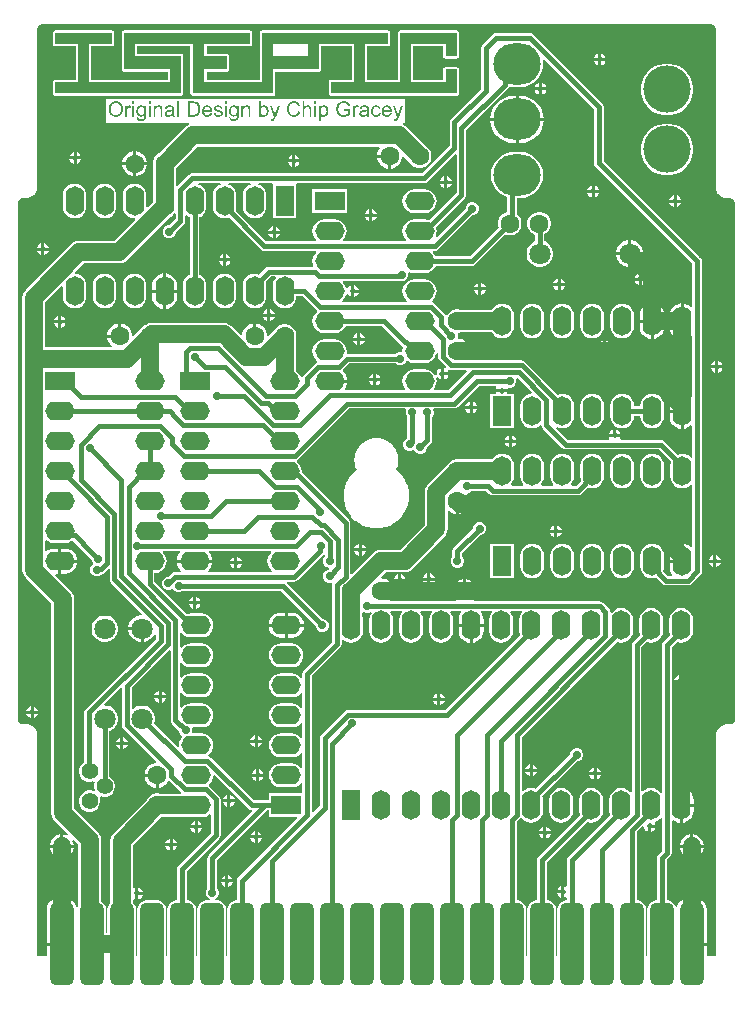
<source format=gtl>
G04*
G04 #@! TF.GenerationSoftware,Altium Limited,Altium Designer,21.2.2 (38)*
G04*
G04 Layer_Physical_Order=1*
G04 Layer_Color=255*
%FSLAX25Y25*%
%MOIN*%
G70*
G04*
G04 #@! TF.SameCoordinates,E534A7AC-AC44-48D5-B16F-5E538074D1C0*
G04*
G04*
G04 #@! TF.FilePolarity,Positive*
G04*
G01*
G75*
G04:AMPARAMS|DCode=24|XSize=78.74mil|YSize=275.59mil|CornerRadius=19.68mil|HoleSize=0mil|Usage=FLASHONLY|Rotation=0.000|XOffset=0mil|YOffset=0mil|HoleType=Round|Shape=RoundedRectangle|*
%AMROUNDEDRECTD24*
21,1,0.07874,0.23622,0,0,0.0*
21,1,0.03937,0.27559,0,0,0.0*
1,1,0.03937,0.01968,-0.11811*
1,1,0.03937,-0.01968,-0.11811*
1,1,0.03937,-0.01968,0.11811*
1,1,0.03937,0.01968,0.11811*
%
%ADD24ROUNDEDRECTD24*%
%ADD25C,0.01575*%
%ADD26C,0.05906*%
%ADD27R,0.09843X0.06299*%
%ADD28O,0.09843X0.06299*%
%ADD29C,0.05512*%
%ADD30C,0.06299*%
%ADD31C,0.07087*%
%ADD32O,0.15748X0.13780*%
%ADD33O,0.06299X0.09843*%
%ADD34R,0.06299X0.09843*%
%ADD35C,0.01968*%
%ADD36C,0.02756*%
%ADD37C,0.15748*%
%ADD38C,0.05906*%
G36*
X232265Y326481D02*
X232590Y326416D01*
X232896Y326289D01*
X233171Y326105D01*
X233405Y325871D01*
X233589Y325596D01*
X233716Y325290D01*
X233781Y324966D01*
X233781Y324800D01*
X233781Y272200D01*
X233785Y272175D01*
X233782Y272150D01*
X233795Y271876D01*
X233814Y271803D01*
Y271727D01*
X233920Y271191D01*
X233959Y271098D01*
X233978Y270999D01*
X234188Y270494D01*
X234244Y270410D01*
X234282Y270317D01*
X234586Y269862D01*
X234657Y269791D01*
X234713Y269708D01*
X235100Y269321D01*
X235183Y269265D01*
X235254Y269194D01*
X235710Y268890D01*
X235802Y268851D01*
X235886Y268796D01*
X236391Y268586D01*
X236490Y268567D01*
X236583Y268528D01*
X237120Y268421D01*
X237195D01*
X237268Y268403D01*
X237542Y268390D01*
X237567Y268393D01*
X237592Y268388D01*
X238498D01*
X238656Y268388D01*
X238966Y268327D01*
X239258Y268206D01*
X239520Y268030D01*
X239744Y267807D01*
X239919Y267544D01*
X240040Y267252D01*
X240102Y266942D01*
Y266784D01*
X240102Y94700D01*
X240102Y94542D01*
X240040Y94232D01*
X239919Y93940D01*
X239744Y93677D01*
X239520Y93454D01*
X239258Y93278D01*
X238966Y93158D01*
X238656Y93096D01*
X237592D01*
X237567Y93091D01*
X237542Y93095D01*
X237268Y93081D01*
X237195Y93063D01*
X237120D01*
X236583Y92956D01*
X236490Y92918D01*
X236391Y92898D01*
X235886Y92689D01*
X235802Y92633D01*
X235710Y92594D01*
X235254Y92290D01*
X235183Y92219D01*
X235100Y92163D01*
X234713Y91777D01*
X234657Y91693D01*
X234586Y91622D01*
X234282Y91167D01*
X234244Y91074D01*
X234188Y90991D01*
X233978Y90485D01*
X233959Y90386D01*
X233920Y90294D01*
X233814Y89757D01*
Y89681D01*
X233795Y89608D01*
X233782Y89334D01*
X233785Y89309D01*
X233781Y89284D01*
Y15822D01*
X230663D01*
Y19300D01*
X225700D01*
Y19800D01*
X225200D01*
Y34605D01*
X223731D01*
X222957Y34503D01*
X222234Y34204D01*
X221614Y33728D01*
X221139Y33108D01*
X220839Y32386D01*
X220438Y32340D01*
X220334Y32378D01*
X220076Y33001D01*
X219634Y33577D01*
X219058Y34018D01*
X218388Y34296D01*
X217669Y34391D01*
X217306D01*
Y47863D01*
X218581Y49139D01*
X218581Y49139D01*
X218929Y49659D01*
X219051Y50274D01*
Y60861D01*
X219551Y61107D01*
X220077Y60704D01*
X221087Y60286D01*
X221670Y60209D01*
Y66100D01*
Y71991D01*
X221087Y71914D01*
X220077Y71496D01*
X219551Y71093D01*
X219051Y71339D01*
Y118939D01*
X220763Y120650D01*
X221142Y120493D01*
X222170Y120357D01*
X223198Y120493D01*
X224156Y120889D01*
X224978Y121520D01*
X225609Y122343D01*
X226006Y123301D01*
X226141Y124328D01*
Y127872D01*
X226006Y128899D01*
X225609Y129857D01*
X224978Y130680D01*
X224156Y131311D01*
X223198Y131707D01*
X222170Y131843D01*
X221142Y131707D01*
X220185Y131311D01*
X219362Y130680D01*
X218731Y129857D01*
X218335Y128899D01*
X218199Y127872D01*
Y124328D01*
X218335Y123301D01*
X218492Y122921D01*
X216310Y120739D01*
X215962Y120218D01*
X215840Y119604D01*
X215840Y119604D01*
Y70377D01*
X215340Y70208D01*
X214978Y70680D01*
X214156Y71311D01*
X213198Y71707D01*
X212170Y71843D01*
X211142Y71707D01*
X210185Y71311D01*
X209411Y70717D01*
X208991Y70806D01*
X208911Y70833D01*
Y118799D01*
X210763Y120650D01*
X211142Y120493D01*
X212170Y120357D01*
X213198Y120493D01*
X214156Y120889D01*
X214978Y121520D01*
X215609Y122343D01*
X216006Y123301D01*
X216141Y124328D01*
Y127872D01*
X216006Y128899D01*
X215609Y129857D01*
X214978Y130680D01*
X214156Y131311D01*
X213198Y131707D01*
X212170Y131843D01*
X211142Y131707D01*
X210185Y131311D01*
X209362Y130680D01*
X208731Y129857D01*
X208334Y128899D01*
X208199Y127872D01*
Y124328D01*
X208334Y123301D01*
X208492Y122921D01*
X206170Y120599D01*
X205822Y120078D01*
X205700Y119464D01*
X205700Y119464D01*
Y70560D01*
X205200Y70390D01*
X204978Y70680D01*
X204156Y71311D01*
X203198Y71707D01*
X202170Y71843D01*
X201142Y71707D01*
X200185Y71311D01*
X199362Y70680D01*
X198731Y69857D01*
X198335Y68899D01*
X198199Y67872D01*
Y64328D01*
X198335Y63301D01*
X198492Y62921D01*
X184565Y48994D01*
X184217Y48473D01*
X184094Y47858D01*
X184094Y47858D01*
Y39265D01*
X183594Y38977D01*
X183200Y39141D01*
Y37200D01*
Y35259D01*
X183594Y35423D01*
X184094Y35135D01*
Y34391D01*
X183731D01*
X183012Y34296D01*
X182342Y34018D01*
X181766Y33577D01*
X181324Y33001D01*
X181046Y32331D01*
X180952Y31611D01*
Y15822D01*
X180448D01*
Y31611D01*
X180353Y32331D01*
X180076Y33001D01*
X179634Y33577D01*
X179058Y34018D01*
X178388Y34296D01*
X177668Y34391D01*
X177306D01*
Y47193D01*
X190763Y60650D01*
X191142Y60493D01*
X192170Y60357D01*
X193198Y60493D01*
X194156Y60889D01*
X194978Y61520D01*
X195609Y62343D01*
X196006Y63301D01*
X196141Y64328D01*
Y67872D01*
X196006Y68899D01*
X195609Y69857D01*
X194978Y70680D01*
X194156Y71311D01*
X193198Y71707D01*
X192170Y71843D01*
X191142Y71707D01*
X190185Y71311D01*
X189362Y70680D01*
X188731Y69857D01*
X188335Y68899D01*
X188199Y67872D01*
Y64328D01*
X188335Y63301D01*
X188492Y62921D01*
X174565Y48994D01*
X174217Y48473D01*
X174094Y47858D01*
X174094Y47858D01*
Y34391D01*
X173732D01*
X173012Y34296D01*
X172342Y34018D01*
X171766Y33577D01*
X171324Y33001D01*
X171046Y32331D01*
X170952Y31611D01*
Y15822D01*
X170448D01*
Y31611D01*
X170353Y32331D01*
X170076Y33001D01*
X169634Y33577D01*
X169058Y34018D01*
X168388Y34296D01*
X167668Y34391D01*
X167306D01*
Y60512D01*
X168551Y61757D01*
X168689Y61835D01*
X169111Y61848D01*
X169362Y61520D01*
X170185Y60889D01*
X171142Y60493D01*
X172170Y60357D01*
X173198Y60493D01*
X174156Y60889D01*
X174978Y61520D01*
X175609Y62343D01*
X176006Y63301D01*
X176141Y64328D01*
Y67872D01*
X176006Y68899D01*
X175885Y69192D01*
X187427Y80734D01*
X187876D01*
X188672Y81064D01*
X189281Y81673D01*
X189611Y82469D01*
Y83330D01*
X189281Y84126D01*
X188672Y84735D01*
X187876Y85065D01*
X187015D01*
X186219Y84735D01*
X185610Y84126D01*
X185280Y83330D01*
Y83129D01*
X173665Y71514D01*
X173198Y71707D01*
X172170Y71843D01*
X171142Y71707D01*
X170185Y71311D01*
X169551Y70825D01*
X169051Y71065D01*
Y88917D01*
X200392Y120258D01*
X200392Y120258D01*
X200436Y120324D01*
X200763Y120650D01*
X201142Y120493D01*
X202170Y120357D01*
X203198Y120493D01*
X204156Y120889D01*
X204978Y121520D01*
X205609Y122343D01*
X206006Y123301D01*
X206141Y124328D01*
Y127872D01*
X206006Y128899D01*
X205609Y129857D01*
X204978Y130680D01*
X204156Y131311D01*
X203198Y131707D01*
X202170Y131843D01*
X201142Y131707D01*
X200185Y131311D01*
X199362Y130680D01*
X199000Y130208D01*
X198500Y130377D01*
Y130605D01*
X198378Y131220D01*
X198030Y131741D01*
X198030Y131741D01*
X196135Y133635D01*
X195615Y133983D01*
X195000Y134106D01*
X195000Y134106D01*
X194610D01*
X194127Y134202D01*
X194127Y134202D01*
X152999D01*
X152792Y134702D01*
X153163Y135073D01*
X153683Y135974D01*
X153953Y136980D01*
Y137000D01*
X146047D01*
Y136980D01*
X146317Y135974D01*
X146837Y135073D01*
X147208Y134702D01*
X147001Y134202D01*
X125394D01*
X125202Y134664D01*
X125491Y134952D01*
X126037Y135898D01*
X126320Y136954D01*
Y137000D01*
X122170D01*
Y138000D01*
X126320D01*
Y138046D01*
X126037Y139102D01*
X125491Y140048D01*
X124718Y140821D01*
X123772Y141367D01*
X122716Y141650D01*
X122308D01*
X122117Y142112D01*
X123733Y143728D01*
X130075D01*
X131052Y143856D01*
X131962Y144233D01*
X132743Y144833D01*
X143278Y155367D01*
X143877Y156149D01*
X144254Y157059D01*
X144383Y158035D01*
Y164096D01*
X144845Y164287D01*
X144952Y164180D01*
X145898Y163633D01*
X146954Y163350D01*
X147000D01*
Y167500D01*
X147500D01*
Y168000D01*
X151650D01*
Y168046D01*
X151367Y169102D01*
X150944Y169835D01*
X151206Y170335D01*
X151251D01*
X152047Y170664D01*
X152277Y170894D01*
X157155D01*
X158180Y169869D01*
X158180Y169869D01*
X158701Y169520D01*
X159316Y169398D01*
X159316Y169398D01*
X187776D01*
X187776Y169398D01*
X188390Y169520D01*
X188911Y169869D01*
X191092Y172050D01*
X191472Y171893D01*
X192500Y171757D01*
X193528Y171893D01*
X194485Y172289D01*
X195308Y172920D01*
X195939Y173743D01*
X196336Y174701D01*
X196471Y175728D01*
Y179272D01*
X196336Y180299D01*
X195939Y181257D01*
X195308Y182080D01*
X194485Y182711D01*
X193528Y183107D01*
X192500Y183243D01*
X191472Y183107D01*
X190515Y182711D01*
X189692Y182080D01*
X189061Y181257D01*
X188664Y180299D01*
X188529Y179272D01*
Y175728D01*
X188664Y174701D01*
X188822Y174321D01*
X187110Y172610D01*
X185693D01*
X185453Y173110D01*
X185939Y173743D01*
X186336Y174701D01*
X186471Y175728D01*
Y179272D01*
X186336Y180299D01*
X185939Y181257D01*
X185308Y182080D01*
X184485Y182711D01*
X183528Y183107D01*
X182500Y183243D01*
X181472Y183107D01*
X180515Y182711D01*
X179692Y182080D01*
X179061Y181257D01*
X178664Y180299D01*
X178529Y179272D01*
Y175728D01*
X178664Y174701D01*
X179061Y173743D01*
X179547Y173110D01*
X179307Y172610D01*
X175693D01*
X175453Y173110D01*
X175939Y173743D01*
X176336Y174701D01*
X176471Y175728D01*
Y179272D01*
X176336Y180299D01*
X175939Y181257D01*
X175308Y182080D01*
X174486Y182711D01*
X173528Y183107D01*
X172500Y183243D01*
X171472Y183107D01*
X170515Y182711D01*
X169692Y182080D01*
X169061Y181257D01*
X168664Y180299D01*
X168529Y179272D01*
Y175728D01*
X168664Y174701D01*
X169061Y173743D01*
X169547Y173110D01*
X169307Y172610D01*
X165693D01*
X165453Y173110D01*
X165939Y173743D01*
X166336Y174701D01*
X166471Y175728D01*
Y179272D01*
X166336Y180299D01*
X165939Y181257D01*
X165308Y182080D01*
X164486Y182711D01*
X163528Y183107D01*
X162500Y183243D01*
X161472Y183107D01*
X160514Y182711D01*
X159692Y182080D01*
X159163Y181391D01*
X148192D01*
X148018Y181437D01*
X146982D01*
X145980Y181169D01*
X145083Y180650D01*
X144350Y179917D01*
X144032Y179367D01*
X137943Y173278D01*
X137343Y172496D01*
X136966Y171587D01*
X136838Y170610D01*
Y159598D01*
X128513Y151272D01*
X122170D01*
X121194Y151144D01*
X120284Y150767D01*
X119503Y150168D01*
X112382Y143047D01*
X111921Y143239D01*
Y160191D01*
X111921Y160191D01*
X111798Y160806D01*
X111450Y161327D01*
X95688Y177088D01*
X95743Y177500D01*
X95607Y178528D01*
X95211Y179485D01*
X94580Y180308D01*
X94235Y180573D01*
X94229Y180587D01*
X94287Y181163D01*
X94588Y181365D01*
X111618Y198394D01*
X130173D01*
X130507Y197894D01*
X130335Y197478D01*
Y196616D01*
X130664Y195821D01*
X130773Y195712D01*
Y188337D01*
X130553Y188246D01*
X129944Y187637D01*
X129614Y186841D01*
Y185979D01*
X129944Y185184D01*
X130553Y184574D01*
X131349Y184245D01*
X132210D01*
X132823Y184499D01*
X133375Y184300D01*
X133984Y183691D01*
X134780Y183361D01*
X135642D01*
X136438Y183691D01*
X137047Y184300D01*
X137376Y185096D01*
Y185421D01*
X138635Y186680D01*
X138635Y186680D01*
X138983Y187201D01*
X139106Y187816D01*
X139106Y187816D01*
Y195583D01*
X139336Y195814D01*
X139665Y196609D01*
Y197471D01*
X139490Y197894D01*
X139824Y198394D01*
X146567D01*
X146567Y198394D01*
X147181Y198517D01*
X147702Y198865D01*
X154732Y205894D01*
X160481D01*
X160673Y205432D01*
X160636Y205396D01*
X160378Y204772D01*
X164259D01*
X164184Y204953D01*
X164566Y205336D01*
X164569Y205335D01*
X165431D01*
X166227Y205664D01*
X166836Y206273D01*
X167165Y207069D01*
Y207931D01*
X167163Y207937D01*
X167483Y208471D01*
X167691Y208491D01*
X172447Y203735D01*
X172264Y203211D01*
X171472Y203107D01*
X170515Y202711D01*
X169692Y202080D01*
X169061Y201257D01*
X168664Y200299D01*
X168529Y199272D01*
Y195728D01*
X168664Y194701D01*
X169061Y193743D01*
X169692Y192920D01*
X170515Y192289D01*
X171472Y191893D01*
X172500Y191757D01*
X173528Y191893D01*
X174486Y192289D01*
X175119Y192775D01*
X175217Y192775D01*
X175642Y192602D01*
X175656Y192588D01*
X175741Y192161D01*
X176089Y191640D01*
X182527Y185203D01*
X182527Y185202D01*
X183048Y184854D01*
X183662Y184732D01*
X183662Y184732D01*
X214769D01*
X218822Y180679D01*
X218664Y180299D01*
X218529Y179272D01*
Y175728D01*
X218664Y174701D01*
X219061Y173743D01*
X219692Y172920D01*
X220514Y172289D01*
X221472Y171893D01*
X222500Y171757D01*
X223528Y171893D01*
X224485Y172289D01*
X225308Y172920D01*
X225421Y173068D01*
X225894Y172907D01*
Y152402D01*
X225394Y152281D01*
X224593Y152896D01*
X223583Y153314D01*
X223000Y153391D01*
Y147500D01*
X222500D01*
Y147000D01*
X218315D01*
Y145728D01*
X218457Y144645D01*
X218875Y143636D01*
X219279Y143110D01*
X219032Y142610D01*
X217889D01*
X216178Y144321D01*
X216336Y144701D01*
X216471Y145728D01*
Y149272D01*
X216336Y150299D01*
X215939Y151257D01*
X215308Y152080D01*
X214486Y152711D01*
X213528Y153107D01*
X212500Y153243D01*
X211472Y153107D01*
X210514Y152711D01*
X209692Y152080D01*
X209061Y151257D01*
X208664Y150299D01*
X208529Y149272D01*
Y145728D01*
X208664Y144701D01*
X209061Y143743D01*
X209692Y142920D01*
X210514Y142289D01*
X211472Y141893D01*
X212500Y141757D01*
X213528Y141893D01*
X213908Y142050D01*
X216089Y139869D01*
X216089Y139869D01*
X216610Y139521D01*
X217224Y139398D01*
X224457D01*
X224457Y139398D01*
X225071Y139521D01*
X225592Y139869D01*
X228635Y142912D01*
X228983Y143433D01*
X229106Y144047D01*
X229106Y144047D01*
Y247500D01*
X229106Y247500D01*
X228983Y248114D01*
X228635Y248635D01*
X228635Y248635D01*
X196351Y280920D01*
Y296714D01*
Y298903D01*
X196351Y298903D01*
X196229Y299517D01*
X195881Y300038D01*
X195880Y300038D01*
X172815Y323104D01*
X172294Y323452D01*
X171680Y323574D01*
X171680Y323574D01*
X160510D01*
X160510Y323574D01*
X159895Y323452D01*
X159374Y323104D01*
X156065Y319794D01*
X155717Y319273D01*
X155594Y318659D01*
X155594Y318659D01*
Y304965D01*
X145465Y294835D01*
X145117Y294315D01*
X144994Y293700D01*
X144994Y293700D01*
Y285765D01*
X135935Y276706D01*
X59147D01*
X58533Y276583D01*
X58012Y276235D01*
X58012Y276235D01*
X54272Y272496D01*
X53772Y272683D01*
Y278437D01*
X60952Y285617D01*
X121596D01*
X121787Y285155D01*
X121679Y285048D01*
X121133Y284102D01*
X120850Y283046D01*
Y283000D01*
X125000D01*
Y282500D01*
X125500D01*
Y278350D01*
X125546D01*
X126602Y278633D01*
X127548Y279180D01*
X128321Y279952D01*
X128867Y280898D01*
X129150Y281954D01*
Y282362D01*
X129612Y282554D01*
X131532Y280633D01*
X131850Y280083D01*
X132583Y279350D01*
X133480Y278831D01*
X134482Y278563D01*
X135518D01*
X136520Y278831D01*
X137417Y279350D01*
X138150Y280083D01*
X138669Y280980D01*
X138937Y281982D01*
Y283018D01*
X138669Y284020D01*
X138150Y284917D01*
X137417Y285650D01*
X136867Y285968D01*
X130778Y292057D01*
X129997Y292657D01*
X129382Y292911D01*
X129482Y293411D01*
X130260D01*
Y301589D01*
X30540D01*
Y293411D01*
X58018D01*
X58118Y292911D01*
X57503Y292657D01*
X56722Y292057D01*
X48133Y283468D01*
X47583Y283150D01*
X46850Y282417D01*
X46331Y281520D01*
X46063Y280518D01*
Y279482D01*
X46228Y278868D01*
Y270452D01*
X46164Y270299D01*
X46029Y269272D01*
Y267092D01*
X44416Y265479D01*
X44065Y265652D01*
X43971Y265741D01*
Y269272D01*
X43836Y270299D01*
X43439Y271257D01*
X42808Y272080D01*
X41985Y272711D01*
X41028Y273107D01*
X40000Y273243D01*
X38972Y273107D01*
X38015Y272711D01*
X37192Y272080D01*
X36561Y271257D01*
X36164Y270299D01*
X36029Y269272D01*
Y265728D01*
X36164Y264701D01*
X36561Y263743D01*
X37192Y262920D01*
X38015Y262289D01*
X38972Y261893D01*
X39988Y261759D01*
X40103Y261609D01*
X40249Y261313D01*
X33213Y254276D01*
X21488D01*
X20512Y254147D01*
X19602Y253770D01*
X18821Y253171D01*
X3671Y238021D01*
X3072Y237240D01*
X2695Y236330D01*
X2566Y235354D01*
Y215000D01*
Y144646D01*
X2695Y143670D01*
X3072Y142760D01*
X3671Y141979D01*
X12228Y133422D01*
Y63551D01*
X12356Y62574D01*
X12733Y61665D01*
X13332Y60883D01*
X17769Y56447D01*
X17462Y56047D01*
X17226Y56183D01*
X16220Y56453D01*
X16200D01*
Y53000D01*
X19653D01*
Y53020D01*
X19383Y54026D01*
X19247Y54262D01*
X19647Y54569D01*
X21228Y52988D01*
Y32768D01*
X21066Y32378D01*
X20962Y32340D01*
X20561Y32386D01*
X20261Y33108D01*
X19786Y33728D01*
X19166Y34204D01*
X18443Y34503D01*
X17669Y34605D01*
X16200D01*
Y19800D01*
X15700D01*
Y19300D01*
X10737D01*
Y15822D01*
X7620D01*
X7620Y89384D01*
X7615Y89409D01*
X7618Y89434D01*
X7605Y89708D01*
X7587Y89781D01*
Y89857D01*
X7480Y90394D01*
X7441Y90486D01*
X7422Y90585D01*
X7212Y91091D01*
X7156Y91174D01*
X7118Y91267D01*
X6814Y91722D01*
X6743Y91793D01*
X6687Y91877D01*
X6300Y92264D01*
X6217Y92319D01*
X6146Y92390D01*
X5691Y92694D01*
X5598Y92733D01*
X5514Y92789D01*
X5009Y92998D01*
X4910Y93018D01*
X4817Y93056D01*
X4280Y93163D01*
X4205D01*
X4132Y93181D01*
X3858Y93195D01*
X3833Y93191D01*
X3808Y93196D01*
X2720Y93196D01*
X2720Y93196D01*
X2720Y93196D01*
X2562Y93196D01*
X2252Y93258D01*
X1960Y93379D01*
X1697Y93554D01*
X1474Y93778D01*
X1298Y94040D01*
X1177Y94332D01*
X1116Y94642D01*
Y94800D01*
X1116Y266884D01*
Y267059D01*
X1184Y267401D01*
X1317Y267724D01*
X1511Y268014D01*
X1758Y268261D01*
X2049Y268455D01*
X2371Y268589D01*
X2714Y268657D01*
X2888Y268657D01*
X2888Y268657D01*
X2888Y268657D01*
X3976Y268657D01*
X4001Y268662D01*
X4026Y268658D01*
X4284Y268671D01*
X4357Y268689D01*
X4432D01*
X4937Y268789D01*
X5030Y268828D01*
X5128Y268847D01*
X5603Y269044D01*
X5687Y269100D01*
X5780Y269139D01*
X6207Y269424D01*
X6278Y269495D01*
X6362Y269551D01*
X6725Y269915D01*
X6781Y269998D01*
X6852Y270069D01*
X7138Y270497D01*
X7176Y270590D01*
X7232Y270673D01*
X7429Y271148D01*
X7448Y271247D01*
X7487Y271340D01*
X7587Y271844D01*
Y271919D01*
X7606Y271993D01*
X7618Y272250D01*
X7615Y272275D01*
X7620Y272300D01*
X7620Y324900D01*
Y325056D01*
X7680Y325361D01*
X7799Y325649D01*
X7972Y325907D01*
X8192Y326128D01*
X8451Y326301D01*
X8739Y326420D01*
X9044Y326480D01*
X9200Y326480D01*
X232100Y326481D01*
X232265Y326481D01*
D02*
G37*
G36*
X193140Y298238D02*
Y296714D01*
Y280255D01*
X193140Y280255D01*
X193262Y279640D01*
X193610Y279119D01*
X225894Y246835D01*
Y232402D01*
X225394Y232281D01*
X224593Y232896D01*
X223583Y233314D01*
X223000Y233391D01*
Y227500D01*
Y221609D01*
X223583Y221686D01*
X224593Y222104D01*
X225394Y222719D01*
X225894Y222598D01*
Y202402D01*
X225394Y202281D01*
X224593Y202896D01*
X223583Y203314D01*
X223000Y203391D01*
Y197500D01*
Y191609D01*
X223583Y191685D01*
X224593Y192104D01*
X225394Y192719D01*
X225894Y192598D01*
Y182093D01*
X225421Y181932D01*
X225308Y182080D01*
X224485Y182711D01*
X223528Y183107D01*
X222500Y183243D01*
X221472Y183107D01*
X221092Y182950D01*
X216569Y187473D01*
X216048Y187821D01*
X215434Y187943D01*
X215434Y187943D01*
X202003D01*
X201751Y188444D01*
X201941Y188900D01*
X198059D01*
X198249Y188444D01*
X197997Y187943D01*
X184327D01*
X180528Y191743D01*
X180812Y192166D01*
X181472Y191893D01*
X182500Y191757D01*
X183528Y191893D01*
X184485Y192289D01*
X185308Y192920D01*
X185939Y193743D01*
X186336Y194701D01*
X186471Y195728D01*
Y199272D01*
X186336Y200299D01*
X185939Y201257D01*
X185308Y202080D01*
X184485Y202711D01*
X183528Y203107D01*
X182500Y203243D01*
X181472Y203107D01*
X181092Y202950D01*
X180766Y203276D01*
X180722Y203342D01*
X180722Y203342D01*
X170114Y213950D01*
X169593Y214298D01*
X168979Y214421D01*
X168979Y214421D01*
X151837D01*
X151837Y214421D01*
X151639Y214381D01*
X150903D01*
X150712Y214843D01*
X150821Y214952D01*
X151367Y215898D01*
X151650Y216954D01*
Y217000D01*
X147500D01*
Y218000D01*
X151650D01*
Y218046D01*
X151367Y219102D01*
X150821Y220048D01*
X150048Y220820D01*
X149102Y221367D01*
X148085Y221639D01*
X147956Y221713D01*
X147721Y222065D01*
X147741Y222115D01*
Y222976D01*
X147692Y223095D01*
X147941Y223530D01*
X148037Y223568D01*
X148633Y223728D01*
X159073D01*
X159692Y222920D01*
X160514Y222289D01*
X161472Y221893D01*
X162500Y221757D01*
X163528Y221893D01*
X164486Y222289D01*
X165308Y222920D01*
X165939Y223743D01*
X166336Y224701D01*
X166471Y225728D01*
Y229272D01*
X166336Y230299D01*
X165939Y231257D01*
X165308Y232080D01*
X164486Y232711D01*
X163528Y233107D01*
X162500Y233243D01*
X161472Y233107D01*
X160514Y232711D01*
X159692Y232080D01*
X159073Y231272D01*
X148633D01*
X148018Y231437D01*
X146982D01*
X145980Y231169D01*
X145083Y230650D01*
X144350Y229917D01*
X144038Y229378D01*
X143526Y229455D01*
X143511Y229465D01*
X143492Y229559D01*
X143144Y230080D01*
X139864Y233360D01*
X139343Y233708D01*
X139164Y233743D01*
X139040Y234278D01*
X139580Y234692D01*
X140211Y235514D01*
X140607Y236472D01*
X140743Y237500D01*
X140607Y238528D01*
X140211Y239486D01*
X139580Y240308D01*
X138757Y240939D01*
X137799Y241336D01*
X136772Y241471D01*
X133228D01*
X132201Y241336D01*
X131243Y240939D01*
X130420Y240308D01*
X129789Y239486D01*
X129393Y238528D01*
X129257Y237500D01*
X129393Y236472D01*
X129789Y235514D01*
X130420Y234692D01*
X130892Y234330D01*
X130722Y233830D01*
X109277D01*
X109108Y234330D01*
X109580Y234692D01*
X110211Y235514D01*
X110552Y236338D01*
X111013Y236389D01*
X111077Y236376D01*
X111635Y235818D01*
X112259Y235559D01*
Y237500D01*
Y239441D01*
X111635Y239182D01*
X111077Y238624D01*
X111013Y238611D01*
X110552Y238662D01*
X110211Y239486D01*
X109580Y240308D01*
X109432Y240421D01*
X109593Y240894D01*
X127829D01*
X127829Y240894D01*
X128182Y240965D01*
X128664Y240765D01*
X129525D01*
X130321Y241095D01*
X130930Y241704D01*
X131260Y242500D01*
Y243361D01*
X131184Y243544D01*
X131567Y243927D01*
X132201Y243664D01*
X133228Y243529D01*
X136772D01*
X137799Y243664D01*
X138757Y244061D01*
X139580Y244692D01*
X140211Y245514D01*
X140368Y245894D01*
X152500D01*
X152500Y245894D01*
X153114Y246017D01*
X153635Y246365D01*
X163576Y256306D01*
X164482Y256063D01*
X165518D01*
X166520Y256331D01*
X167417Y256850D01*
X168150Y257583D01*
X168669Y258480D01*
X168937Y259482D01*
Y260518D01*
X168669Y261520D01*
X168150Y262417D01*
X167510Y263058D01*
Y268482D01*
X168473D01*
X169978Y268630D01*
X171426Y269069D01*
X172759Y269782D01*
X173928Y270741D01*
X174888Y271910D01*
X175601Y273244D01*
X176040Y274691D01*
X176188Y276196D01*
X176040Y277701D01*
X175601Y279148D01*
X174888Y280482D01*
X173928Y281651D01*
X172759Y282610D01*
X171426Y283323D01*
X169978Y283762D01*
X168473Y283910D01*
X166505D01*
X165000Y283762D01*
X163553Y283323D01*
X162219Y282610D01*
X161050Y281651D01*
X160091Y280482D01*
X159378Y279148D01*
X158939Y277701D01*
X158791Y276196D01*
X158939Y274691D01*
X159378Y273244D01*
X160091Y271910D01*
X161050Y270741D01*
X162219Y269782D01*
X163553Y269069D01*
X164298Y268843D01*
Y263888D01*
X163480Y263669D01*
X162583Y263150D01*
X161850Y262417D01*
X161331Y261520D01*
X161063Y260518D01*
Y259482D01*
X161306Y258576D01*
X151835Y249106D01*
X140368D01*
X140211Y249485D01*
X139580Y250308D01*
X139432Y250421D01*
X139593Y250894D01*
X140000D01*
X140000Y250894D01*
X140614Y251017D01*
X141135Y251365D01*
X152605Y262835D01*
X152931D01*
X153727Y263164D01*
X154336Y263773D01*
X154665Y264569D01*
Y265431D01*
X154336Y266227D01*
X153727Y266836D01*
X152931Y267165D01*
X152069D01*
X151273Y266836D01*
X150664Y266227D01*
X150335Y265431D01*
Y265105D01*
X140758Y255528D01*
X140334Y255812D01*
X140607Y256472D01*
X140743Y257500D01*
X140607Y258528D01*
X140450Y258908D01*
X150098Y268555D01*
X150446Y269076D01*
X150568Y269690D01*
Y291162D01*
X164590Y305184D01*
X164590Y305184D01*
X164911Y305665D01*
X165000Y305638D01*
X166505Y305490D01*
X168473D01*
X169978Y305638D01*
X171426Y306077D01*
X172759Y306790D01*
X173928Y307749D01*
X174888Y308918D01*
X175601Y310252D01*
X176040Y311699D01*
X176188Y313204D01*
X176048Y314622D01*
X176443Y314935D01*
X193140Y298238D01*
D02*
G37*
G36*
X147356Y282932D02*
Y270356D01*
X138179Y261178D01*
X137799Y261336D01*
X136772Y261471D01*
X133228D01*
X132201Y261336D01*
X131243Y260939D01*
X130420Y260308D01*
X129789Y259486D01*
X129393Y258528D01*
X129257Y257500D01*
X129393Y256472D01*
X129789Y255515D01*
X130420Y254692D01*
X130568Y254579D01*
X130407Y254106D01*
X109593D01*
X109432Y254579D01*
X109580Y254692D01*
X110211Y255515D01*
X110607Y256472D01*
X110743Y257500D01*
X110607Y258528D01*
X110211Y259486D01*
X109580Y260308D01*
X108757Y260939D01*
X107799Y261336D01*
X106772Y261471D01*
X103228D01*
X102201Y261336D01*
X101243Y260939D01*
X100420Y260308D01*
X99789Y259486D01*
X99393Y258528D01*
X99257Y257500D01*
X99393Y256472D01*
X99789Y255515D01*
X100420Y254692D01*
X100568Y254579D01*
X100407Y254106D01*
X83893D01*
X73678Y264321D01*
X73836Y264701D01*
X73971Y265728D01*
Y269272D01*
X73836Y270299D01*
X73439Y271257D01*
X72808Y272080D01*
X71986Y272711D01*
X71301Y272994D01*
X71400Y273494D01*
X78600D01*
X78699Y272994D01*
X78014Y272711D01*
X77192Y272080D01*
X76561Y271257D01*
X76164Y270299D01*
X76029Y269272D01*
Y265728D01*
X76164Y264701D01*
X76561Y263743D01*
X77192Y262920D01*
X78014Y262289D01*
X78972Y261893D01*
X80000Y261757D01*
X81028Y261893D01*
X81985Y262289D01*
X82808Y262920D01*
X83439Y263743D01*
X83836Y264701D01*
X83971Y265728D01*
Y269272D01*
X83836Y270299D01*
X83439Y271257D01*
X82808Y272080D01*
X81985Y272711D01*
X81300Y272994D01*
X81400Y273494D01*
X85681D01*
X86063Y273209D01*
X86063Y272994D01*
Y261791D01*
X93937D01*
Y272994D01*
X93937Y273209D01*
X94319Y273494D01*
X136600D01*
X136600Y273494D01*
X137215Y273617D01*
X137735Y273965D01*
X146895Y283124D01*
X147356Y282932D01*
D02*
G37*
G36*
X68700Y272994D02*
X68015Y272711D01*
X67192Y272080D01*
X66561Y271257D01*
X66164Y270299D01*
X66029Y269272D01*
Y265728D01*
X66164Y264701D01*
X66561Y263743D01*
X67192Y262920D01*
X68015Y262289D01*
X68972Y261893D01*
X70000Y261757D01*
X71028Y261893D01*
X71408Y262050D01*
X82093Y251365D01*
X82093Y251365D01*
X82614Y251017D01*
X83228Y250894D01*
X100407D01*
X100568Y250421D01*
X100420Y250308D01*
X99789Y249485D01*
X99393Y248528D01*
X99257Y247500D01*
X99393Y246472D01*
X99581Y246018D01*
X99303Y245602D01*
X84724D01*
X84110Y245479D01*
X83589Y245131D01*
X83589Y245131D01*
X81408Y242950D01*
X81028Y243107D01*
X80000Y243243D01*
X78972Y243107D01*
X78014Y242711D01*
X77192Y242080D01*
X76561Y241257D01*
X76164Y240299D01*
X76029Y239272D01*
Y235728D01*
X76164Y234701D01*
X76561Y233743D01*
X77192Y232920D01*
X78014Y232289D01*
X78972Y231893D01*
X80000Y231757D01*
X81028Y231893D01*
X81985Y232289D01*
X82808Y232920D01*
X83439Y233743D01*
X83836Y234701D01*
X83971Y235728D01*
Y239272D01*
X83836Y240299D01*
X83678Y240679D01*
X85390Y242390D01*
X86807D01*
X87047Y241890D01*
X86561Y241257D01*
X86164Y240299D01*
X86029Y239272D01*
Y235728D01*
X86164Y234701D01*
X86561Y233743D01*
X87192Y232920D01*
X88015Y232289D01*
X88972Y231893D01*
X90000Y231757D01*
X91028Y231893D01*
X91985Y232289D01*
X92808Y232920D01*
X93439Y233743D01*
X93836Y234701D01*
X93971Y235728D01*
Y235894D01*
X95882D01*
X100657Y231119D01*
X100734Y230981D01*
X100748Y230559D01*
X100420Y230308D01*
X99789Y229486D01*
X99393Y228528D01*
X99257Y227500D01*
X99393Y226472D01*
X99789Y225515D01*
X100420Y224692D01*
X101243Y224061D01*
X102201Y223664D01*
X103228Y223529D01*
X106772D01*
X107799Y223664D01*
X108757Y224061D01*
X109580Y224692D01*
X110211Y225515D01*
X110368Y225894D01*
X122541D01*
X129158Y219278D01*
X129224Y219234D01*
X129550Y218908D01*
X129393Y218528D01*
X129267Y217569D01*
X129139Y217414D01*
X128797Y217165D01*
X128073D01*
X127277Y216836D01*
X127047Y216606D01*
X111129D01*
X110676Y216991D01*
X110743Y217500D01*
X110607Y218528D01*
X110211Y219485D01*
X109580Y220308D01*
X108757Y220939D01*
X107799Y221336D01*
X106772Y221471D01*
X103228D01*
X102201Y221336D01*
X101243Y220939D01*
X100420Y220308D01*
X99789Y219485D01*
X99393Y218528D01*
X99257Y217500D01*
X99393Y216472D01*
X99789Y215514D01*
X100420Y214692D01*
X100960Y214278D01*
X100836Y213743D01*
X100657Y213708D01*
X100136Y213360D01*
X100136Y213360D01*
X96365Y209588D01*
X96017Y209067D01*
X95987Y208918D01*
X95467Y208867D01*
X95211Y209486D01*
X94580Y210308D01*
X93772Y210927D01*
Y221368D01*
X93937Y221982D01*
Y223018D01*
X93669Y224020D01*
X93150Y224917D01*
X92417Y225650D01*
X91520Y226169D01*
X90518Y226437D01*
X89482D01*
X88480Y226169D01*
X87583Y225650D01*
X86850Y224917D01*
X86532Y224367D01*
X84611Y222446D01*
X84150Y222638D01*
Y223046D01*
X83867Y224102D01*
X83320Y225048D01*
X82548Y225820D01*
X81602Y226367D01*
X80546Y226650D01*
X80500D01*
Y222500D01*
X79500D01*
Y226650D01*
X79454D01*
X78398Y226367D01*
X77452Y225820D01*
X76679Y225048D01*
X76133Y224102D01*
X75850Y223046D01*
Y222894D01*
X75388Y222703D01*
X72333Y225758D01*
X71552Y226358D01*
X70642Y226734D01*
X69666Y226863D01*
X45697D01*
X44721Y226734D01*
X43811Y226358D01*
X43610Y226203D01*
X43480Y226169D01*
X42583Y225650D01*
X41850Y224917D01*
X41532Y224367D01*
X39612Y222446D01*
X39150Y222638D01*
Y223046D01*
X38867Y224102D01*
X38320Y225048D01*
X37548Y225820D01*
X36602Y226367D01*
X35546Y226650D01*
X35500D01*
Y222500D01*
X35000D01*
Y222000D01*
X30850D01*
Y221954D01*
X31133Y220898D01*
X31679Y219952D01*
X32359Y219272D01*
X32228Y218772D01*
X10111D01*
Y233791D01*
X15529Y239209D01*
X16029Y239002D01*
Y235728D01*
X16164Y234701D01*
X16561Y233743D01*
X17192Y232920D01*
X18014Y232289D01*
X18972Y231893D01*
X20000Y231757D01*
X21028Y231893D01*
X21985Y232289D01*
X22808Y232920D01*
X23439Y233743D01*
X23836Y234701D01*
X23971Y235728D01*
Y239272D01*
X23836Y240299D01*
X23439Y241257D01*
X22808Y242080D01*
X21985Y242711D01*
X21028Y243107D01*
X20238Y243211D01*
X20055Y243736D01*
X23051Y246731D01*
X34775D01*
X35751Y246860D01*
X36661Y247236D01*
X37443Y247836D01*
X51833Y262226D01*
X51986Y262289D01*
X52808Y262920D01*
X53170Y263392D01*
X53670Y263223D01*
Y261641D01*
X51395Y259365D01*
X51069D01*
X50273Y259036D01*
X49664Y258427D01*
X49335Y257631D01*
Y256769D01*
X49664Y255973D01*
X50273Y255364D01*
X51069Y255035D01*
X51931D01*
X52727Y255364D01*
X53336Y255973D01*
X53665Y256769D01*
Y257095D01*
X56411Y259840D01*
X56759Y260361D01*
X56881Y260976D01*
X56881Y260976D01*
Y262535D01*
X57381Y262775D01*
X58015Y262289D01*
X58394Y262132D01*
Y242868D01*
X58015Y242711D01*
X57192Y242080D01*
X56561Y241257D01*
X56164Y240299D01*
X56029Y239272D01*
Y235728D01*
X56164Y234701D01*
X56561Y233743D01*
X57192Y232920D01*
X58015Y232289D01*
X58972Y231893D01*
X60000Y231757D01*
X61028Y231893D01*
X61985Y232289D01*
X62808Y232920D01*
X63439Y233743D01*
X63836Y234701D01*
X63971Y235728D01*
Y239272D01*
X63836Y240299D01*
X63439Y241257D01*
X62808Y242080D01*
X61985Y242711D01*
X61606Y242868D01*
Y262132D01*
X61985Y262289D01*
X62808Y262920D01*
X63439Y263743D01*
X63836Y264701D01*
X63971Y265728D01*
Y269272D01*
X63836Y270299D01*
X63439Y271257D01*
X62808Y272080D01*
X61985Y272711D01*
X61300Y272994D01*
X61400Y273494D01*
X68600D01*
X68700Y272994D01*
D02*
G37*
G36*
X141170Y216915D02*
Y215543D01*
X141170Y215543D01*
X141292Y214929D01*
X141640Y214408D01*
X143874Y212174D01*
X143590Y211751D01*
X143131Y211941D01*
Y210500D01*
X144572D01*
X144326Y211093D01*
X144342Y211127D01*
X144790Y211385D01*
X144929Y211292D01*
X145543Y211170D01*
X145543Y211170D01*
X150608D01*
X150800Y210708D01*
X144473Y204381D01*
X139965D01*
X139725Y204881D01*
X140211Y205515D01*
X140607Y206472D01*
X140743Y207500D01*
X140607Y208528D01*
X141043Y208782D01*
X141507Y208318D01*
X142131Y208059D01*
Y210000D01*
Y211941D01*
X141507Y211682D01*
X140949Y211124D01*
X140647Y210395D01*
Y209702D01*
X140400Y209579D01*
X140181Y209525D01*
X139580Y210308D01*
X138757Y210939D01*
X137799Y211336D01*
X136772Y211471D01*
X133228D01*
X132201Y211336D01*
X131243Y210939D01*
X130420Y210308D01*
X129789Y209486D01*
X129393Y208528D01*
X129257Y207500D01*
X129393Y206472D01*
X129789Y205515D01*
X130275Y204881D01*
X130035Y204381D01*
X110239D01*
X109993Y204881D01*
X110396Y205407D01*
X110814Y206417D01*
X110891Y207000D01*
X105000D01*
Y208000D01*
X110891D01*
X110814Y208583D01*
X110396Y209593D01*
X109731Y210459D01*
X109475Y210656D01*
X109495Y211271D01*
X111618Y213394D01*
X127047D01*
X127277Y213164D01*
X128073Y212835D01*
X128935D01*
X129730Y213164D01*
X130340Y213773D01*
X130491Y214138D01*
X130974Y214268D01*
X131243Y214061D01*
X132201Y213664D01*
X133228Y213529D01*
X136772D01*
X137799Y213664D01*
X138757Y214061D01*
X139580Y214692D01*
X140211Y215514D01*
X140607Y216472D01*
X140670Y216948D01*
X141170Y216915D01*
D02*
G37*
G36*
X85575Y150426D02*
X85420Y150308D01*
X84789Y149486D01*
X84393Y148528D01*
X84257Y147500D01*
X84393Y146472D01*
X84789Y145515D01*
X85420Y144692D01*
X85891Y144331D01*
X85722Y143831D01*
X64627D01*
X64458Y144331D01*
X64731Y144541D01*
X65396Y145407D01*
X65815Y146417D01*
X65891Y147000D01*
X54109D01*
X54185Y146417D01*
X54604Y145407D01*
X55269Y144541D01*
X55542Y144331D01*
X55373Y143831D01*
X53482D01*
X52867Y143709D01*
X52346Y143360D01*
X52346Y143360D01*
X51271Y142285D01*
X50834D01*
X50038Y141956D01*
X49429Y141347D01*
X49099Y140551D01*
Y139689D01*
X49429Y138893D01*
X50038Y138284D01*
X50834Y137955D01*
X51695D01*
X52267Y138192D01*
X52869Y138046D01*
X53478Y137437D01*
X54274Y137107D01*
X55135D01*
X55931Y137437D01*
X56161Y137667D01*
X88663D01*
X100335Y125995D01*
Y125669D01*
X100664Y124873D01*
X101273Y124264D01*
X102069Y123935D01*
X102931D01*
X103727Y124264D01*
X104336Y124873D01*
X104665Y125669D01*
Y126531D01*
X104336Y127327D01*
X103727Y127936D01*
X102931Y128265D01*
X102605D01*
X90751Y140119D01*
X90958Y140619D01*
X93178D01*
X93178Y140619D01*
X93792Y140742D01*
X94313Y141090D01*
X102894Y149671D01*
X103148Y149626D01*
X103394Y149488D01*
Y148957D01*
X103164Y148727D01*
X102835Y147931D01*
Y147069D01*
X103164Y146273D01*
X103773Y145664D01*
X104479Y145372D01*
X104655Y145033D01*
X104712Y144835D01*
X104593Y144665D01*
X104569D01*
X103773Y144336D01*
X103164Y143727D01*
X102835Y142931D01*
Y142069D01*
X103164Y141273D01*
X103773Y140664D01*
X104569Y140335D01*
X105431D01*
X105578Y140395D01*
X105801Y140207D01*
X105950Y140008D01*
X105840Y139457D01*
X105840Y139457D01*
Y120510D01*
X96365Y111034D01*
X96017Y110513D01*
X95894Y109899D01*
X95894Y109899D01*
Y108734D01*
X95394Y108564D01*
X95131Y108908D01*
X94308Y109539D01*
X93351Y109936D01*
X92323Y110071D01*
X88779D01*
X87752Y109936D01*
X86794Y109539D01*
X85972Y108908D01*
X85341Y108086D01*
X84944Y107128D01*
X84809Y106100D01*
X84944Y105072D01*
X85341Y104114D01*
X85972Y103292D01*
X86794Y102661D01*
X87752Y102264D01*
X88779Y102129D01*
X92323D01*
X93351Y102264D01*
X94308Y102661D01*
X95131Y103292D01*
X95394Y103636D01*
X95894Y103466D01*
Y98734D01*
X95394Y98564D01*
X95131Y98908D01*
X94308Y99539D01*
X93351Y99936D01*
X92323Y100071D01*
X88779D01*
X87752Y99936D01*
X86794Y99539D01*
X85972Y98908D01*
X85341Y98085D01*
X84944Y97128D01*
X84809Y96100D01*
X84944Y95072D01*
X85341Y94115D01*
X85972Y93292D01*
X86794Y92661D01*
X87752Y92264D01*
X88779Y92129D01*
X92323D01*
X93351Y92264D01*
X94308Y92661D01*
X95131Y93292D01*
X95394Y93636D01*
X95894Y93466D01*
Y88734D01*
X95394Y88564D01*
X95131Y88908D01*
X94308Y89539D01*
X93351Y89936D01*
X92323Y90071D01*
X88779D01*
X87752Y89936D01*
X86794Y89539D01*
X85972Y88908D01*
X85341Y88086D01*
X84944Y87128D01*
X84809Y86100D01*
X84944Y85072D01*
X85341Y84114D01*
X85972Y83292D01*
X86794Y82661D01*
X87752Y82264D01*
X88779Y82129D01*
X92323D01*
X93351Y82264D01*
X94308Y82661D01*
X95131Y83292D01*
X95394Y83636D01*
X95894Y83466D01*
Y78734D01*
X95394Y78564D01*
X95131Y78908D01*
X94308Y79539D01*
X93351Y79936D01*
X92323Y80071D01*
X88779D01*
X87752Y79936D01*
X86794Y79539D01*
X85972Y78908D01*
X85341Y78086D01*
X84944Y77128D01*
X84809Y76100D01*
X84944Y75072D01*
X85341Y74115D01*
X85972Y73292D01*
X86794Y72661D01*
X87752Y72264D01*
X88779Y72129D01*
X92323D01*
X93351Y72264D01*
X94308Y72661D01*
X95131Y73292D01*
X95394Y73636D01*
X95894Y73466D01*
Y70037D01*
X84842D01*
Y67706D01*
X83600D01*
X83600Y67706D01*
X83600Y67706D01*
X79669D01*
X65415Y81960D01*
X64894Y82308D01*
X64716Y82343D01*
X64591Y82878D01*
X65131Y83292D01*
X65762Y84114D01*
X66158Y85072D01*
X66294Y86100D01*
X66158Y87128D01*
X65762Y88086D01*
X65131Y88908D01*
X64308Y89539D01*
X63351Y89936D01*
X62323Y90071D01*
X59345D01*
X59067Y90487D01*
X59142Y90669D01*
Y91531D01*
X59067Y91713D01*
X59345Y92129D01*
X62323D01*
X63351Y92264D01*
X64308Y92661D01*
X65131Y93292D01*
X65762Y94115D01*
X66158Y95072D01*
X66294Y96100D01*
X66158Y97128D01*
X65762Y98085D01*
X65131Y98908D01*
X64308Y99539D01*
X63351Y99936D01*
X62323Y100071D01*
X58780D01*
X57752Y99936D01*
X56794Y99539D01*
X55972Y98908D01*
X55684Y98533D01*
X55184Y98703D01*
Y103497D01*
X55684Y103667D01*
X55972Y103292D01*
X56794Y102661D01*
X57752Y102264D01*
X58780Y102129D01*
X62323D01*
X63351Y102264D01*
X64308Y102661D01*
X65131Y103292D01*
X65762Y104114D01*
X66158Y105072D01*
X66294Y106100D01*
X66158Y107128D01*
X65762Y108086D01*
X65131Y108908D01*
X64308Y109539D01*
X63351Y109936D01*
X62323Y110071D01*
X58780D01*
X57752Y109936D01*
X56794Y109539D01*
X55972Y108908D01*
X55684Y108533D01*
X55184Y108703D01*
Y113497D01*
X55684Y113667D01*
X55972Y113292D01*
X56794Y112661D01*
X57752Y112264D01*
X58780Y112129D01*
X62323D01*
X63351Y112264D01*
X64308Y112661D01*
X65131Y113292D01*
X65762Y114114D01*
X66158Y115072D01*
X66294Y116100D01*
X66158Y117128D01*
X65762Y118086D01*
X65131Y118908D01*
X64308Y119539D01*
X63351Y119936D01*
X62323Y120071D01*
X58780D01*
X57752Y119936D01*
X56794Y119539D01*
X55972Y118908D01*
X55684Y118533D01*
X55184Y118703D01*
Y123497D01*
X55684Y123667D01*
X55972Y123292D01*
X56794Y122661D01*
X57752Y122264D01*
X58780Y122129D01*
X62323D01*
X63351Y122264D01*
X64308Y122661D01*
X65131Y123292D01*
X65762Y124115D01*
X66158Y125072D01*
X66294Y126100D01*
X66158Y127128D01*
X65762Y128085D01*
X65131Y128908D01*
X64308Y129539D01*
X63351Y129936D01*
X62323Y130071D01*
X58780D01*
X57752Y129936D01*
X57372Y129778D01*
X46606Y140545D01*
Y143529D01*
X46772D01*
X47799Y143664D01*
X48757Y144061D01*
X49580Y144692D01*
X50211Y145515D01*
X50607Y146472D01*
X50743Y147500D01*
X50607Y148528D01*
X50211Y149486D01*
X49580Y150308D01*
X49425Y150426D01*
X49586Y150900D01*
X55108D01*
X55223Y150400D01*
X54604Y149593D01*
X54185Y148583D01*
X54109Y148000D01*
X65891D01*
X65815Y148583D01*
X65396Y149593D01*
X64777Y150400D01*
X64892Y150900D01*
X85414D01*
X85575Y150426D01*
D02*
G37*
G36*
X169217Y130490D02*
X168731Y129857D01*
X168334Y128899D01*
X168199Y127872D01*
Y124328D01*
X168334Y123301D01*
X168492Y122921D01*
X143496Y97925D01*
X111277D01*
X111277Y97925D01*
X110662Y97803D01*
X110142Y97455D01*
X110142Y97455D01*
X102202Y89516D01*
X101854Y88995D01*
X101732Y88380D01*
X101732Y88380D01*
Y65913D01*
X99568Y63749D01*
X99106Y63940D01*
Y109234D01*
X108581Y118709D01*
X108581Y118709D01*
X108929Y119230D01*
X109051Y119845D01*
Y121135D01*
X109551Y121375D01*
X110185Y120889D01*
X111142Y120493D01*
X112170Y120357D01*
X113198Y120493D01*
X114156Y120889D01*
X114978Y121520D01*
X115609Y122343D01*
X116006Y123301D01*
X116141Y124328D01*
Y127872D01*
X116006Y128899D01*
X115943Y129052D01*
Y130342D01*
X116443Y130594D01*
X117069Y130335D01*
X117931D01*
X118727Y130664D01*
X119079Y130310D01*
X118731Y129857D01*
X118334Y128899D01*
X118199Y127872D01*
Y124328D01*
X118334Y123301D01*
X118731Y122343D01*
X119362Y121520D01*
X120185Y120889D01*
X121142Y120493D01*
X122170Y120357D01*
X123198Y120493D01*
X124156Y120889D01*
X124978Y121520D01*
X125609Y122343D01*
X126006Y123301D01*
X126141Y124328D01*
Y127872D01*
X126006Y128899D01*
X125609Y129857D01*
X125123Y130490D01*
X125364Y130990D01*
X128977D01*
X129217Y130490D01*
X128731Y129857D01*
X128334Y128899D01*
X128199Y127872D01*
Y124328D01*
X128334Y123301D01*
X128731Y122343D01*
X129362Y121520D01*
X130185Y120889D01*
X131142Y120493D01*
X132170Y120357D01*
X133198Y120493D01*
X134156Y120889D01*
X134978Y121520D01*
X135609Y122343D01*
X136006Y123301D01*
X136141Y124328D01*
Y127872D01*
X136006Y128899D01*
X135609Y129857D01*
X135123Y130490D01*
X135364Y130990D01*
X138977D01*
X139217Y130490D01*
X138731Y129857D01*
X138335Y128899D01*
X138199Y127872D01*
Y124328D01*
X138335Y123301D01*
X138731Y122343D01*
X139362Y121520D01*
X140185Y120889D01*
X141142Y120493D01*
X142170Y120357D01*
X143198Y120493D01*
X144156Y120889D01*
X144978Y121520D01*
X145609Y122343D01*
X146006Y123301D01*
X146141Y124328D01*
Y127872D01*
X146006Y128899D01*
X145609Y129857D01*
X145123Y130490D01*
X145364Y130990D01*
X148703D01*
X148949Y130490D01*
X148546Y129964D01*
X148127Y128955D01*
X147985Y127872D01*
Y126600D01*
X152170D01*
X156356D01*
Y127872D01*
X156213Y128955D01*
X155795Y129964D01*
X155391Y130490D01*
X155638Y130990D01*
X158977D01*
X159217Y130490D01*
X158731Y129857D01*
X158335Y128899D01*
X158199Y127872D01*
Y124328D01*
X158335Y123301D01*
X158731Y122343D01*
X159362Y121520D01*
X160185Y120889D01*
X161142Y120493D01*
X162170Y120357D01*
X163198Y120493D01*
X164156Y120889D01*
X164978Y121520D01*
X165609Y122343D01*
X166006Y123301D01*
X166141Y124328D01*
Y127872D01*
X166006Y128899D01*
X165609Y129857D01*
X165123Y130490D01*
X165364Y130990D01*
X168977D01*
X169217Y130490D01*
D02*
G37*
G36*
X51973Y117637D02*
Y94499D01*
X51973Y94499D01*
X52095Y93884D01*
X52443Y93363D01*
X54812Y90995D01*
Y90669D01*
X55141Y89873D01*
X55692Y89323D01*
X55754Y89231D01*
X55811Y88698D01*
X55341Y88086D01*
X54944Y87128D01*
X54809Y86100D01*
X54874Y85604D01*
X54400Y85370D01*
X46501Y93269D01*
X46536Y93328D01*
X46831Y94430D01*
Y95570D01*
X46536Y96672D01*
X45965Y97659D01*
X45159Y98465D01*
X44172Y99036D01*
X43070Y99331D01*
X41930D01*
X40828Y99036D01*
X39841Y98465D01*
X39487Y98112D01*
X38987Y98319D01*
Y105305D01*
X51511Y117828D01*
X51973Y117637D01*
D02*
G37*
G36*
X11243Y154061D02*
X12201Y153664D01*
X13228Y153529D01*
X16772D01*
X17799Y153664D01*
X18757Y154061D01*
X19296Y154474D01*
X24493Y149277D01*
X24493Y149277D01*
X24493Y149277D01*
X25780Y147990D01*
Y147664D01*
X26110Y146869D01*
X26078Y146288D01*
X25605Y145815D01*
X25275Y145019D01*
Y144157D01*
X25605Y143361D01*
X26214Y142752D01*
X27010Y142423D01*
X27871D01*
X28667Y142752D01*
X29194Y143279D01*
X29455Y143331D01*
X29976Y143679D01*
X31193Y144896D01*
X31655Y144705D01*
Y141478D01*
X31655Y141478D01*
X31777Y140863D01*
X32125Y140342D01*
X42462Y130005D01*
X42271Y129543D01*
X41902D01*
X40746Y129234D01*
X39710Y128636D01*
X38864Y127790D01*
X38266Y126754D01*
X37957Y125598D01*
Y125500D01*
X42500D01*
Y125000D01*
X43000D01*
Y120457D01*
X43098D01*
X44254Y120766D01*
X45290Y121364D01*
X46136Y122210D01*
X46648Y123098D01*
X47148Y122964D01*
Y121657D01*
X23746Y98255D01*
X23399Y97734D01*
X23276Y97120D01*
X23276Y97120D01*
Y80596D01*
X22824Y80335D01*
X22165Y79676D01*
X21698Y78868D01*
X21457Y77966D01*
Y77034D01*
X21698Y76132D01*
X22165Y75324D01*
X22824Y74665D01*
X23632Y74198D01*
X24533Y73957D01*
X25466D01*
X26301Y74180D01*
X26515Y74015D01*
X26680Y73801D01*
X26457Y72966D01*
Y72034D01*
X26680Y71199D01*
X26515Y70985D01*
X26301Y70820D01*
X25466Y71043D01*
X24533D01*
X23632Y70802D01*
X22824Y70335D01*
X22165Y69676D01*
X21698Y68868D01*
X21457Y67967D01*
Y67033D01*
X21698Y66132D01*
X22165Y65324D01*
X22824Y64665D01*
X23632Y64198D01*
X24533Y63957D01*
X25466D01*
X26368Y64198D01*
X27176Y64665D01*
X27835Y65324D01*
X28302Y66132D01*
X28543Y67033D01*
Y67967D01*
X28320Y68801D01*
X28485Y69015D01*
X28699Y69180D01*
X29533Y68957D01*
X30466D01*
X31368Y69198D01*
X32176Y69665D01*
X32835Y70324D01*
X33302Y71132D01*
X33543Y72034D01*
Y72966D01*
X33302Y73868D01*
X32835Y74676D01*
X32176Y75335D01*
X31606Y75664D01*
Y90947D01*
X31672Y90964D01*
X32659Y91535D01*
X33465Y92341D01*
X34036Y93328D01*
X34331Y94430D01*
Y95570D01*
X34036Y96672D01*
X33465Y97659D01*
X32659Y98465D01*
X31672Y99036D01*
X30570Y99331D01*
X30070D01*
X29863Y99831D01*
X35314Y105282D01*
X35776Y105090D01*
Y92880D01*
X35776Y92880D01*
X35899Y92265D01*
X36246Y91745D01*
X43658Y84333D01*
X43717Y84294D01*
X47299Y80712D01*
X47108Y80250D01*
X46954D01*
X45898Y79967D01*
X44952Y79421D01*
X44179Y78648D01*
X43633Y77702D01*
X43350Y76646D01*
Y76600D01*
X47500D01*
Y76100D01*
X48000D01*
Y71950D01*
X48046D01*
X49102Y72233D01*
X50048Y72780D01*
X50820Y73552D01*
X51131Y74089D01*
X51756Y74172D01*
X55555Y70372D01*
X55368Y69872D01*
X48632D01*
X48018Y70037D01*
X46982D01*
X45980Y69769D01*
X45083Y69250D01*
X44350Y68517D01*
X44032Y67967D01*
X33033Y56968D01*
X32433Y56186D01*
X32056Y55276D01*
X31928Y54300D01*
Y33701D01*
X31766Y33577D01*
X31324Y33001D01*
X31047Y32331D01*
X30952Y31611D01*
Y23572D01*
X30448D01*
Y31611D01*
X30354Y32331D01*
X30076Y33001D01*
X29634Y33577D01*
X29058Y34018D01*
X28772Y34137D01*
Y54551D01*
X28644Y55527D01*
X28267Y56437D01*
X27667Y57218D01*
X19772Y65114D01*
Y134985D01*
X19644Y135961D01*
X19267Y136871D01*
X18667Y137652D01*
X13505Y142815D01*
X13712Y143315D01*
X14500D01*
Y147500D01*
Y151685D01*
X13228D01*
X12145Y151543D01*
X11136Y151125D01*
X10611Y150722D01*
X10111Y150969D01*
Y154304D01*
X10611Y154546D01*
X11243Y154061D01*
D02*
G37*
G36*
X65442Y62907D02*
Y56718D01*
X54565Y45841D01*
X54217Y45320D01*
X54094Y44706D01*
X54094Y44706D01*
Y34391D01*
X53732D01*
X53012Y34296D01*
X52342Y34018D01*
X51766Y33577D01*
X51324Y33001D01*
X51047Y32331D01*
X50952Y31611D01*
Y15822D01*
X50448D01*
Y31611D01*
X50353Y32331D01*
X50076Y33001D01*
X49634Y33577D01*
X49058Y34018D01*
X48388Y34296D01*
X47668Y34391D01*
X43731D01*
X43012Y34296D01*
X42342Y34018D01*
X41766Y33577D01*
X41324Y33001D01*
X41047Y32331D01*
X40952Y31611D01*
Y15822D01*
X40448D01*
Y31611D01*
X40354Y32331D01*
X40076Y33001D01*
X39634Y33577D01*
X39472Y33701D01*
Y34519D01*
X39972Y34854D01*
X40200Y34759D01*
Y36700D01*
Y38641D01*
X39972Y38546D01*
X39472Y38881D01*
Y52737D01*
X49063Y62328D01*
X57599D01*
X57752Y62264D01*
X58780Y62129D01*
X62323D01*
X63351Y62264D01*
X64308Y62661D01*
X64942Y63147D01*
X65442Y62907D01*
D02*
G37*
G36*
X215840Y61822D02*
Y50939D01*
X214565Y49664D01*
X214217Y49143D01*
X214094Y48528D01*
X214094Y48528D01*
Y34391D01*
X213732D01*
X213012Y34296D01*
X212342Y34018D01*
X211766Y33577D01*
X211324Y33001D01*
X211047Y32331D01*
X210952Y31611D01*
Y15822D01*
X210448D01*
Y31611D01*
X210353Y32331D01*
X210076Y33001D01*
X209634Y33577D01*
X209058Y34018D01*
X208388Y34296D01*
X207668Y34391D01*
X207306D01*
Y57171D01*
X209186Y59051D01*
X209686Y58844D01*
Y58735D01*
X209988Y58006D01*
X210546Y57448D01*
X211170Y57189D01*
Y59130D01*
X211670D01*
Y59630D01*
X213611D01*
X213437Y60050D01*
X213582Y60593D01*
X213638Y60675D01*
X214156Y60889D01*
X214978Y61520D01*
X215340Y61992D01*
X215840Y61822D01*
D02*
G37*
G36*
X84842Y62163D02*
X93988D01*
X94179Y61701D01*
X74565Y42086D01*
X74217Y41565D01*
X74094Y40951D01*
X74094Y40951D01*
Y34391D01*
X73731D01*
X73012Y34296D01*
X72342Y34018D01*
X71766Y33577D01*
X71324Y33001D01*
X71047Y32331D01*
X70952Y31611D01*
Y15822D01*
X70448D01*
Y31611D01*
X70354Y32331D01*
X70076Y33001D01*
X69634Y33577D01*
X69058Y34018D01*
X68388Y34296D01*
X67668Y34391D01*
X66807D01*
X66707Y34891D01*
X67127Y35064D01*
X67736Y35673D01*
X68065Y36469D01*
Y37331D01*
X67736Y38127D01*
X67506Y38357D01*
Y47735D01*
X84265Y64494D01*
X84842D01*
Y62163D01*
D02*
G37*
G36*
X77869Y64965D02*
X78390Y64617D01*
X79004Y64494D01*
X79004Y64494D01*
X79070D01*
X79262Y64032D01*
X64765Y49535D01*
X64417Y49014D01*
X64294Y48400D01*
X64294Y48400D01*
Y38357D01*
X64064Y38127D01*
X63735Y37331D01*
Y36469D01*
X64064Y35673D01*
X64673Y35064D01*
X65092Y34891D01*
X64993Y34391D01*
X63731D01*
X63012Y34296D01*
X62342Y34018D01*
X61766Y33577D01*
X61324Y33001D01*
X61046Y32331D01*
X60952Y31611D01*
Y15822D01*
X60448D01*
Y31611D01*
X60353Y32331D01*
X60076Y33001D01*
X59634Y33577D01*
X59058Y34018D01*
X58388Y34296D01*
X57669Y34391D01*
X57306D01*
Y44041D01*
X68183Y54918D01*
X68531Y55439D01*
X68653Y56053D01*
X68653Y56053D01*
Y68057D01*
X68531Y68671D01*
X68183Y69192D01*
X68183Y69192D01*
X64894Y72480D01*
X64817Y72619D01*
X64803Y73040D01*
X65131Y73292D01*
X65762Y74115D01*
X66158Y75072D01*
X66263Y75864D01*
X66786Y76047D01*
X77869Y64965D01*
D02*
G37*
G36*
X100509Y300004D02*
X99890D01*
Y300714D01*
X100509D01*
Y300004D01*
D02*
G37*
G36*
X70785D02*
X70166D01*
Y300714D01*
X70785D01*
Y300004D01*
D02*
G37*
G36*
X45367Y300004D02*
X44748D01*
Y300714D01*
X45367D01*
Y300004D01*
D02*
G37*
G36*
X39892D02*
X39274D01*
Y300714D01*
X39892D01*
Y300004D01*
D02*
G37*
G36*
X93229Y300798D02*
X93284Y300794D01*
X93349Y300791D01*
X93422Y300780D01*
X93506Y300769D01*
X93600Y300754D01*
X93699Y300732D01*
X93801Y300707D01*
X93906Y300678D01*
X94012Y300638D01*
X94117Y300594D01*
X94226Y300543D01*
X94328Y300485D01*
X94427Y300416D01*
X94434Y300412D01*
X94449Y300397D01*
X94478Y300376D01*
X94511Y300343D01*
X94554Y300306D01*
X94602Y300255D01*
X94652Y300201D01*
X94711Y300135D01*
X94769Y300063D01*
X94831Y299983D01*
X94889Y299891D01*
X94947Y299797D01*
X95006Y299691D01*
X95056Y299578D01*
X95107Y299458D01*
X95148Y299331D01*
X94492Y299178D01*
X94489Y299185D01*
X94485Y299203D01*
X94474Y299229D01*
X94459Y299269D01*
X94441Y299313D01*
X94419Y299364D01*
X94390Y299422D01*
X94361Y299484D01*
X94328Y299549D01*
X94288Y299615D01*
X94248Y299680D01*
X94201Y299749D01*
X94150Y299811D01*
X94099Y299873D01*
X94041Y299928D01*
X93979Y299979D01*
X93975Y299983D01*
X93964Y299990D01*
X93946Y300001D01*
X93921Y300019D01*
X93888Y300037D01*
X93848Y300059D01*
X93801Y300081D01*
X93750Y300106D01*
X93691Y300128D01*
X93630Y300150D01*
X93560Y300172D01*
X93488Y300190D01*
X93407Y300208D01*
X93324Y300219D01*
X93237Y300226D01*
X93142Y300230D01*
X93087D01*
X93047Y300226D01*
X92996Y300223D01*
X92938Y300216D01*
X92873Y300208D01*
X92803Y300194D01*
X92727Y300179D01*
X92650Y300161D01*
X92570Y300139D01*
X92487Y300114D01*
X92406Y300081D01*
X92326Y300041D01*
X92246Y300001D01*
X92170Y299950D01*
X92166Y299946D01*
X92152Y299939D01*
X92133Y299921D01*
X92108Y299899D01*
X92075Y299870D01*
X92039Y299837D01*
X91999Y299797D01*
X91955Y299753D01*
X91912Y299702D01*
X91864Y299648D01*
X91821Y299586D01*
X91777Y299517D01*
X91733Y299447D01*
X91693Y299371D01*
X91657Y299291D01*
X91624Y299203D01*
Y299200D01*
X91617Y299182D01*
X91609Y299156D01*
X91598Y299124D01*
X91588Y299080D01*
X91573Y299029D01*
X91562Y298971D01*
X91548Y298905D01*
X91533Y298836D01*
X91518Y298760D01*
X91504Y298679D01*
X91493Y298596D01*
X91475Y298421D01*
X91471Y298330D01*
X91467Y298235D01*
Y298228D01*
Y298206D01*
Y298173D01*
X91471Y298126D01*
X91475Y298072D01*
X91478Y298006D01*
X91482Y297933D01*
X91489Y297857D01*
X91500Y297769D01*
X91511Y297678D01*
X91548Y297493D01*
X91566Y297394D01*
X91591Y297300D01*
X91620Y297205D01*
X91653Y297114D01*
X91657Y297111D01*
X91660Y297092D01*
X91671Y297071D01*
X91689Y297038D01*
X91708Y296998D01*
X91733Y296950D01*
X91762Y296899D01*
X91795Y296845D01*
X91835Y296790D01*
X91879Y296732D01*
X91926Y296670D01*
X91977Y296612D01*
X92035Y296554D01*
X92097Y296499D01*
X92163Y296448D01*
X92235Y296401D01*
X92239Y296397D01*
X92254Y296390D01*
X92276Y296379D01*
X92305Y296364D01*
X92341Y296346D01*
X92385Y296324D01*
X92436Y296306D01*
X92490Y296284D01*
X92552Y296259D01*
X92618Y296241D01*
X92690Y296219D01*
X92763Y296200D01*
X92843Y296186D01*
X92923Y296175D01*
X93007Y296168D01*
X93091Y296164D01*
X93116D01*
X93146Y296168D01*
X93186D01*
X93233Y296175D01*
X93287Y296182D01*
X93353Y296190D01*
X93419Y296204D01*
X93491Y296222D01*
X93568Y296244D01*
X93648Y296270D01*
X93728Y296299D01*
X93808Y296335D01*
X93888Y296379D01*
X93964Y296430D01*
X94041Y296484D01*
X94045Y296488D01*
X94059Y296499D01*
X94077Y296517D01*
X94103Y296546D01*
X94135Y296579D01*
X94172Y296619D01*
X94212Y296670D01*
X94252Y296725D01*
X94296Y296790D01*
X94339Y296859D01*
X94387Y296939D01*
X94427Y297027D01*
X94470Y297118D01*
X94507Y297220D01*
X94540Y297325D01*
X94569Y297442D01*
X95235Y297274D01*
Y297271D01*
X95231Y297263D01*
X95227Y297252D01*
X95224Y297238D01*
X95220Y297220D01*
X95213Y297194D01*
X95195Y297140D01*
X95169Y297071D01*
X95140Y296994D01*
X95104Y296907D01*
X95060Y296812D01*
X95013Y296710D01*
X94958Y296608D01*
X94896Y296506D01*
X94827Y296401D01*
X94751Y296299D01*
X94667Y296200D01*
X94576Y296110D01*
X94478Y296022D01*
X94470Y296019D01*
X94452Y296004D01*
X94423Y295982D01*
X94379Y295957D01*
X94328Y295924D01*
X94263Y295887D01*
X94190Y295847D01*
X94106Y295807D01*
X94015Y295767D01*
X93914Y295727D01*
X93804Y295691D01*
X93688Y295658D01*
X93560Y295633D01*
X93429Y295611D01*
X93291Y295596D01*
X93146Y295593D01*
X93091D01*
X93065Y295596D01*
X93011D01*
X92942Y295604D01*
X92861Y295611D01*
X92770Y295622D01*
X92676Y295633D01*
X92570Y295651D01*
X92465Y295673D01*
X92352Y295702D01*
X92243Y295731D01*
X92133Y295771D01*
X92024Y295815D01*
X91919Y295866D01*
X91821Y295924D01*
X91813Y295928D01*
X91799Y295938D01*
X91773Y295960D01*
X91737Y295986D01*
X91693Y296019D01*
X91646Y296062D01*
X91591Y296110D01*
X91533Y296168D01*
X91471Y296233D01*
X91409Y296302D01*
X91344Y296382D01*
X91278Y296466D01*
X91216Y296561D01*
X91154Y296659D01*
X91096Y296768D01*
X91045Y296881D01*
Y296885D01*
X91041Y296888D01*
X91034Y296910D01*
X91020Y296943D01*
X91005Y296990D01*
X90983Y297049D01*
X90961Y297118D01*
X90936Y297198D01*
X90914Y297285D01*
X90889Y297383D01*
X90863Y297489D01*
X90841Y297598D01*
X90820Y297718D01*
X90805Y297838D01*
X90790Y297966D01*
X90783Y298097D01*
X90780Y298232D01*
Y298235D01*
Y298243D01*
Y298253D01*
Y298268D01*
Y298286D01*
X90783Y298308D01*
Y298363D01*
X90790Y298432D01*
X90794Y298512D01*
X90805Y298603D01*
X90816Y298701D01*
X90834Y298803D01*
X90852Y298912D01*
X90878Y299029D01*
X90907Y299145D01*
X90940Y299262D01*
X90980Y299378D01*
X91027Y299491D01*
X91078Y299604D01*
X91082Y299611D01*
X91092Y299629D01*
X91111Y299658D01*
X91132Y299702D01*
X91165Y299749D01*
X91202Y299804D01*
X91249Y299870D01*
X91300Y299935D01*
X91355Y300004D01*
X91420Y300081D01*
X91489Y300154D01*
X91566Y300226D01*
X91649Y300299D01*
X91737Y300368D01*
X91831Y300434D01*
X91933Y300496D01*
X91941Y300499D01*
X91959Y300510D01*
X91988Y300525D01*
X92032Y300543D01*
X92083Y300569D01*
X92145Y300594D01*
X92217Y300620D01*
X92294Y300649D01*
X92381Y300678D01*
X92476Y300703D01*
X92578Y300732D01*
X92683Y300754D01*
X92796Y300772D01*
X92913Y300787D01*
X93033Y300798D01*
X93156Y300801D01*
X93207D01*
X93229Y300798D01*
D02*
G37*
G36*
X109838D02*
X109889D01*
X109944Y300791D01*
X110006Y300787D01*
X110075Y300780D01*
X110152Y300769D01*
X110228Y300758D01*
X110395Y300725D01*
X110479Y300707D01*
X110566Y300681D01*
X110650Y300656D01*
X110734Y300623D01*
X110738Y300620D01*
X110752Y300616D01*
X110778Y300605D01*
X110807Y300590D01*
X110843Y300572D01*
X110887Y300550D01*
X110934Y300525D01*
X110989Y300496D01*
X111043Y300459D01*
X111098Y300423D01*
X111214Y300339D01*
X111327Y300241D01*
X111382Y300186D01*
X111429Y300128D01*
X111433Y300124D01*
X111440Y300114D01*
X111455Y300095D01*
X111469Y300070D01*
X111491Y300041D01*
X111516Y300001D01*
X111542Y299957D01*
X111571Y299906D01*
X111600Y299851D01*
X111633Y299786D01*
X111666Y299720D01*
X111695Y299648D01*
X111728Y299568D01*
X111757Y299484D01*
X111786Y299396D01*
X111811Y299302D01*
X111211Y299138D01*
Y299142D01*
X111207Y299156D01*
X111200Y299174D01*
X111189Y299203D01*
X111178Y299233D01*
X111167Y299273D01*
X111149Y299313D01*
X111134Y299360D01*
X111091Y299455D01*
X111043Y299557D01*
X110989Y299655D01*
X110960Y299699D01*
X110927Y299742D01*
X110923Y299746D01*
X110920Y299753D01*
X110909Y299764D01*
X110898Y299779D01*
X110880Y299797D01*
X110858Y299819D01*
X110832Y299844D01*
X110803Y299870D01*
X110770Y299899D01*
X110738Y299928D01*
X110654Y299986D01*
X110556Y300044D01*
X110446Y300095D01*
X110443D01*
X110432Y300103D01*
X110414Y300106D01*
X110392Y300117D01*
X110363Y300128D01*
X110326Y300139D01*
X110286Y300150D01*
X110242Y300165D01*
X110195Y300175D01*
X110141Y300186D01*
X110082Y300197D01*
X110024Y300208D01*
X109893Y300223D01*
X109755Y300230D01*
X109711D01*
X109678Y300226D01*
X109638D01*
X109591Y300223D01*
X109540Y300219D01*
X109485Y300212D01*
X109423Y300204D01*
X109358Y300197D01*
X109227Y300172D01*
X109092Y300135D01*
X108961Y300088D01*
X108958D01*
X108947Y300081D01*
X108929Y300074D01*
X108907Y300063D01*
X108878Y300048D01*
X108845Y300033D01*
X108808Y300012D01*
X108772Y299990D01*
X108685Y299939D01*
X108597Y299873D01*
X108506Y299800D01*
X108426Y299720D01*
X108423Y299717D01*
X108419Y299710D01*
X108408Y299699D01*
X108393Y299680D01*
X108375Y299658D01*
X108357Y299637D01*
X108335Y299608D01*
X108310Y299575D01*
X108259Y299502D01*
X108204Y299418D01*
X108153Y299324D01*
X108106Y299225D01*
X108102Y299222D01*
X108099Y299203D01*
X108088Y299178D01*
X108077Y299145D01*
X108062Y299102D01*
X108048Y299051D01*
X108029Y298989D01*
X108011Y298923D01*
X107993Y298850D01*
X107975Y298774D01*
X107960Y298690D01*
X107946Y298599D01*
X107935Y298508D01*
X107924Y298410D01*
X107920Y298312D01*
X107917Y298210D01*
Y298206D01*
Y298202D01*
Y298181D01*
Y298144D01*
X107920Y298097D01*
X107924Y298039D01*
X107928Y297973D01*
X107935Y297897D01*
X107946Y297817D01*
X107957Y297729D01*
X107971Y297638D01*
X107993Y297544D01*
X108015Y297449D01*
X108040Y297354D01*
X108070Y297260D01*
X108106Y297169D01*
X108146Y297081D01*
X108150Y297078D01*
X108157Y297063D01*
X108171Y297038D01*
X108190Y297009D01*
X108215Y296969D01*
X108244Y296929D01*
X108277Y296881D01*
X108317Y296830D01*
X108364Y296776D01*
X108415Y296721D01*
X108470Y296663D01*
X108532Y296608D01*
X108597Y296554D01*
X108666Y296503D01*
X108743Y296455D01*
X108823Y296412D01*
X108827Y296408D01*
X108845Y296401D01*
X108867Y296390D01*
X108899Y296379D01*
X108939Y296361D01*
X108990Y296342D01*
X109045Y296324D01*
X109107Y296302D01*
X109176Y296281D01*
X109249Y296262D01*
X109325Y296244D01*
X109405Y296226D01*
X109493Y296215D01*
X109580Y296204D01*
X109671Y296197D01*
X109762Y296193D01*
X109806D01*
X109835Y296197D01*
X109875D01*
X109922Y296200D01*
X109973Y296208D01*
X110031Y296215D01*
X110093Y296222D01*
X110159Y296233D01*
X110301Y296262D01*
X110454Y296302D01*
X110530Y296328D01*
X110607Y296357D01*
X110610Y296361D01*
X110625Y296364D01*
X110647Y296375D01*
X110676Y296386D01*
X110708Y296401D01*
X110749Y296419D01*
X110792Y296441D01*
X110839Y296466D01*
X110941Y296517D01*
X111047Y296579D01*
X111149Y296645D01*
X111193Y296677D01*
X111236Y296714D01*
Y297653D01*
X109755D01*
Y298246D01*
X111888D01*
Y296375D01*
X111881Y296372D01*
X111866Y296357D01*
X111840Y296339D01*
X111804Y296310D01*
X111757Y296281D01*
X111706Y296241D01*
X111644Y296200D01*
X111578Y296157D01*
X111502Y296110D01*
X111425Y296062D01*
X111342Y296011D01*
X111251Y295964D01*
X111065Y295869D01*
X110970Y295829D01*
X110872Y295789D01*
X110865Y295786D01*
X110850Y295782D01*
X110821Y295771D01*
X110781Y295760D01*
X110734Y295745D01*
X110679Y295727D01*
X110614Y295709D01*
X110545Y295691D01*
X110465Y295673D01*
X110381Y295655D01*
X110293Y295640D01*
X110203Y295622D01*
X110006Y295600D01*
X109904Y295596D01*
X109802Y295593D01*
X109751D01*
X109729Y295596D01*
X109678D01*
X109613Y295604D01*
X109536Y295611D01*
X109449Y295618D01*
X109354Y295633D01*
X109253Y295651D01*
X109147Y295669D01*
X109034Y295695D01*
X108918Y295727D01*
X108801Y295764D01*
X108685Y295804D01*
X108568Y295855D01*
X108452Y295909D01*
X108444Y295913D01*
X108426Y295924D01*
X108393Y295942D01*
X108353Y295968D01*
X108302Y296000D01*
X108244Y296040D01*
X108179Y296088D01*
X108109Y296142D01*
X108037Y296204D01*
X107960Y296273D01*
X107884Y296346D01*
X107807Y296430D01*
X107735Y296521D01*
X107662Y296616D01*
X107596Y296717D01*
X107534Y296827D01*
X107531Y296834D01*
X107520Y296856D01*
X107505Y296888D01*
X107487Y296932D01*
X107465Y296990D01*
X107436Y297056D01*
X107411Y297136D01*
X107381Y297220D01*
X107352Y297318D01*
X107327Y297420D01*
X107301Y297529D01*
X107276Y297649D01*
X107258Y297773D01*
X107243Y297900D01*
X107232Y298031D01*
X107229Y298170D01*
Y298173D01*
Y298177D01*
Y298188D01*
Y298202D01*
Y298221D01*
X107232Y298243D01*
Y298293D01*
X107239Y298359D01*
X107243Y298435D01*
X107254Y298523D01*
X107269Y298618D01*
X107283Y298719D01*
X107305Y298829D01*
X107327Y298941D01*
X107356Y299058D01*
X107392Y299178D01*
X107432Y299302D01*
X107480Y299422D01*
X107534Y299542D01*
Y299546D01*
X107538Y299549D01*
X107549Y299571D01*
X107567Y299604D01*
X107593Y299648D01*
X107622Y299699D01*
X107662Y299760D01*
X107709Y299830D01*
X107760Y299902D01*
X107818Y299979D01*
X107884Y300055D01*
X107957Y300135D01*
X108037Y300212D01*
X108124Y300288D01*
X108215Y300361D01*
X108313Y300430D01*
X108419Y300492D01*
X108426Y300496D01*
X108444Y300507D01*
X108477Y300521D01*
X108521Y300539D01*
X108575Y300565D01*
X108641Y300590D01*
X108717Y300620D01*
X108801Y300649D01*
X108896Y300674D01*
X108998Y300703D01*
X109107Y300729D01*
X109223Y300754D01*
X109347Y300772D01*
X109475Y300787D01*
X109609Y300798D01*
X109748Y300801D01*
X109802D01*
X109838Y300798D01*
D02*
G37*
G36*
X103148Y299404D02*
X103188Y299400D01*
X103235Y299393D01*
X103287Y299385D01*
X103345Y299378D01*
X103407Y299364D01*
X103472Y299349D01*
X103541Y299327D01*
X103611Y299306D01*
X103683Y299276D01*
X103752Y299244D01*
X103822Y299207D01*
X103891Y299164D01*
X103894Y299160D01*
X103905Y299153D01*
X103923Y299138D01*
X103949Y299120D01*
X103982Y299094D01*
X104015Y299065D01*
X104051Y299029D01*
X104095Y298989D01*
X104138Y298945D01*
X104182Y298894D01*
X104226Y298836D01*
X104273Y298778D01*
X104317Y298712D01*
X104357Y298639D01*
X104397Y298567D01*
X104433Y298486D01*
X104437Y298483D01*
X104440Y298468D01*
X104451Y298443D01*
X104462Y298410D01*
X104477Y298370D01*
X104491Y298323D01*
X104506Y298264D01*
X104524Y298202D01*
X104542Y298133D01*
X104557Y298061D01*
X104571Y297980D01*
X104586Y297897D01*
X104597Y297809D01*
X104608Y297718D01*
X104612Y297627D01*
X104615Y297529D01*
Y297522D01*
Y297504D01*
Y297475D01*
X104612Y297434D01*
X104608Y297387D01*
X104604Y297329D01*
X104597Y297263D01*
X104590Y297194D01*
X104579Y297118D01*
X104564Y297038D01*
X104528Y296867D01*
X104506Y296779D01*
X104480Y296692D01*
X104448Y296605D01*
X104411Y296521D01*
X104408Y296517D01*
X104400Y296503D01*
X104389Y296477D01*
X104375Y296448D01*
X104353Y296408D01*
X104327Y296368D01*
X104298Y296317D01*
X104262Y296266D01*
X104226Y296212D01*
X104182Y296157D01*
X104135Y296099D01*
X104080Y296040D01*
X104025Y295986D01*
X103963Y295931D01*
X103898Y295880D01*
X103829Y295833D01*
X103825Y295829D01*
X103811Y295822D01*
X103793Y295811D01*
X103763Y295796D01*
X103727Y295778D01*
X103687Y295756D01*
X103640Y295738D01*
X103585Y295716D01*
X103527Y295691D01*
X103465Y295673D01*
X103399Y295651D01*
X103330Y295633D01*
X103257Y295618D01*
X103181Y295607D01*
X103104Y295600D01*
X103024Y295596D01*
X102995D01*
X102973Y295600D01*
X102944D01*
X102915Y295604D01*
X102879Y295607D01*
X102839Y295611D01*
X102751Y295629D01*
X102660Y295651D01*
X102562Y295680D01*
X102468Y295724D01*
X102464D01*
X102457Y295731D01*
X102446Y295738D01*
X102427Y295749D01*
X102406Y295760D01*
X102384Y295775D01*
X102325Y295815D01*
X102264Y295862D01*
X102194Y295920D01*
X102129Y295982D01*
X102067Y296055D01*
Y294279D01*
X101448D01*
Y299327D01*
X102013D01*
Y298850D01*
X102016Y298854D01*
X102020Y298861D01*
X102031Y298876D01*
X102049Y298898D01*
X102067Y298920D01*
X102089Y298945D01*
X102144Y299007D01*
X102209Y299073D01*
X102286Y299142D01*
X102369Y299207D01*
X102460Y299265D01*
X102464D01*
X102471Y299273D01*
X102486Y299280D01*
X102504Y299287D01*
X102529Y299298D01*
X102559Y299309D01*
X102591Y299324D01*
X102631Y299338D01*
X102671Y299349D01*
X102719Y299364D01*
X102770Y299375D01*
X102824Y299385D01*
X102941Y299400D01*
X103068Y299407D01*
X103112D01*
X103148Y299404D01*
D02*
G37*
G36*
X77439D02*
X77475Y299400D01*
X77512Y299396D01*
X77555Y299393D01*
X77646Y299378D01*
X77748Y299356D01*
X77854Y299327D01*
X77959Y299287D01*
X77963D01*
X77970Y299284D01*
X77985Y299276D01*
X78007Y299265D01*
X78029Y299254D01*
X78054Y299240D01*
X78116Y299203D01*
X78181Y299160D01*
X78251Y299105D01*
X78316Y299043D01*
X78374Y298974D01*
Y298971D01*
X78382Y298967D01*
X78389Y298956D01*
X78396Y298941D01*
X78407Y298923D01*
X78422Y298901D01*
X78451Y298847D01*
X78483Y298781D01*
X78513Y298701D01*
X78542Y298614D01*
X78567Y298519D01*
Y298516D01*
Y298512D01*
X78571Y298501D01*
X78575Y298486D01*
Y298468D01*
X78578Y298443D01*
X78582Y298414D01*
X78585Y298381D01*
X78589Y298341D01*
X78593Y298297D01*
X78596Y298250D01*
Y298195D01*
X78600Y298133D01*
X78604Y298068D01*
Y297995D01*
Y297919D01*
Y295676D01*
X77985D01*
Y297893D01*
Y297897D01*
Y297911D01*
Y297930D01*
Y297955D01*
X77981Y297988D01*
Y298024D01*
X77978Y298064D01*
Y298104D01*
X77967Y298199D01*
X77956Y298290D01*
X77938Y298381D01*
X77927Y298421D01*
X77912Y298457D01*
Y298461D01*
X77908Y298465D01*
X77905Y298476D01*
X77898Y298490D01*
X77879Y298523D01*
X77854Y298567D01*
X77817Y298614D01*
X77774Y298665D01*
X77719Y298716D01*
X77654Y298760D01*
X77650D01*
X77646Y298763D01*
X77635Y298770D01*
X77621Y298778D01*
X77584Y298796D01*
X77534Y298818D01*
X77468Y298836D01*
X77395Y298854D01*
X77315Y298869D01*
X77224Y298872D01*
X77184D01*
X77159Y298869D01*
X77122Y298865D01*
X77082Y298858D01*
X77039Y298850D01*
X76991Y298839D01*
X76937Y298829D01*
X76882Y298810D01*
X76827Y298792D01*
X76769Y298767D01*
X76711Y298738D01*
X76653Y298705D01*
X76594Y298665D01*
X76540Y298621D01*
X76536Y298618D01*
X76529Y298610D01*
X76514Y298592D01*
X76496Y298570D01*
X76474Y298541D01*
X76449Y298505D01*
X76423Y298461D01*
X76398Y298406D01*
X76372Y298348D01*
X76347Y298279D01*
X76321Y298199D01*
X76300Y298112D01*
X76281Y298017D01*
X76267Y297911D01*
X76259Y297795D01*
X76256Y297668D01*
Y295676D01*
X75637D01*
Y299327D01*
X76194D01*
Y298807D01*
X76198Y298814D01*
X76212Y298832D01*
X76238Y298861D01*
X76267Y298901D01*
X76310Y298945D01*
X76361Y298996D01*
X76420Y299051D01*
X76489Y299109D01*
X76565Y299164D01*
X76653Y299218D01*
X76747Y299269D01*
X76853Y299313D01*
X76966Y299353D01*
X77086Y299382D01*
X77217Y299400D01*
X77355Y299407D01*
X77410D01*
X77439Y299404D01*
D02*
G37*
G36*
X48108Y299404D02*
X48144Y299400D01*
X48180Y299396D01*
X48224Y299393D01*
X48315Y299378D01*
X48417Y299356D01*
X48523Y299327D01*
X48628Y299287D01*
X48632D01*
X48639Y299284D01*
X48654Y299276D01*
X48676Y299265D01*
X48697Y299254D01*
X48723Y299240D01*
X48785Y299203D01*
X48850Y299160D01*
X48919Y299105D01*
X48985Y299043D01*
X49043Y298974D01*
Y298971D01*
X49051Y298967D01*
X49058Y298956D01*
X49065Y298941D01*
X49076Y298923D01*
X49090Y298901D01*
X49120Y298847D01*
X49152Y298781D01*
X49182Y298701D01*
X49211Y298614D01*
X49236Y298519D01*
Y298516D01*
Y298512D01*
X49240Y298501D01*
X49243Y298486D01*
Y298468D01*
X49247Y298443D01*
X49251Y298414D01*
X49254Y298381D01*
X49258Y298341D01*
X49262Y298297D01*
X49265Y298250D01*
Y298195D01*
X49269Y298133D01*
X49273Y298068D01*
Y297995D01*
Y297919D01*
Y295676D01*
X48654D01*
Y297893D01*
Y297897D01*
Y297911D01*
Y297930D01*
Y297955D01*
X48650Y297988D01*
Y298024D01*
X48647Y298064D01*
Y298104D01*
X48636Y298199D01*
X48625Y298290D01*
X48606Y298381D01*
X48595Y298421D01*
X48581Y298457D01*
Y298461D01*
X48577Y298465D01*
X48574Y298476D01*
X48566Y298490D01*
X48548Y298523D01*
X48523Y298567D01*
X48486Y298614D01*
X48443Y298665D01*
X48388Y298716D01*
X48322Y298759D01*
X48319D01*
X48315Y298763D01*
X48304Y298770D01*
X48290Y298778D01*
X48253Y298796D01*
X48202Y298818D01*
X48137Y298836D01*
X48064Y298854D01*
X47984Y298869D01*
X47893Y298872D01*
X47853D01*
X47828Y298869D01*
X47791Y298865D01*
X47751Y298858D01*
X47707Y298850D01*
X47660Y298839D01*
X47605Y298829D01*
X47551Y298810D01*
X47496Y298792D01*
X47438Y298767D01*
X47380Y298738D01*
X47322Y298705D01*
X47263Y298665D01*
X47209Y298621D01*
X47205Y298618D01*
X47198Y298610D01*
X47183Y298592D01*
X47165Y298570D01*
X47143Y298541D01*
X47118Y298505D01*
X47092Y298461D01*
X47067Y298406D01*
X47041Y298348D01*
X47016Y298279D01*
X46990Y298199D01*
X46968Y298112D01*
X46950Y298017D01*
X46936Y297911D01*
X46928Y297795D01*
X46925Y297667D01*
Y295676D01*
X46306D01*
Y299327D01*
X46863D01*
Y298807D01*
X46867Y298814D01*
X46881Y298832D01*
X46907Y298861D01*
X46936Y298901D01*
X46979Y298945D01*
X47030Y298996D01*
X47089Y299051D01*
X47158Y299109D01*
X47234Y299164D01*
X47322Y299218D01*
X47416Y299269D01*
X47522Y299313D01*
X47635Y299353D01*
X47755Y299382D01*
X47886Y299400D01*
X48024Y299407D01*
X48079D01*
X48108Y299404D01*
D02*
G37*
G36*
X114185Y299404D02*
X114214Y299400D01*
X114246Y299396D01*
X114283Y299389D01*
X114327Y299382D01*
X114374Y299371D01*
X114425Y299360D01*
X114531Y299324D01*
X114589Y299302D01*
X114647Y299273D01*
X114705Y299244D01*
X114767Y299207D01*
X114549Y298636D01*
X114545D01*
X114538Y298643D01*
X114527Y298647D01*
X114509Y298657D01*
X114490Y298665D01*
X114465Y298676D01*
X114407Y298701D01*
X114341Y298727D01*
X114265Y298745D01*
X114181Y298760D01*
X114097Y298767D01*
X114065D01*
X114024Y298760D01*
X113977Y298752D01*
X113923Y298738D01*
X113861Y298716D01*
X113799Y298683D01*
X113737Y298643D01*
X113730Y298636D01*
X113712Y298621D01*
X113682Y298592D01*
X113650Y298556D01*
X113610Y298508D01*
X113573Y298450D01*
X113537Y298381D01*
X113508Y298304D01*
Y298301D01*
X113504Y298290D01*
X113497Y298272D01*
X113493Y298246D01*
X113486Y298217D01*
X113475Y298181D01*
X113468Y298137D01*
X113457Y298093D01*
X113446Y298039D01*
X113438Y297984D01*
X113431Y297926D01*
X113420Y297864D01*
X113409Y297729D01*
X113406Y297584D01*
Y295676D01*
X112787D01*
Y299327D01*
X113344D01*
Y298767D01*
X113347Y298770D01*
X113355Y298785D01*
X113366Y298803D01*
X113380Y298829D01*
X113398Y298861D01*
X113420Y298898D01*
X113471Y298978D01*
X113533Y299062D01*
X113599Y299149D01*
X113631Y299185D01*
X113664Y299222D01*
X113700Y299254D01*
X113733Y299280D01*
X113737D01*
X113741Y299287D01*
X113751Y299291D01*
X113766Y299302D01*
X113803Y299320D01*
X113850Y299345D01*
X113912Y299367D01*
X113977Y299389D01*
X114050Y299404D01*
X114130Y299407D01*
X114163D01*
X114185Y299404D01*
D02*
G37*
G36*
X38320Y299404D02*
X38349Y299400D01*
X38382Y299396D01*
X38418Y299389D01*
X38462Y299382D01*
X38509Y299371D01*
X38560Y299360D01*
X38666Y299324D01*
X38724Y299302D01*
X38782Y299273D01*
X38840Y299244D01*
X38902Y299207D01*
X38684Y298636D01*
X38680D01*
X38673Y298643D01*
X38662Y298647D01*
X38644Y298657D01*
X38625Y298665D01*
X38600Y298676D01*
X38542Y298701D01*
X38476Y298727D01*
X38400Y298745D01*
X38316Y298759D01*
X38232Y298767D01*
X38200D01*
X38160Y298759D01*
X38112Y298752D01*
X38058Y298738D01*
X37996Y298716D01*
X37934Y298683D01*
X37872Y298643D01*
X37865Y298636D01*
X37847Y298621D01*
X37817Y298592D01*
X37785Y298556D01*
X37745Y298508D01*
X37708Y298450D01*
X37672Y298381D01*
X37643Y298304D01*
Y298301D01*
X37639Y298290D01*
X37632Y298272D01*
X37628Y298246D01*
X37621Y298217D01*
X37610Y298181D01*
X37603Y298137D01*
X37592Y298093D01*
X37581Y298039D01*
X37574Y297984D01*
X37566Y297926D01*
X37555Y297864D01*
X37545Y297729D01*
X37541Y297584D01*
Y295676D01*
X36922D01*
Y299327D01*
X37479D01*
Y298767D01*
X37483Y298770D01*
X37490Y298785D01*
X37501Y298803D01*
X37515Y298829D01*
X37534Y298861D01*
X37555Y298898D01*
X37606Y298978D01*
X37668Y299062D01*
X37734Y299149D01*
X37767Y299185D01*
X37799Y299222D01*
X37836Y299254D01*
X37868Y299280D01*
X37872D01*
X37876Y299287D01*
X37887Y299291D01*
X37901Y299302D01*
X37938Y299320D01*
X37985Y299345D01*
X38047Y299367D01*
X38112Y299389D01*
X38185Y299404D01*
X38265Y299407D01*
X38298D01*
X38320Y299404D01*
D02*
G37*
G36*
X67949Y299404D02*
X67993Y299400D01*
X68044Y299396D01*
X68099Y299393D01*
X68153Y299385D01*
X68215Y299378D01*
X68343Y299356D01*
X68474Y299324D01*
X68597Y299284D01*
X68601D01*
X68612Y299276D01*
X68630Y299273D01*
X68652Y299262D01*
X68677Y299247D01*
X68707Y299233D01*
X68779Y299196D01*
X68856Y299149D01*
X68936Y299091D01*
X69009Y299025D01*
X69045Y298989D01*
X69074Y298949D01*
X69078Y298945D01*
X69081Y298938D01*
X69089Y298927D01*
X69100Y298909D01*
X69114Y298890D01*
X69129Y298865D01*
X69143Y298832D01*
X69161Y298799D01*
X69180Y298760D01*
X69198Y298719D01*
X69216Y298672D01*
X69231Y298621D01*
X69249Y298567D01*
X69267Y298512D01*
X69292Y298384D01*
X68688Y298301D01*
Y298304D01*
X68685Y298312D01*
Y298326D01*
X68677Y298348D01*
X68674Y298370D01*
X68663Y298399D01*
X68641Y298461D01*
X68608Y298530D01*
X68568Y298603D01*
X68514Y298676D01*
X68481Y298709D01*
X68444Y298738D01*
X68441Y298741D01*
X68437Y298745D01*
X68423Y298752D01*
X68408Y298763D01*
X68386Y298774D01*
X68364Y298789D01*
X68335Y298803D01*
X68303Y298818D01*
X68262Y298832D01*
X68222Y298847D01*
X68175Y298861D01*
X68128Y298872D01*
X68073Y298883D01*
X68015Y298890D01*
X67953Y298898D01*
X67848D01*
X67818Y298894D01*
X67782D01*
X67742Y298890D01*
X67698Y298887D01*
X67651Y298880D01*
X67549Y298865D01*
X67447Y298839D01*
X67400Y298821D01*
X67356Y298803D01*
X67312Y298781D01*
X67276Y298756D01*
X67272D01*
X67269Y298748D01*
X67247Y298730D01*
X67218Y298701D01*
X67185Y298661D01*
X67152Y298614D01*
X67123Y298559D01*
X67101Y298497D01*
X67098Y298461D01*
X67094Y298428D01*
Y298425D01*
Y298406D01*
X67098Y298384D01*
X67105Y298355D01*
X67112Y298323D01*
X67123Y298286D01*
X67141Y298246D01*
X67167Y298210D01*
X67170Y298206D01*
X67181Y298195D01*
X67199Y298177D01*
X67225Y298152D01*
X67258Y298126D01*
X67301Y298101D01*
X67349Y298072D01*
X67407Y298046D01*
X67411D01*
X67418Y298042D01*
X67429Y298039D01*
X67443Y298035D01*
X67462Y298028D01*
X67484Y298024D01*
X67509Y298013D01*
X67542Y298006D01*
X67582Y297995D01*
X67625Y297980D01*
X67676Y297966D01*
X67735Y297951D01*
X67800Y297933D01*
X67877Y297911D01*
X67957Y297889D01*
X67960D01*
X67964Y297886D01*
X67986Y297882D01*
X68019Y297871D01*
X68062Y297860D01*
X68117Y297846D01*
X68179Y297828D01*
X68248Y297809D01*
X68317Y297788D01*
X68470Y297744D01*
X68623Y297693D01*
X68692Y297671D01*
X68761Y297646D01*
X68819Y297624D01*
X68874Y297602D01*
X68878D01*
X68885Y297598D01*
X68899Y297591D01*
X68918Y297580D01*
X68940Y297569D01*
X68965Y297555D01*
X69023Y297518D01*
X69089Y297471D01*
X69154Y297416D01*
X69220Y297351D01*
X69282Y297274D01*
Y297271D01*
X69289Y297263D01*
X69296Y297252D01*
X69304Y297238D01*
X69318Y297216D01*
X69329Y297191D01*
X69344Y297162D01*
X69358Y297129D01*
X69369Y297092D01*
X69384Y297052D01*
X69409Y296965D01*
X69424Y296863D01*
X69431Y296750D01*
Y296746D01*
Y296736D01*
Y296721D01*
X69427Y296699D01*
Y296670D01*
X69420Y296637D01*
X69416Y296601D01*
X69409Y296561D01*
X69387Y296474D01*
X69354Y296375D01*
X69333Y296324D01*
X69311Y296270D01*
X69282Y296219D01*
X69249Y296168D01*
X69245Y296164D01*
X69242Y296157D01*
X69231Y296142D01*
X69216Y296124D01*
X69198Y296099D01*
X69172Y296073D01*
X69147Y296044D01*
X69114Y296011D01*
X69081Y295978D01*
X69041Y295946D01*
X68998Y295909D01*
X68950Y295873D01*
X68899Y295840D01*
X68845Y295807D01*
X68787Y295775D01*
X68725Y295745D01*
X68721D01*
X68710Y295738D01*
X68692Y295731D01*
X68666Y295724D01*
X68634Y295713D01*
X68594Y295698D01*
X68550Y295684D01*
X68503Y295673D01*
X68448Y295658D01*
X68390Y295644D01*
X68324Y295633D01*
X68259Y295618D01*
X68113Y295604D01*
X67957Y295596D01*
X67924D01*
X67888Y295600D01*
X67840D01*
X67778Y295607D01*
X67713Y295611D01*
X67636Y295622D01*
X67553Y295633D01*
X67465Y295647D01*
X67378Y295669D01*
X67287Y295691D01*
X67196Y295720D01*
X67109Y295753D01*
X67021Y295793D01*
X66941Y295840D01*
X66868Y295891D01*
X66865Y295895D01*
X66854Y295906D01*
X66832Y295924D01*
X66810Y295946D01*
X66781Y295978D01*
X66745Y296015D01*
X66708Y296059D01*
X66672Y296113D01*
X66632Y296171D01*
X66588Y296233D01*
X66552Y296306D01*
X66512Y296386D01*
X66475Y296470D01*
X66446Y296565D01*
X66417Y296663D01*
X66395Y296768D01*
X67007Y296863D01*
Y296859D01*
X67010Y296849D01*
X67014Y296827D01*
X67018Y296801D01*
X67025Y296772D01*
X67036Y296736D01*
X67047Y296696D01*
X67061Y296656D01*
X67098Y296565D01*
X67149Y296470D01*
X67178Y296423D01*
X67211Y296379D01*
X67251Y296339D01*
X67291Y296299D01*
X67294Y296295D01*
X67301Y296291D01*
X67316Y296281D01*
X67334Y296270D01*
X67360Y296255D01*
X67389Y296237D01*
X67422Y296219D01*
X67462Y296204D01*
X67505Y296186D01*
X67556Y296168D01*
X67611Y296150D01*
X67669Y296135D01*
X67735Y296124D01*
X67804Y296113D01*
X67877Y296110D01*
X67953Y296106D01*
X67993D01*
X68022Y296110D01*
X68059D01*
X68099Y296117D01*
X68142Y296120D01*
X68193Y296128D01*
X68295Y296150D01*
X68401Y296179D01*
X68499Y296222D01*
X68546Y296248D01*
X68586Y296277D01*
X68590Y296281D01*
X68594Y296284D01*
X68605Y296295D01*
X68619Y296310D01*
X68652Y296346D01*
X68692Y296393D01*
X68728Y296452D01*
X68761Y296525D01*
X68776Y296561D01*
X68787Y296601D01*
X68790Y296641D01*
X68794Y296685D01*
Y296688D01*
Y296696D01*
Y296707D01*
X68790Y296717D01*
X68783Y296758D01*
X68772Y296805D01*
X68750Y296856D01*
X68717Y296910D01*
X68696Y296936D01*
X68670Y296965D01*
X68641Y296990D01*
X68608Y297012D01*
X68601Y297016D01*
X68594Y297020D01*
X68583Y297027D01*
X68564Y297034D01*
X68543Y297045D01*
X68514Y297056D01*
X68484Y297071D01*
X68444Y297085D01*
X68401Y297100D01*
X68346Y297118D01*
X68288Y297136D01*
X68222Y297154D01*
X68150Y297176D01*
X68066Y297198D01*
X67975Y297220D01*
X67971D01*
X67968Y297223D01*
X67946Y297227D01*
X67909Y297238D01*
X67866Y297249D01*
X67807Y297263D01*
X67746Y297282D01*
X67676Y297300D01*
X67600Y297322D01*
X67443Y297369D01*
X67287Y297420D01*
X67214Y297445D01*
X67145Y297471D01*
X67083Y297496D01*
X67028Y297518D01*
X67025D01*
X67018Y297526D01*
X67003Y297533D01*
X66985Y297540D01*
X66963Y297555D01*
X66938Y297569D01*
X66879Y297609D01*
X66817Y297656D01*
X66752Y297715D01*
X66686Y297784D01*
X66632Y297864D01*
Y297868D01*
X66624Y297875D01*
X66621Y297886D01*
X66610Y297904D01*
X66599Y297922D01*
X66588Y297948D01*
X66577Y297977D01*
X66566Y298010D01*
X66541Y298082D01*
X66519Y298166D01*
X66504Y298257D01*
X66497Y298355D01*
Y298359D01*
Y298366D01*
Y298381D01*
X66501Y298395D01*
Y298417D01*
X66504Y298443D01*
X66512Y298505D01*
X66523Y298574D01*
X66544Y298650D01*
X66570Y298727D01*
X66606Y298807D01*
Y298810D01*
X66610Y298818D01*
X66617Y298829D01*
X66628Y298843D01*
X66654Y298880D01*
X66686Y298927D01*
X66730Y298981D01*
X66785Y299040D01*
X66843Y299098D01*
X66912Y299153D01*
X66919Y299156D01*
X66938Y299171D01*
X66970Y299189D01*
X67018Y299214D01*
X67072Y299244D01*
X67138Y299273D01*
X67218Y299302D01*
X67305Y299331D01*
X67309D01*
X67316Y299335D01*
X67331Y299338D01*
X67349Y299342D01*
X67371Y299349D01*
X67400Y299356D01*
X67432Y299364D01*
X67465Y299371D01*
X67545Y299382D01*
X67636Y299396D01*
X67735Y299404D01*
X67840Y299407D01*
X67913D01*
X67949Y299404D01*
D02*
G37*
G36*
X120580Y299404D02*
X120620D01*
X120671Y299396D01*
X120729Y299393D01*
X120795Y299382D01*
X120868Y299371D01*
X120944Y299353D01*
X121021Y299335D01*
X121101Y299309D01*
X121184Y299280D01*
X121265Y299247D01*
X121344Y299203D01*
X121421Y299160D01*
X121494Y299105D01*
X121497Y299102D01*
X121512Y299091D01*
X121530Y299073D01*
X121556Y299051D01*
X121585Y299018D01*
X121621Y298981D01*
X121658Y298938D01*
X121698Y298887D01*
X121738Y298829D01*
X121778Y298763D01*
X121821Y298694D01*
X121858Y298618D01*
X121898Y298537D01*
X121931Y298446D01*
X121960Y298355D01*
X121982Y298253D01*
X121381Y298163D01*
Y298166D01*
X121377Y298177D01*
X121370Y298199D01*
X121363Y298221D01*
X121355Y298253D01*
X121341Y298286D01*
X121326Y298326D01*
X121312Y298366D01*
X121268Y298457D01*
X121213Y298548D01*
X121152Y298636D01*
X121115Y298676D01*
X121075Y298712D01*
X121072Y298716D01*
X121064Y298719D01*
X121053Y298730D01*
X121035Y298741D01*
X121017Y298756D01*
X120992Y298770D01*
X120962Y298789D01*
X120926Y298807D01*
X120850Y298839D01*
X120762Y298869D01*
X120660Y298890D01*
X120606Y298894D01*
X120547Y298898D01*
X120526D01*
X120504Y298894D01*
X120471D01*
X120431Y298887D01*
X120384Y298880D01*
X120333Y298869D01*
X120278Y298858D01*
X120220Y298839D01*
X120158Y298818D01*
X120096Y298789D01*
X120030Y298756D01*
X119969Y298719D01*
X119907Y298672D01*
X119849Y298621D01*
X119790Y298563D01*
X119787Y298559D01*
X119779Y298548D01*
X119765Y298527D01*
X119747Y298501D01*
X119721Y298465D01*
X119699Y298417D01*
X119670Y298366D01*
X119645Y298305D01*
X119619Y298235D01*
X119590Y298159D01*
X119568Y298072D01*
X119546Y297973D01*
X119525Y297871D01*
X119510Y297759D01*
X119503Y297635D01*
X119499Y297504D01*
Y297500D01*
Y297496D01*
Y297485D01*
Y297471D01*
X119503Y297434D01*
Y297383D01*
X119506Y297322D01*
X119514Y297252D01*
X119521Y297176D01*
X119536Y297096D01*
X119550Y297009D01*
X119568Y296921D01*
X119590Y296830D01*
X119619Y296743D01*
X119648Y296659D01*
X119688Y296579D01*
X119728Y296503D01*
X119779Y296437D01*
X119783Y296433D01*
X119794Y296423D01*
X119808Y296408D01*
X119830Y296386D01*
X119859Y296361D01*
X119892Y296332D01*
X119932Y296303D01*
X119976Y296273D01*
X120027Y296241D01*
X120081Y296212D01*
X120143Y296182D01*
X120209Y296157D01*
X120278Y296135D01*
X120351Y296121D01*
X120431Y296110D01*
X120515Y296106D01*
X120551D01*
X120577Y296110D01*
X120606Y296113D01*
X120642Y296117D01*
X120682Y296124D01*
X120726Y296135D01*
X120824Y296161D01*
X120875Y296179D01*
X120926Y296200D01*
X120977Y296226D01*
X121028Y296255D01*
X121075Y296288D01*
X121123Y296328D01*
X121126Y296332D01*
X121133Y296339D01*
X121144Y296353D01*
X121162Y296372D01*
X121181Y296393D01*
X121203Y296423D01*
X121228Y296459D01*
X121254Y296499D01*
X121279Y296543D01*
X121305Y296594D01*
X121330Y296648D01*
X121355Y296714D01*
X121381Y296779D01*
X121399Y296852D01*
X121417Y296932D01*
X121432Y297016D01*
X122040Y296932D01*
Y296925D01*
X122036Y296903D01*
X122029Y296870D01*
X122018Y296827D01*
X122003Y296776D01*
X121985Y296714D01*
X121963Y296648D01*
X121938Y296572D01*
X121905Y296495D01*
X121869Y296415D01*
X121829Y296335D01*
X121781Y296252D01*
X121727Y296171D01*
X121669Y296091D01*
X121599Y296019D01*
X121527Y295949D01*
X121523Y295946D01*
X121508Y295935D01*
X121486Y295917D01*
X121454Y295895D01*
X121414Y295869D01*
X121366Y295836D01*
X121312Y295807D01*
X121246Y295775D01*
X121177Y295738D01*
X121101Y295709D01*
X121017Y295680D01*
X120930Y295651D01*
X120835Y295629D01*
X120733Y295611D01*
X120627Y295600D01*
X120518Y295596D01*
X120485D01*
X120446Y295600D01*
X120395Y295604D01*
X120333Y295611D01*
X120260Y295622D01*
X120176Y295636D01*
X120089Y295658D01*
X119994Y295684D01*
X119896Y295716D01*
X119798Y295757D01*
X119696Y295804D01*
X119597Y295858D01*
X119499Y295924D01*
X119404Y295997D01*
X119317Y296084D01*
X119313Y296091D01*
X119299Y296106D01*
X119273Y296135D01*
X119248Y296175D01*
X119211Y296226D01*
X119172Y296288D01*
X119131Y296361D01*
X119091Y296441D01*
X119048Y296535D01*
X119008Y296641D01*
X118968Y296758D01*
X118935Y296881D01*
X118906Y297016D01*
X118880Y297162D01*
X118866Y297318D01*
X118862Y297485D01*
Y297493D01*
Y297511D01*
Y297544D01*
X118866Y297584D01*
X118869Y297635D01*
X118873Y297697D01*
X118877Y297762D01*
X118887Y297835D01*
X118895Y297915D01*
X118909Y297999D01*
X118942Y298170D01*
X118964Y298261D01*
X118993Y298348D01*
X119022Y298435D01*
X119055Y298519D01*
X119059Y298523D01*
X119066Y298537D01*
X119077Y298563D01*
X119091Y298592D01*
X119113Y298628D01*
X119139Y298672D01*
X119168Y298719D01*
X119204Y298770D01*
X119244Y298821D01*
X119288Y298876D01*
X119335Y298934D01*
X119390Y298989D01*
X119448Y299040D01*
X119510Y299094D01*
X119579Y299142D01*
X119652Y299185D01*
X119656Y299189D01*
X119670Y299196D01*
X119692Y299207D01*
X119721Y299222D01*
X119757Y299236D01*
X119805Y299254D01*
X119856Y299276D01*
X119910Y299298D01*
X119972Y299316D01*
X120041Y299338D01*
X120111Y299356D01*
X120187Y299375D01*
X120267Y299385D01*
X120351Y299396D01*
X120434Y299404D01*
X120522Y299407D01*
X120547D01*
X120580Y299404D01*
D02*
G37*
G36*
X128086Y295615D02*
X128082Y295607D01*
X128075Y295589D01*
X128064Y295556D01*
X128049Y295516D01*
X128031Y295469D01*
X128009Y295414D01*
X127984Y295352D01*
X127958Y295287D01*
X127904Y295149D01*
X127846Y295014D01*
X127816Y294948D01*
X127791Y294890D01*
X127766Y294835D01*
X127740Y294788D01*
Y294785D01*
X127733Y294774D01*
X127722Y294759D01*
X127711Y294737D01*
X127696Y294715D01*
X127678Y294686D01*
X127631Y294621D01*
X127576Y294548D01*
X127511Y294475D01*
X127438Y294402D01*
X127401Y294373D01*
X127362Y294344D01*
X127358D01*
X127350Y294337D01*
X127340Y294330D01*
X127325Y294322D01*
X127303Y294311D01*
X127278Y294297D01*
X127249Y294286D01*
X127216Y294271D01*
X127143Y294246D01*
X127056Y294220D01*
X126957Y294206D01*
X126852Y294198D01*
X126819D01*
X126783Y294202D01*
X126735Y294210D01*
X126677Y294217D01*
X126608Y294231D01*
X126535Y294250D01*
X126455Y294275D01*
X126386Y294857D01*
X126390D01*
X126393Y294854D01*
X126404D01*
X126419Y294850D01*
X126459Y294839D01*
X126506Y294828D01*
X126561Y294817D01*
X126619Y294810D01*
X126681Y294803D01*
X126739Y294799D01*
X126772D01*
X126812Y294803D01*
X126856Y294806D01*
X126910Y294817D01*
X126965Y294828D01*
X127016Y294847D01*
X127067Y294868D01*
X127074Y294872D01*
X127088Y294883D01*
X127110Y294897D01*
X127139Y294919D01*
X127172Y294945D01*
X127205Y294977D01*
X127238Y295018D01*
X127270Y295061D01*
X127274Y295065D01*
X127281Y295083D01*
X127289Y295094D01*
X127296Y295112D01*
X127303Y295130D01*
X127314Y295156D01*
X127329Y295181D01*
X127343Y295214D01*
X127358Y295254D01*
X127372Y295298D01*
X127391Y295345D01*
X127412Y295400D01*
X127434Y295458D01*
X127456Y295524D01*
Y295527D01*
X127460Y295534D01*
X127463Y295545D01*
X127471Y295560D01*
X127478Y295582D01*
X127489Y295607D01*
X127500Y295640D01*
X127514Y295673D01*
X126131Y299327D01*
X126790D01*
X127551Y297213D01*
Y297209D01*
X127558Y297194D01*
X127565Y297172D01*
X127576Y297143D01*
X127591Y297107D01*
X127605Y297063D01*
X127620Y297012D01*
X127642Y296958D01*
X127660Y296896D01*
X127682Y296830D01*
X127704Y296761D01*
X127726Y296688D01*
X127773Y296532D01*
X127816Y296368D01*
Y296372D01*
X127820Y296386D01*
X127827Y296408D01*
X127835Y296441D01*
X127846Y296477D01*
X127860Y296525D01*
X127875Y296575D01*
X127889Y296630D01*
X127908Y296692D01*
X127929Y296758D01*
X127973Y296896D01*
X128020Y297045D01*
X128075Y297198D01*
X128858Y299327D01*
X129473D01*
X128086Y295615D01*
D02*
G37*
G36*
X87023Y295615D02*
X87019Y295607D01*
X87012Y295589D01*
X87001Y295556D01*
X86987Y295516D01*
X86968Y295469D01*
X86946Y295414D01*
X86921Y295352D01*
X86896Y295287D01*
X86841Y295149D01*
X86783Y295014D01*
X86754Y294948D01*
X86728Y294890D01*
X86703Y294835D01*
X86677Y294788D01*
Y294785D01*
X86670Y294774D01*
X86659Y294759D01*
X86648Y294737D01*
X86633Y294715D01*
X86615Y294686D01*
X86568Y294621D01*
X86513Y294548D01*
X86448Y294475D01*
X86375Y294402D01*
X86339Y294373D01*
X86299Y294344D01*
X86295D01*
X86288Y294337D01*
X86277Y294330D01*
X86262Y294322D01*
X86240Y294311D01*
X86215Y294297D01*
X86186Y294286D01*
X86153Y294271D01*
X86080Y294246D01*
X85993Y294220D01*
X85895Y294206D01*
X85789Y294198D01*
X85756D01*
X85720Y294202D01*
X85672Y294210D01*
X85614Y294217D01*
X85545Y294231D01*
X85472Y294250D01*
X85392Y294275D01*
X85323Y294857D01*
X85327D01*
X85330Y294854D01*
X85341D01*
X85356Y294850D01*
X85396Y294839D01*
X85443Y294828D01*
X85498Y294817D01*
X85556Y294810D01*
X85618Y294803D01*
X85676Y294799D01*
X85709D01*
X85749Y294803D01*
X85793Y294806D01*
X85847Y294817D01*
X85902Y294828D01*
X85953Y294847D01*
X86004Y294868D01*
X86011Y294872D01*
X86026Y294883D01*
X86048Y294897D01*
X86077Y294919D01*
X86109Y294945D01*
X86142Y294977D01*
X86175Y295018D01*
X86208Y295061D01*
X86211Y295065D01*
X86219Y295083D01*
X86226Y295094D01*
X86233Y295112D01*
X86240Y295130D01*
X86251Y295156D01*
X86266Y295181D01*
X86280Y295214D01*
X86295Y295254D01*
X86309Y295298D01*
X86328Y295345D01*
X86350Y295400D01*
X86371Y295458D01*
X86393Y295524D01*
Y295527D01*
X86397Y295534D01*
X86401Y295545D01*
X86408Y295560D01*
X86415Y295582D01*
X86426Y295607D01*
X86437Y295640D01*
X86452Y295673D01*
X85068Y299327D01*
X85727D01*
X86488Y297212D01*
Y297209D01*
X86495Y297194D01*
X86502Y297172D01*
X86513Y297143D01*
X86528Y297107D01*
X86542Y297063D01*
X86557Y297012D01*
X86579Y296958D01*
X86597Y296896D01*
X86619Y296830D01*
X86641Y296761D01*
X86663Y296688D01*
X86710Y296532D01*
X86754Y296368D01*
Y296372D01*
X86757Y296386D01*
X86765Y296408D01*
X86772Y296441D01*
X86783Y296477D01*
X86797Y296525D01*
X86812Y296575D01*
X86826Y296630D01*
X86845Y296692D01*
X86866Y296758D01*
X86910Y296896D01*
X86958Y297045D01*
X87012Y297198D01*
X87795Y299327D01*
X88410D01*
X87023Y295615D01*
D02*
G37*
G36*
X116795Y299404D02*
X116842Y299400D01*
X116893Y299396D01*
X116947Y299393D01*
X117068Y299378D01*
X117195Y299360D01*
X117319Y299331D01*
X117381Y299313D01*
X117435Y299294D01*
X117439D01*
X117450Y299291D01*
X117464Y299284D01*
X117482Y299276D01*
X117508Y299265D01*
X117534Y299251D01*
X117599Y299218D01*
X117668Y299178D01*
X117741Y299131D01*
X117806Y299080D01*
X117865Y299018D01*
Y299014D01*
X117872Y299011D01*
X117879Y299000D01*
X117886Y298989D01*
X117912Y298952D01*
X117941Y298901D01*
X117974Y298839D01*
X118003Y298770D01*
X118032Y298687D01*
X118058Y298596D01*
Y298588D01*
X118061Y298577D01*
Y298567D01*
X118065Y298548D01*
X118069Y298523D01*
X118072Y298497D01*
X118076Y298465D01*
Y298428D01*
X118079Y298388D01*
X118083Y298341D01*
X118087Y298290D01*
Y298232D01*
X118090Y298170D01*
Y298101D01*
Y298028D01*
Y297205D01*
Y297201D01*
Y297194D01*
Y297183D01*
Y297169D01*
Y297147D01*
Y297125D01*
Y297067D01*
Y296998D01*
X118094Y296921D01*
Y296834D01*
Y296746D01*
X118098Y296561D01*
X118101Y296470D01*
X118105Y296379D01*
X118109Y296299D01*
X118116Y296226D01*
X118120Y296164D01*
X118123Y296135D01*
X118127Y296113D01*
Y296110D01*
X118130Y296102D01*
Y296091D01*
X118134Y296073D01*
X118141Y296055D01*
X118145Y296029D01*
X118163Y295971D01*
X118185Y295906D01*
X118210Y295833D01*
X118247Y295757D01*
X118287Y295676D01*
X117643D01*
Y295680D01*
X117639Y295684D01*
X117632Y295695D01*
X117628Y295709D01*
X117617Y295727D01*
X117610Y295753D01*
X117588Y295804D01*
X117566Y295873D01*
X117544Y295949D01*
X117530Y296033D01*
X117515Y296128D01*
X117512Y296124D01*
X117501Y296113D01*
X117482Y296099D01*
X117457Y296080D01*
X117424Y296055D01*
X117388Y296029D01*
X117348Y295997D01*
X117304Y295964D01*
X117253Y295931D01*
X117202Y295898D01*
X117089Y295829D01*
X116973Y295764D01*
X116911Y295738D01*
X116853Y295713D01*
X116849D01*
X116838Y295709D01*
X116820Y295702D01*
X116798Y295695D01*
X116769Y295687D01*
X116733Y295676D01*
X116693Y295666D01*
X116649Y295655D01*
X116602Y295644D01*
X116547Y295633D01*
X116430Y295615D01*
X116307Y295600D01*
X116172Y295596D01*
X116147D01*
X116114Y295600D01*
X116074D01*
X116023Y295604D01*
X115965Y295611D01*
X115899Y295622D01*
X115830Y295633D01*
X115757Y295647D01*
X115684Y295669D01*
X115604Y295691D01*
X115528Y295720D01*
X115455Y295753D01*
X115379Y295793D01*
X115313Y295836D01*
X115247Y295887D01*
X115244Y295891D01*
X115233Y295902D01*
X115218Y295917D01*
X115197Y295942D01*
X115175Y295971D01*
X115146Y296004D01*
X115117Y296044D01*
X115087Y296091D01*
X115058Y296142D01*
X115029Y296200D01*
X115000Y296262D01*
X114978Y296328D01*
X114956Y296401D01*
X114942Y296474D01*
X114931Y296554D01*
X114927Y296637D01*
Y296641D01*
Y296648D01*
Y296663D01*
X114931Y296685D01*
Y296707D01*
X114935Y296736D01*
X114942Y296801D01*
X114956Y296874D01*
X114978Y296958D01*
X115007Y297041D01*
X115047Y297125D01*
Y297129D01*
X115055Y297136D01*
X115058Y297147D01*
X115069Y297162D01*
X115095Y297201D01*
X115131Y297252D01*
X115178Y297311D01*
X115233Y297369D01*
X115295Y297427D01*
X115364Y297482D01*
X115368D01*
X115375Y297489D01*
X115386Y297496D01*
X115400Y297504D01*
X115419Y297515D01*
X115440Y297529D01*
X115495Y297558D01*
X115561Y297591D01*
X115637Y297624D01*
X115721Y297656D01*
X115812Y297686D01*
X115815D01*
X115819Y297689D01*
X115830D01*
X115845Y297693D01*
X115866Y297697D01*
X115888Y297704D01*
X115917Y297708D01*
X115950Y297715D01*
X115987Y297722D01*
X116026Y297729D01*
X116070Y297737D01*
X116121Y297744D01*
X116176Y297751D01*
X116234Y297762D01*
X116296Y297769D01*
X116361Y297777D01*
X116369D01*
X116380Y297780D01*
X116394D01*
X116434Y297788D01*
X116485Y297791D01*
X116547Y297802D01*
X116616Y297813D01*
X116696Y297824D01*
X116780Y297838D01*
X116867Y297853D01*
X116958Y297868D01*
X117140Y297904D01*
X117231Y297926D01*
X117315Y297948D01*
X117392Y297970D01*
X117464Y297991D01*
Y297999D01*
Y298013D01*
Y298031D01*
X117468Y298057D01*
Y298112D01*
Y298133D01*
Y298152D01*
Y298155D01*
Y298170D01*
Y298188D01*
X117464Y298214D01*
Y298243D01*
X117457Y298279D01*
X117446Y298359D01*
X117424Y298446D01*
X117392Y298537D01*
X117373Y298577D01*
X117348Y298618D01*
X117322Y298650D01*
X117290Y298683D01*
X117286Y298687D01*
X117279Y298694D01*
X117264Y298701D01*
X117246Y298716D01*
X117220Y298730D01*
X117191Y298748D01*
X117155Y298770D01*
X117115Y298789D01*
X117068Y298807D01*
X117013Y298829D01*
X116958Y298847D01*
X116893Y298861D01*
X116824Y298876D01*
X116751Y298887D01*
X116671Y298890D01*
X116587Y298894D01*
X116547D01*
X116514Y298890D01*
X116478D01*
X116438Y298887D01*
X116391Y298880D01*
X116343Y298876D01*
X116238Y298858D01*
X116132Y298829D01*
X116030Y298789D01*
X115983Y298767D01*
X115943Y298738D01*
X115939D01*
X115936Y298730D01*
X115925Y298719D01*
X115910Y298709D01*
X115892Y298690D01*
X115874Y298668D01*
X115852Y298643D01*
X115826Y298614D01*
X115801Y298577D01*
X115775Y298537D01*
X115750Y298494D01*
X115728Y298446D01*
X115702Y298392D01*
X115677Y298334D01*
X115655Y298268D01*
X115637Y298199D01*
X115033Y298283D01*
Y298286D01*
X115036Y298301D01*
X115040Y298319D01*
X115047Y298348D01*
X115058Y298381D01*
X115069Y298417D01*
X115080Y298461D01*
X115098Y298505D01*
X115135Y298607D01*
X115182Y298709D01*
X115237Y298814D01*
X115302Y298909D01*
X115306Y298912D01*
X115309Y298920D01*
X115320Y298931D01*
X115339Y298949D01*
X115357Y298967D01*
X115382Y298992D01*
X115408Y299018D01*
X115440Y299043D01*
X115477Y299073D01*
X115521Y299105D01*
X115564Y299134D01*
X115612Y299164D01*
X115666Y299196D01*
X115721Y299225D01*
X115783Y299251D01*
X115848Y299276D01*
X115852D01*
X115863Y299284D01*
X115884Y299287D01*
X115910Y299298D01*
X115946Y299306D01*
X115987Y299316D01*
X116034Y299331D01*
X116085Y299342D01*
X116143Y299353D01*
X116209Y299367D01*
X116278Y299378D01*
X116350Y299385D01*
X116427Y299396D01*
X116507Y299400D01*
X116678Y299407D01*
X116754D01*
X116795Y299404D01*
D02*
G37*
G36*
X100509Y295676D02*
X99890D01*
Y299327D01*
X100509D01*
Y295676D01*
D02*
G37*
G36*
X96592Y298905D02*
X96596Y298912D01*
X96611Y298927D01*
X96636Y298952D01*
X96669Y298985D01*
X96713Y299022D01*
X96764Y299065D01*
X96825Y299109D01*
X96891Y299156D01*
X96968Y299203D01*
X97051Y299247D01*
X97139Y299291D01*
X97237Y299327D01*
X97339Y299360D01*
X97448Y299385D01*
X97564Y299400D01*
X97685Y299407D01*
X97725D01*
X97754Y299404D01*
X97786D01*
X97826Y299400D01*
X97874Y299393D01*
X97925Y299389D01*
X98034Y299367D01*
X98150Y299338D01*
X98271Y299302D01*
X98329Y299276D01*
X98387Y299247D01*
X98391D01*
X98402Y299240D01*
X98416Y299229D01*
X98438Y299218D01*
X98460Y299200D01*
X98489Y299182D01*
X98554Y299131D01*
X98624Y299069D01*
X98697Y298992D01*
X98762Y298905D01*
X98791Y298854D01*
X98817Y298803D01*
Y298799D01*
X98824Y298789D01*
X98827Y298774D01*
X98838Y298752D01*
X98846Y298723D01*
X98857Y298687D01*
X98871Y298643D01*
X98882Y298596D01*
X98893Y298541D01*
X98908Y298483D01*
X98918Y298414D01*
X98926Y298341D01*
X98937Y298261D01*
X98940Y298177D01*
X98948Y298086D01*
Y297988D01*
Y295676D01*
X98329D01*
Y297988D01*
Y297991D01*
Y298010D01*
Y298031D01*
X98325Y298064D01*
X98321Y298101D01*
X98318Y298144D01*
X98311Y298195D01*
X98303Y298246D01*
X98278Y298355D01*
X98242Y298468D01*
X98220Y298519D01*
X98194Y298570D01*
X98161Y298618D01*
X98125Y298661D01*
X98121Y298665D01*
X98114Y298672D01*
X98103Y298679D01*
X98089Y298694D01*
X98067Y298712D01*
X98041Y298730D01*
X98012Y298748D01*
X97979Y298770D01*
X97939Y298789D01*
X97899Y298807D01*
X97852Y298825D01*
X97801Y298843D01*
X97746Y298858D01*
X97688Y298865D01*
X97623Y298872D01*
X97557Y298876D01*
X97532D01*
X97510Y298872D01*
X97484D01*
X97455Y298869D01*
X97426Y298865D01*
X97390Y298858D01*
X97310Y298839D01*
X97222Y298814D01*
X97128Y298778D01*
X97037Y298730D01*
X97033D01*
X97026Y298723D01*
X97015Y298716D01*
X96997Y298705D01*
X96956Y298672D01*
X96906Y298628D01*
X96847Y298574D01*
X96793Y298508D01*
X96738Y298432D01*
X96694Y298344D01*
Y298341D01*
X96691Y298334D01*
X96684Y298319D01*
X96680Y298301D01*
X96673Y298275D01*
X96662Y298246D01*
X96654Y298210D01*
X96644Y298170D01*
X96633Y298122D01*
X96625Y298072D01*
X96618Y298017D01*
X96607Y297959D01*
X96604Y297893D01*
X96596Y297824D01*
X96592Y297751D01*
Y297671D01*
Y295676D01*
X95974D01*
Y300714D01*
X96592D01*
Y298905D01*
D02*
G37*
G36*
X70785Y295676D02*
X70166D01*
Y299327D01*
X70785D01*
Y295676D01*
D02*
G37*
G36*
X59606Y300711D02*
X59665D01*
X59727Y300707D01*
X59796D01*
X59941Y300696D01*
X60091Y300685D01*
X60163Y300674D01*
X60233Y300667D01*
X60298Y300656D01*
X60360Y300641D01*
X60364D01*
X60378Y300638D01*
X60400Y300630D01*
X60433Y300623D01*
X60469Y300609D01*
X60513Y300594D01*
X60560Y300579D01*
X60615Y300558D01*
X60728Y300510D01*
X60851Y300445D01*
X60975Y300372D01*
X61037Y300328D01*
X61095Y300281D01*
X61099Y300277D01*
X61114Y300266D01*
X61135Y300245D01*
X61161Y300219D01*
X61194Y300186D01*
X61234Y300146D01*
X61274Y300099D01*
X61321Y300048D01*
X61368Y299986D01*
X61416Y299921D01*
X61466Y299851D01*
X61518Y299775D01*
X61565Y299691D01*
X61608Y299608D01*
X61652Y299513D01*
X61692Y299418D01*
X61696Y299411D01*
X61699Y299393D01*
X61710Y299367D01*
X61725Y299327D01*
X61739Y299276D01*
X61754Y299218D01*
X61772Y299149D01*
X61794Y299073D01*
X61812Y298989D01*
X61831Y298894D01*
X61845Y298796D01*
X61860Y298690D01*
X61874Y298581D01*
X61885Y298465D01*
X61889Y298344D01*
X61892Y298221D01*
Y298214D01*
Y298195D01*
Y298166D01*
X61889Y298122D01*
Y298075D01*
X61885Y298017D01*
X61882Y297951D01*
X61874Y297879D01*
X61867Y297802D01*
X61860Y297718D01*
X61834Y297547D01*
X61801Y297373D01*
X61758Y297201D01*
Y297198D01*
X61751Y297183D01*
X61743Y297158D01*
X61732Y297129D01*
X61721Y297092D01*
X61703Y297049D01*
X61685Y296998D01*
X61663Y296947D01*
X61616Y296830D01*
X61554Y296707D01*
X61488Y296586D01*
X61412Y296470D01*
X61408Y296466D01*
X61401Y296459D01*
X61390Y296441D01*
X61375Y296423D01*
X61357Y296397D01*
X61332Y296368D01*
X61277Y296302D01*
X61208Y296230D01*
X61132Y296153D01*
X61044Y296080D01*
X60953Y296011D01*
X60950D01*
X60942Y296004D01*
X60928Y295997D01*
X60910Y295986D01*
X60884Y295971D01*
X60855Y295957D01*
X60822Y295938D01*
X60786Y295920D01*
X60742Y295898D01*
X60698Y295877D01*
X60647Y295858D01*
X60597Y295836D01*
X60480Y295796D01*
X60353Y295760D01*
X60349D01*
X60338Y295756D01*
X60316Y295753D01*
X60291Y295745D01*
X60258Y295742D01*
X60218Y295735D01*
X60171Y295727D01*
X60120Y295720D01*
X60062Y295709D01*
X60000Y295702D01*
X59934Y295695D01*
X59861Y295691D01*
X59789Y295684D01*
X59708Y295680D01*
X59545Y295676D01*
X57728D01*
Y300714D01*
X59559D01*
X59606Y300711D01*
D02*
G37*
G36*
X54740Y295676D02*
X54121D01*
Y300714D01*
X54740D01*
Y295676D01*
D02*
G37*
G36*
X51879Y299404D02*
X51926Y299400D01*
X51977Y299396D01*
X52032Y299393D01*
X52152Y299378D01*
X52279Y299360D01*
X52403Y299331D01*
X52465Y299313D01*
X52519Y299294D01*
X52523D01*
X52534Y299291D01*
X52548Y299284D01*
X52567Y299276D01*
X52592Y299265D01*
X52618Y299251D01*
X52683Y299218D01*
X52752Y299178D01*
X52825Y299131D01*
X52891Y299080D01*
X52949Y299018D01*
Y299014D01*
X52956Y299011D01*
X52964Y299000D01*
X52971Y298989D01*
X52996Y298952D01*
X53025Y298901D01*
X53058Y298839D01*
X53087Y298770D01*
X53116Y298687D01*
X53142Y298596D01*
Y298588D01*
X53145Y298577D01*
Y298567D01*
X53149Y298548D01*
X53153Y298523D01*
X53156Y298497D01*
X53160Y298465D01*
Y298428D01*
X53164Y298388D01*
X53167Y298341D01*
X53171Y298290D01*
Y298232D01*
X53175Y298170D01*
Y298101D01*
Y298028D01*
Y297205D01*
Y297201D01*
Y297194D01*
Y297183D01*
Y297169D01*
Y297147D01*
Y297125D01*
Y297067D01*
Y296998D01*
X53178Y296921D01*
Y296834D01*
Y296746D01*
X53182Y296561D01*
X53185Y296470D01*
X53189Y296379D01*
X53193Y296299D01*
X53200Y296226D01*
X53204Y296164D01*
X53207Y296135D01*
X53211Y296113D01*
Y296110D01*
X53215Y296102D01*
Y296091D01*
X53218Y296073D01*
X53226Y296055D01*
X53229Y296029D01*
X53247Y295971D01*
X53269Y295906D01*
X53295Y295833D01*
X53331Y295756D01*
X53371Y295676D01*
X52727D01*
Y295680D01*
X52723Y295684D01*
X52716Y295695D01*
X52712Y295709D01*
X52701Y295727D01*
X52694Y295753D01*
X52672Y295804D01*
X52650Y295873D01*
X52629Y295949D01*
X52614Y296033D01*
X52600Y296128D01*
X52596Y296124D01*
X52585Y296113D01*
X52567Y296099D01*
X52541Y296080D01*
X52508Y296055D01*
X52472Y296029D01*
X52432Y295997D01*
X52388Y295964D01*
X52337Y295931D01*
X52286Y295898D01*
X52174Y295829D01*
X52057Y295764D01*
X51995Y295738D01*
X51937Y295713D01*
X51933D01*
X51923Y295709D01*
X51904Y295702D01*
X51882Y295695D01*
X51853Y295687D01*
X51817Y295676D01*
X51777Y295665D01*
X51733Y295655D01*
X51686Y295644D01*
X51631Y295633D01*
X51515Y295615D01*
X51391Y295600D01*
X51256Y295596D01*
X51231D01*
X51198Y295600D01*
X51158D01*
X51107Y295604D01*
X51049Y295611D01*
X50983Y295622D01*
X50914Y295633D01*
X50841Y295647D01*
X50769Y295669D01*
X50688Y295691D01*
X50612Y295720D01*
X50539Y295753D01*
X50463Y295793D01*
X50397Y295836D01*
X50332Y295887D01*
X50328Y295891D01*
X50317Y295902D01*
X50303Y295917D01*
X50281Y295942D01*
X50259Y295971D01*
X50230Y296004D01*
X50201Y296044D01*
X50172Y296091D01*
X50143Y296142D01*
X50113Y296200D01*
X50084Y296262D01*
X50062Y296328D01*
X50041Y296401D01*
X50026Y296474D01*
X50015Y296554D01*
X50011Y296637D01*
Y296641D01*
Y296648D01*
Y296663D01*
X50015Y296685D01*
Y296707D01*
X50019Y296736D01*
X50026Y296801D01*
X50041Y296874D01*
X50062Y296958D01*
X50091Y297041D01*
X50132Y297125D01*
Y297129D01*
X50139Y297136D01*
X50143Y297147D01*
X50153Y297162D01*
X50179Y297201D01*
X50215Y297252D01*
X50263Y297311D01*
X50317Y297369D01*
X50379Y297427D01*
X50448Y297482D01*
X50452D01*
X50459Y297489D01*
X50470Y297496D01*
X50485Y297504D01*
X50503Y297515D01*
X50525Y297529D01*
X50579Y297558D01*
X50645Y297591D01*
X50721Y297624D01*
X50805Y297656D01*
X50896Y297686D01*
X50900D01*
X50903Y297689D01*
X50914D01*
X50929Y297693D01*
X50951Y297697D01*
X50972Y297704D01*
X51002Y297708D01*
X51034Y297715D01*
X51071Y297722D01*
X51111Y297729D01*
X51154Y297737D01*
X51205Y297744D01*
X51260Y297751D01*
X51318Y297762D01*
X51380Y297769D01*
X51446Y297777D01*
X51453D01*
X51464Y297780D01*
X51478D01*
X51518Y297788D01*
X51569Y297791D01*
X51631Y297802D01*
X51700Y297813D01*
X51780Y297824D01*
X51864Y297838D01*
X51952Y297853D01*
X52043Y297868D01*
X52225Y297904D01*
X52316Y297926D01*
X52399Y297948D01*
X52476Y297970D01*
X52548Y297991D01*
Y297999D01*
Y298013D01*
Y298031D01*
X52552Y298057D01*
Y298112D01*
Y298133D01*
Y298152D01*
Y298155D01*
Y298170D01*
Y298188D01*
X52548Y298213D01*
Y298243D01*
X52541Y298279D01*
X52530Y298359D01*
X52508Y298446D01*
X52476Y298537D01*
X52457Y298577D01*
X52432Y298618D01*
X52407Y298650D01*
X52374Y298683D01*
X52370Y298687D01*
X52363Y298694D01*
X52348Y298701D01*
X52330Y298716D01*
X52305Y298730D01*
X52276Y298748D01*
X52239Y298770D01*
X52199Y298789D01*
X52152Y298807D01*
X52097Y298829D01*
X52043Y298847D01*
X51977Y298861D01*
X51908Y298876D01*
X51835Y298887D01*
X51755Y298890D01*
X51671Y298894D01*
X51631D01*
X51599Y298890D01*
X51562D01*
X51522Y298887D01*
X51475Y298880D01*
X51427Y298876D01*
X51322Y298858D01*
X51216Y298829D01*
X51114Y298789D01*
X51067Y298767D01*
X51027Y298738D01*
X51023D01*
X51020Y298730D01*
X51009Y298719D01*
X50994Y298709D01*
X50976Y298690D01*
X50958Y298668D01*
X50936Y298643D01*
X50911Y298614D01*
X50885Y298577D01*
X50860Y298537D01*
X50834Y298494D01*
X50812Y298446D01*
X50787Y298392D01*
X50761Y298334D01*
X50740Y298268D01*
X50721Y298199D01*
X50117Y298283D01*
Y298286D01*
X50121Y298301D01*
X50124Y298319D01*
X50132Y298348D01*
X50143Y298381D01*
X50153Y298417D01*
X50164Y298461D01*
X50182Y298505D01*
X50219Y298607D01*
X50266Y298709D01*
X50321Y298814D01*
X50386Y298909D01*
X50390Y298912D01*
X50394Y298920D01*
X50405Y298931D01*
X50423Y298949D01*
X50441Y298967D01*
X50467Y298992D01*
X50492Y299018D01*
X50525Y299043D01*
X50561Y299073D01*
X50605Y299105D01*
X50648Y299134D01*
X50696Y299164D01*
X50750Y299196D01*
X50805Y299225D01*
X50867Y299251D01*
X50932Y299276D01*
X50936D01*
X50947Y299284D01*
X50969Y299287D01*
X50994Y299298D01*
X51031Y299305D01*
X51071Y299316D01*
X51118Y299331D01*
X51169Y299342D01*
X51227Y299353D01*
X51293Y299367D01*
X51362Y299378D01*
X51435Y299385D01*
X51511Y299396D01*
X51591Y299400D01*
X51762Y299407D01*
X51839D01*
X51879Y299404D01*
D02*
G37*
G36*
X45367Y295676D02*
X44748D01*
Y299327D01*
X45367D01*
Y295676D01*
D02*
G37*
G36*
X39892D02*
X39274D01*
Y299327D01*
X39892D01*
Y295676D01*
D02*
G37*
G36*
X124136Y299404D02*
X124187Y299400D01*
X124253Y299393D01*
X124322Y299382D01*
X124402Y299367D01*
X124489Y299345D01*
X124584Y299320D01*
X124679Y299287D01*
X124781Y299247D01*
X124879Y299196D01*
X124981Y299142D01*
X125075Y299073D01*
X125170Y298996D01*
X125261Y298909D01*
X125265Y298901D01*
X125283Y298887D01*
X125305Y298858D01*
X125334Y298818D01*
X125370Y298767D01*
X125410Y298705D01*
X125451Y298632D01*
X125494Y298548D01*
X125538Y298454D01*
X125582Y298348D01*
X125618Y298232D01*
X125654Y298108D01*
X125683Y297973D01*
X125709Y297828D01*
X125724Y297671D01*
X125727Y297507D01*
Y297504D01*
Y297496D01*
Y297485D01*
Y297467D01*
Y297442D01*
Y297416D01*
X125724Y297383D01*
Y297343D01*
X123001D01*
Y297336D01*
X123004Y297318D01*
Y297285D01*
X123012Y297245D01*
X123019Y297194D01*
X123026Y297136D01*
X123041Y297074D01*
X123055Y297005D01*
X123073Y296929D01*
X123099Y296856D01*
X123125Y296779D01*
X123157Y296703D01*
X123194Y296626D01*
X123237Y296554D01*
X123285Y296484D01*
X123339Y296423D01*
X123343Y296419D01*
X123354Y296408D01*
X123372Y296393D01*
X123394Y296372D01*
X123423Y296350D01*
X123459Y296324D01*
X123503Y296295D01*
X123550Y296266D01*
X123601Y296233D01*
X123660Y296208D01*
X123722Y296179D01*
X123791Y296157D01*
X123863Y296135D01*
X123940Y296121D01*
X124020Y296110D01*
X124104Y296106D01*
X124136D01*
X124162Y296110D01*
X124191Y296113D01*
X124224Y296117D01*
X124264Y296121D01*
X124304Y296128D01*
X124395Y296150D01*
X124493Y296182D01*
X124544Y296200D01*
X124591Y296226D01*
X124639Y296252D01*
X124686Y296284D01*
X124690Y296288D01*
X124697Y296291D01*
X124708Y296303D01*
X124726Y296317D01*
X124748Y296339D01*
X124770Y296361D01*
X124795Y296390D01*
X124824Y296423D01*
X124854Y296463D01*
X124886Y296503D01*
X124915Y296550D01*
X124948Y296601D01*
X124981Y296659D01*
X125010Y296721D01*
X125039Y296787D01*
X125068Y296859D01*
X125705Y296776D01*
Y296768D01*
X125698Y296750D01*
X125687Y296721D01*
X125676Y296685D01*
X125658Y296637D01*
X125636Y296583D01*
X125611Y296521D01*
X125578Y296455D01*
X125541Y296390D01*
X125501Y296317D01*
X125454Y296244D01*
X125403Y296171D01*
X125348Y296102D01*
X125287Y296033D01*
X125217Y295968D01*
X125145Y295906D01*
X125141Y295902D01*
X125127Y295891D01*
X125105Y295877D01*
X125072Y295858D01*
X125032Y295833D01*
X124981Y295807D01*
X124926Y295778D01*
X124861Y295753D01*
X124788Y295724D01*
X124712Y295695D01*
X124624Y295669D01*
X124533Y295644D01*
X124435Y295625D01*
X124329Y295611D01*
X124216Y295600D01*
X124100Y295596D01*
X124064D01*
X124045Y295600D01*
X124024D01*
X123969Y295604D01*
X123900Y295611D01*
X123823Y295622D01*
X123736Y295636D01*
X123641Y295658D01*
X123543Y295684D01*
X123438Y295716D01*
X123332Y295757D01*
X123226Y295804D01*
X123121Y295858D01*
X123019Y295924D01*
X122921Y296000D01*
X122830Y296088D01*
X122826Y296095D01*
X122811Y296110D01*
X122786Y296139D01*
X122757Y296179D01*
X122721Y296230D01*
X122684Y296291D01*
X122640Y296361D01*
X122597Y296444D01*
X122553Y296539D01*
X122513Y296641D01*
X122473Y296754D01*
X122436Y296878D01*
X122407Y297012D01*
X122386Y297154D01*
X122367Y297307D01*
X122364Y297471D01*
Y297475D01*
Y297482D01*
Y297493D01*
Y297511D01*
X122367Y297533D01*
Y297558D01*
Y297587D01*
X122371Y297624D01*
X122378Y297700D01*
X122389Y297788D01*
X122404Y297886D01*
X122422Y297995D01*
X122448Y298104D01*
X122480Y298221D01*
X122517Y298341D01*
X122564Y298461D01*
X122618Y298577D01*
X122680Y298690D01*
X122753Y298799D01*
X122837Y298898D01*
X122844Y298905D01*
X122859Y298920D01*
X122884Y298945D01*
X122924Y298978D01*
X122972Y299018D01*
X123026Y299058D01*
X123092Y299105D01*
X123168Y299153D01*
X123252Y299200D01*
X123346Y299247D01*
X123445Y299291D01*
X123554Y299327D01*
X123674Y299360D01*
X123798Y299385D01*
X123929Y299400D01*
X124067Y299407D01*
X124100D01*
X124136Y299404D01*
D02*
G37*
G36*
X82120Y298912D02*
X82124Y298920D01*
X82138Y298934D01*
X82160Y298960D01*
X82189Y298989D01*
X82229Y299029D01*
X82276Y299069D01*
X82331Y299113D01*
X82389Y299160D01*
X82458Y299207D01*
X82535Y299251D01*
X82615Y299291D01*
X82706Y299331D01*
X82801Y299360D01*
X82899Y299385D01*
X83004Y299404D01*
X83117Y299407D01*
X83150D01*
X83175Y299404D01*
X83205D01*
X83241Y299400D01*
X83277Y299396D01*
X83321Y299389D01*
X83419Y299375D01*
X83529Y299349D01*
X83641Y299316D01*
X83754Y299269D01*
X83758D01*
X83769Y299262D01*
X83783Y299254D01*
X83805Y299244D01*
X83831Y299229D01*
X83860Y299214D01*
X83929Y299171D01*
X84009Y299116D01*
X84089Y299051D01*
X84173Y298974D01*
X84249Y298887D01*
X84253Y298883D01*
X84257Y298876D01*
X84267Y298861D01*
X84282Y298843D01*
X84297Y298821D01*
X84315Y298792D01*
X84337Y298760D01*
X84359Y298723D01*
X84384Y298679D01*
X84409Y298636D01*
X84457Y298534D01*
X84508Y298421D01*
X84551Y298297D01*
Y298293D01*
X84555Y298283D01*
X84562Y298264D01*
X84570Y298235D01*
X84577Y298206D01*
X84588Y298166D01*
X84599Y298122D01*
X84610Y298075D01*
X84617Y298021D01*
X84628Y297962D01*
X84639Y297904D01*
X84646Y297838D01*
X84661Y297700D01*
X84664Y297555D01*
Y297551D01*
Y297544D01*
Y297533D01*
Y297515D01*
Y297493D01*
X84661Y297464D01*
Y297434D01*
X84657Y297402D01*
X84650Y297322D01*
X84639Y297231D01*
X84624Y297132D01*
X84606Y297023D01*
X84580Y296907D01*
X84551Y296790D01*
X84511Y296670D01*
X84468Y296550D01*
X84413Y296430D01*
X84351Y296317D01*
X84282Y296208D01*
X84198Y296106D01*
X84195Y296099D01*
X84176Y296084D01*
X84151Y296059D01*
X84115Y296026D01*
X84071Y295989D01*
X84016Y295946D01*
X83955Y295898D01*
X83885Y295851D01*
X83809Y295804D01*
X83725Y295756D01*
X83634Y295716D01*
X83536Y295676D01*
X83430Y295644D01*
X83321Y295618D01*
X83208Y295604D01*
X83088Y295596D01*
X83059D01*
X83026Y295600D01*
X82983Y295604D01*
X82928Y295615D01*
X82863Y295625D01*
X82793Y295640D01*
X82721Y295666D01*
X82640Y295691D01*
X82557Y295727D01*
X82473Y295771D01*
X82389Y295822D01*
X82306Y295884D01*
X82226Y295957D01*
X82149Y296040D01*
X82076Y296135D01*
Y295676D01*
X81501D01*
Y300714D01*
X82120D01*
Y298912D01*
D02*
G37*
G36*
X64298Y299404D02*
X64349Y299400D01*
X64415Y299393D01*
X64484Y299382D01*
X64564Y299367D01*
X64652Y299345D01*
X64746Y299320D01*
X64841Y299287D01*
X64943Y299247D01*
X65041Y299196D01*
X65143Y299142D01*
X65238Y299073D01*
X65332Y298996D01*
X65423Y298909D01*
X65427Y298901D01*
X65445Y298887D01*
X65467Y298858D01*
X65496Y298818D01*
X65532Y298767D01*
X65573Y298705D01*
X65613Y298632D01*
X65656Y298548D01*
X65700Y298454D01*
X65743Y298348D01*
X65780Y298232D01*
X65816Y298108D01*
X65846Y297973D01*
X65871Y297828D01*
X65886Y297671D01*
X65889Y297507D01*
Y297504D01*
Y297496D01*
Y297485D01*
Y297467D01*
Y297442D01*
Y297416D01*
X65886Y297383D01*
Y297343D01*
X63163D01*
Y297336D01*
X63166Y297318D01*
Y297285D01*
X63174Y297245D01*
X63181Y297194D01*
X63188Y297136D01*
X63203Y297074D01*
X63217Y297005D01*
X63236Y296929D01*
X63261Y296856D01*
X63287Y296779D01*
X63319Y296703D01*
X63356Y296626D01*
X63399Y296554D01*
X63447Y296484D01*
X63501Y296423D01*
X63505Y296419D01*
X63516Y296408D01*
X63534Y296393D01*
X63556Y296372D01*
X63585Y296350D01*
X63621Y296324D01*
X63665Y296295D01*
X63712Y296266D01*
X63763Y296233D01*
X63822Y296208D01*
X63884Y296179D01*
X63953Y296157D01*
X64025Y296135D01*
X64102Y296120D01*
X64182Y296110D01*
X64266Y296106D01*
X64298D01*
X64324Y296110D01*
X64353Y296113D01*
X64386Y296117D01*
X64426Y296120D01*
X64466Y296128D01*
X64557Y296150D01*
X64655Y296182D01*
X64706Y296200D01*
X64754Y296226D01*
X64801Y296252D01*
X64848Y296284D01*
X64852Y296288D01*
X64859Y296291D01*
X64870Y296302D01*
X64888Y296317D01*
X64910Y296339D01*
X64932Y296361D01*
X64957Y296390D01*
X64986Y296423D01*
X65016Y296463D01*
X65048Y296503D01*
X65077Y296550D01*
X65110Y296601D01*
X65143Y296659D01*
X65172Y296721D01*
X65201Y296787D01*
X65230Y296859D01*
X65867Y296776D01*
Y296768D01*
X65860Y296750D01*
X65849Y296721D01*
X65838Y296685D01*
X65820Y296637D01*
X65798Y296583D01*
X65773Y296521D01*
X65740Y296455D01*
X65703Y296390D01*
X65663Y296317D01*
X65616Y296244D01*
X65565Y296171D01*
X65511Y296102D01*
X65449Y296033D01*
X65380Y295968D01*
X65307Y295906D01*
X65303Y295902D01*
X65289Y295891D01*
X65267Y295877D01*
X65234Y295858D01*
X65194Y295833D01*
X65143Y295807D01*
X65088Y295778D01*
X65023Y295753D01*
X64950Y295724D01*
X64874Y295695D01*
X64786Y295669D01*
X64695Y295644D01*
X64597Y295625D01*
X64491Y295611D01*
X64378Y295600D01*
X64262Y295596D01*
X64226D01*
X64208Y295600D01*
X64186D01*
X64131Y295604D01*
X64062Y295611D01*
X63985Y295622D01*
X63898Y295636D01*
X63803Y295658D01*
X63705Y295684D01*
X63600Y295716D01*
X63494Y295756D01*
X63389Y295804D01*
X63283Y295858D01*
X63181Y295924D01*
X63083Y296000D01*
X62992Y296088D01*
X62988Y296095D01*
X62973Y296110D01*
X62948Y296139D01*
X62919Y296179D01*
X62883Y296230D01*
X62846Y296291D01*
X62802Y296361D01*
X62759Y296444D01*
X62715Y296539D01*
X62675Y296641D01*
X62635Y296754D01*
X62599Y296878D01*
X62569Y297012D01*
X62548Y297154D01*
X62529Y297307D01*
X62526Y297471D01*
Y297475D01*
Y297482D01*
Y297493D01*
Y297511D01*
X62529Y297533D01*
Y297558D01*
Y297587D01*
X62533Y297624D01*
X62540Y297700D01*
X62551Y297788D01*
X62566Y297886D01*
X62584Y297995D01*
X62609Y298104D01*
X62642Y298221D01*
X62679Y298341D01*
X62726Y298461D01*
X62781Y298577D01*
X62843Y298690D01*
X62915Y298799D01*
X62999Y298898D01*
X63006Y298905D01*
X63021Y298920D01*
X63046Y298945D01*
X63086Y298978D01*
X63134Y299018D01*
X63188Y299058D01*
X63254Y299105D01*
X63330Y299153D01*
X63414Y299200D01*
X63509Y299247D01*
X63607Y299291D01*
X63716Y299327D01*
X63836Y299360D01*
X63960Y299385D01*
X64091Y299400D01*
X64229Y299407D01*
X64262D01*
X64298Y299404D01*
D02*
G37*
G36*
X33806Y300798D02*
X33854D01*
X33915Y300791D01*
X33988Y300783D01*
X34068Y300772D01*
X34156Y300761D01*
X34250Y300743D01*
X34352Y300721D01*
X34458Y300692D01*
X34563Y300659D01*
X34672Y300623D01*
X34782Y300576D01*
X34891Y300525D01*
X34997Y300467D01*
X35004Y300463D01*
X35022Y300452D01*
X35051Y300434D01*
X35087Y300405D01*
X35135Y300372D01*
X35189Y300332D01*
X35248Y300281D01*
X35313Y300226D01*
X35382Y300165D01*
X35451Y300095D01*
X35524Y300019D01*
X35593Y299935D01*
X35663Y299844D01*
X35732Y299749D01*
X35794Y299648D01*
X35852Y299538D01*
X35855Y299531D01*
X35866Y299513D01*
X35881Y299480D01*
X35899Y299433D01*
X35921Y299378D01*
X35947Y299309D01*
X35972Y299233D01*
X36001Y299145D01*
X36027Y299051D01*
X36052Y298945D01*
X36077Y298836D01*
X36099Y298716D01*
X36121Y298592D01*
X36136Y298461D01*
X36143Y298326D01*
X36147Y298188D01*
Y298184D01*
Y298181D01*
Y298170D01*
Y298155D01*
Y298137D01*
X36143Y298112D01*
Y298057D01*
X36136Y297991D01*
X36132Y297915D01*
X36121Y297824D01*
X36107Y297729D01*
X36092Y297624D01*
X36070Y297515D01*
X36045Y297402D01*
X36016Y297285D01*
X35979Y297165D01*
X35939Y297049D01*
X35892Y296932D01*
X35837Y296816D01*
X35834Y296808D01*
X35823Y296790D01*
X35805Y296757D01*
X35779Y296717D01*
X35750Y296666D01*
X35710Y296608D01*
X35663Y296543D01*
X35612Y296474D01*
X35553Y296401D01*
X35488Y296328D01*
X35415Y296252D01*
X35339Y296175D01*
X35251Y296102D01*
X35160Y296029D01*
X35062Y295964D01*
X34960Y295902D01*
X34953Y295898D01*
X34935Y295887D01*
X34902Y295873D01*
X34862Y295855D01*
X34807Y295829D01*
X34745Y295804D01*
X34676Y295775D01*
X34596Y295749D01*
X34505Y295720D01*
X34410Y295691D01*
X34312Y295665D01*
X34203Y295640D01*
X34094Y295622D01*
X33977Y295607D01*
X33857Y295596D01*
X33737Y295593D01*
X33704D01*
X33668Y295596D01*
X33617Y295600D01*
X33555Y295604D01*
X33482Y295611D01*
X33399Y295622D01*
X33311Y295636D01*
X33213Y295655D01*
X33111Y295676D01*
X33005Y295706D01*
X32900Y295738D01*
X32791Y295775D01*
X32678Y295822D01*
X32569Y295873D01*
X32463Y295935D01*
X32456Y295938D01*
X32438Y295949D01*
X32408Y295971D01*
X32372Y295997D01*
X32325Y296033D01*
X32270Y296073D01*
X32212Y296124D01*
X32146Y296179D01*
X32081Y296244D01*
X32008Y296313D01*
X31939Y296390D01*
X31870Y296474D01*
X31800Y296565D01*
X31735Y296659D01*
X31673Y296761D01*
X31615Y296870D01*
X31611Y296878D01*
X31604Y296896D01*
X31589Y296929D01*
X31571Y296976D01*
X31549Y297030D01*
X31524Y297096D01*
X31498Y297169D01*
X31473Y297252D01*
X31444Y297343D01*
X31418Y297442D01*
X31393Y297544D01*
X31371Y297653D01*
X31353Y297769D01*
X31338Y297886D01*
X31331Y298006D01*
X31327Y298130D01*
Y298133D01*
Y298144D01*
Y298163D01*
Y298184D01*
X31331Y298213D01*
Y298250D01*
X31335Y298290D01*
X31338Y298337D01*
X31342Y298388D01*
X31349Y298443D01*
X31356Y298501D01*
X31364Y298563D01*
X31386Y298698D01*
X31411Y298843D01*
X31447Y299000D01*
X31491Y299160D01*
X31546Y299324D01*
X31611Y299487D01*
X31688Y299648D01*
X31779Y299804D01*
X31830Y299881D01*
X31881Y299953D01*
X31939Y300023D01*
X32001Y300092D01*
X32004Y300095D01*
X32008Y300099D01*
X32019Y300110D01*
X32034Y300121D01*
X32048Y300139D01*
X32070Y300157D01*
X32125Y300204D01*
X32190Y300255D01*
X32270Y300317D01*
X32365Y300379D01*
X32470Y300448D01*
X32590Y300514D01*
X32721Y300576D01*
X32863Y300638D01*
X33016Y300692D01*
X33184Y300736D01*
X33358Y300772D01*
X33450Y300783D01*
X33544Y300794D01*
X33639Y300798D01*
X33737Y300801D01*
X33770D01*
X33806Y300798D01*
D02*
G37*
G36*
X73125Y299404D02*
X73173Y299400D01*
X73227Y299393D01*
X73289Y299378D01*
X73362Y299364D01*
X73439Y299342D01*
X73522Y299316D01*
X73610Y299280D01*
X73697Y299240D01*
X73788Y299189D01*
X73875Y299127D01*
X73963Y299058D01*
X74050Y298978D01*
X74130Y298887D01*
Y299327D01*
X74702D01*
Y296171D01*
Y296168D01*
Y296161D01*
Y296150D01*
Y296135D01*
Y296113D01*
Y296091D01*
X74698Y296033D01*
Y295964D01*
X74694Y295884D01*
X74687Y295796D01*
X74680Y295702D01*
X74669Y295607D01*
X74658Y295505D01*
X74643Y295407D01*
X74629Y295309D01*
X74607Y295214D01*
X74585Y295123D01*
X74556Y295043D01*
X74527Y294970D01*
X74523Y294967D01*
X74520Y294956D01*
X74509Y294937D01*
X74494Y294912D01*
X74476Y294883D01*
X74450Y294847D01*
X74425Y294806D01*
X74392Y294766D01*
X74356Y294723D01*
X74316Y294675D01*
X74272Y294628D01*
X74221Y294581D01*
X74167Y294537D01*
X74108Y294490D01*
X74046Y294446D01*
X73977Y294406D01*
X73974Y294402D01*
X73959Y294399D01*
X73941Y294388D01*
X73912Y294373D01*
X73875Y294359D01*
X73828Y294340D01*
X73777Y294322D01*
X73722Y294304D01*
X73657Y294282D01*
X73588Y294264D01*
X73511Y294246D01*
X73428Y294231D01*
X73344Y294217D01*
X73249Y294206D01*
X73155Y294202D01*
X73053Y294198D01*
X73023D01*
X72991Y294202D01*
X72944D01*
X72889Y294210D01*
X72827Y294213D01*
X72754Y294224D01*
X72678Y294235D01*
X72594Y294250D01*
X72510Y294271D01*
X72419Y294293D01*
X72332Y294322D01*
X72245Y294355D01*
X72157Y294395D01*
X72077Y294442D01*
X71997Y294493D01*
X71993Y294497D01*
X71979Y294508D01*
X71961Y294526D01*
X71935Y294548D01*
X71906Y294581D01*
X71870Y294617D01*
X71837Y294664D01*
X71801Y294715D01*
X71760Y294774D01*
X71728Y294839D01*
X71695Y294912D01*
X71666Y294992D01*
X71640Y295076D01*
X71622Y295170D01*
X71615Y295272D01*
X71611Y295378D01*
X72212Y295287D01*
Y295283D01*
X72215Y295276D01*
Y295261D01*
X72219Y295243D01*
X72226Y295218D01*
X72234Y295192D01*
X72252Y295134D01*
X72277Y295069D01*
X72314Y295003D01*
X72361Y294941D01*
X72419Y294886D01*
X72423Y294883D01*
X72430Y294879D01*
X72445Y294872D01*
X72463Y294861D01*
X72485Y294847D01*
X72514Y294832D01*
X72547Y294817D01*
X72583Y294799D01*
X72627Y294785D01*
X72674Y294766D01*
X72725Y294752D01*
X72783Y294741D01*
X72842Y294726D01*
X72907Y294719D01*
X72976Y294715D01*
X73049Y294712D01*
X73089D01*
X73118Y294715D01*
X73155D01*
X73198Y294723D01*
X73242Y294726D01*
X73293Y294734D01*
X73399Y294756D01*
X73511Y294785D01*
X73617Y294828D01*
X73664Y294857D01*
X73712Y294886D01*
X73715Y294890D01*
X73722Y294894D01*
X73733Y294905D01*
X73748Y294919D01*
X73770Y294934D01*
X73788Y294956D01*
X73813Y294981D01*
X73839Y295010D01*
X73890Y295079D01*
X73944Y295160D01*
X73992Y295254D01*
X74028Y295363D01*
Y295367D01*
X74032Y295374D01*
Y295385D01*
X74036Y295403D01*
X74039Y295425D01*
X74043Y295454D01*
X74046Y295491D01*
X74050Y295534D01*
X74057Y295582D01*
X74061Y295640D01*
X74065Y295706D01*
X74068Y295778D01*
Y295858D01*
X74072Y295946D01*
Y296044D01*
Y296153D01*
X74068Y296150D01*
X74054Y296131D01*
X74032Y296110D01*
X73999Y296080D01*
X73959Y296044D01*
X73912Y296004D01*
X73857Y295960D01*
X73795Y295917D01*
X73726Y295869D01*
X73650Y295826D01*
X73566Y295786D01*
X73475Y295753D01*
X73380Y295720D01*
X73282Y295698D01*
X73173Y295684D01*
X73064Y295676D01*
X73031D01*
X72991Y295680D01*
X72940Y295684D01*
X72878Y295695D01*
X72805Y295706D01*
X72721Y295724D01*
X72634Y295745D01*
X72543Y295775D01*
X72448Y295807D01*
X72350Y295851D01*
X72255Y295906D01*
X72161Y295968D01*
X72066Y296040D01*
X71979Y296124D01*
X71899Y296219D01*
X71895Y296226D01*
X71881Y296244D01*
X71862Y296273D01*
X71833Y296317D01*
X71804Y296368D01*
X71768Y296430D01*
X71731Y296503D01*
X71695Y296586D01*
X71655Y296674D01*
X71618Y296776D01*
X71582Y296881D01*
X71553Y296998D01*
X71524Y297118D01*
X71506Y297245D01*
X71491Y297380D01*
X71487Y297518D01*
Y297526D01*
Y297540D01*
Y297569D01*
X71491Y297606D01*
X71495Y297653D01*
X71498Y297708D01*
X71502Y297769D01*
X71509Y297835D01*
X71520Y297908D01*
X71531Y297984D01*
X71567Y298148D01*
X71586Y298232D01*
X71611Y298315D01*
X71640Y298399D01*
X71673Y298483D01*
X71677Y298486D01*
X71680Y298501D01*
X71691Y298527D01*
X71710Y298556D01*
X71728Y298592D01*
X71753Y298636D01*
X71779Y298683D01*
X71811Y298734D01*
X71851Y298789D01*
X71891Y298843D01*
X71935Y298898D01*
X71986Y298956D01*
X72037Y299011D01*
X72095Y299065D01*
X72157Y299116D01*
X72223Y299164D01*
X72226Y299167D01*
X72241Y299174D01*
X72259Y299185D01*
X72288Y299203D01*
X72321Y299222D01*
X72361Y299240D01*
X72408Y299262D01*
X72463Y299287D01*
X72521Y299309D01*
X72587Y299331D01*
X72656Y299349D01*
X72729Y299371D01*
X72809Y299385D01*
X72889Y299396D01*
X72976Y299404D01*
X73064Y299407D01*
X73093D01*
X73125Y299404D01*
D02*
G37*
G36*
X42233Y299404D02*
X42280Y299400D01*
X42335Y299393D01*
X42397Y299378D01*
X42469Y299364D01*
X42546Y299342D01*
X42630Y299316D01*
X42717Y299280D01*
X42804Y299240D01*
X42895Y299189D01*
X42983Y299127D01*
X43070Y299058D01*
X43157Y298978D01*
X43237Y298887D01*
Y299327D01*
X43809D01*
Y296171D01*
Y296168D01*
Y296161D01*
Y296150D01*
Y296135D01*
Y296113D01*
Y296091D01*
X43805Y296033D01*
Y295964D01*
X43802Y295884D01*
X43794Y295796D01*
X43787Y295702D01*
X43776Y295607D01*
X43765Y295505D01*
X43751Y295407D01*
X43736Y295309D01*
X43714Y295214D01*
X43692Y295123D01*
X43663Y295043D01*
X43634Y294970D01*
X43630Y294967D01*
X43627Y294956D01*
X43616Y294937D01*
X43601Y294912D01*
X43583Y294883D01*
X43558Y294846D01*
X43532Y294806D01*
X43499Y294766D01*
X43463Y294723D01*
X43423Y294675D01*
X43379Y294628D01*
X43328Y294581D01*
X43274Y294537D01*
X43216Y294490D01*
X43154Y294446D01*
X43084Y294406D01*
X43081Y294402D01*
X43066Y294399D01*
X43048Y294388D01*
X43019Y294373D01*
X42983Y294359D01*
X42935Y294340D01*
X42884Y294322D01*
X42830Y294304D01*
X42764Y294282D01*
X42695Y294264D01*
X42619Y294246D01*
X42535Y294231D01*
X42451Y294217D01*
X42357Y294206D01*
X42262Y294202D01*
X42160Y294198D01*
X42131D01*
X42098Y294202D01*
X42051D01*
X41996Y294209D01*
X41934Y294213D01*
X41862Y294224D01*
X41785Y294235D01*
X41701Y294250D01*
X41618Y294271D01*
X41527Y294293D01*
X41439Y294322D01*
X41352Y294355D01*
X41265Y294395D01*
X41184Y294442D01*
X41104Y294493D01*
X41101Y294497D01*
X41086Y294508D01*
X41068Y294526D01*
X41043Y294548D01*
X41013Y294581D01*
X40977Y294617D01*
X40944Y294664D01*
X40908Y294715D01*
X40868Y294774D01*
X40835Y294839D01*
X40802Y294912D01*
X40773Y294992D01*
X40748Y295076D01*
X40729Y295170D01*
X40722Y295272D01*
X40718Y295378D01*
X41319Y295287D01*
Y295283D01*
X41323Y295276D01*
Y295261D01*
X41326Y295243D01*
X41334Y295218D01*
X41341Y295192D01*
X41359Y295134D01*
X41385Y295069D01*
X41421Y295003D01*
X41468Y294941D01*
X41527Y294886D01*
X41530Y294883D01*
X41537Y294879D01*
X41552Y294872D01*
X41570Y294861D01*
X41592Y294846D01*
X41621Y294832D01*
X41654Y294817D01*
X41690Y294799D01*
X41734Y294785D01*
X41781Y294766D01*
X41832Y294752D01*
X41891Y294741D01*
X41949Y294726D01*
X42014Y294719D01*
X42083Y294715D01*
X42156Y294712D01*
X42196D01*
X42226Y294715D01*
X42262D01*
X42306Y294723D01*
X42349Y294726D01*
X42400Y294734D01*
X42506Y294755D01*
X42619Y294785D01*
X42724Y294828D01*
X42772Y294857D01*
X42819Y294886D01*
X42823Y294890D01*
X42830Y294894D01*
X42841Y294905D01*
X42855Y294919D01*
X42877Y294934D01*
X42895Y294956D01*
X42921Y294981D01*
X42946Y295010D01*
X42997Y295079D01*
X43052Y295160D01*
X43099Y295254D01*
X43135Y295363D01*
Y295367D01*
X43139Y295374D01*
Y295385D01*
X43143Y295403D01*
X43146Y295425D01*
X43150Y295454D01*
X43154Y295491D01*
X43157Y295534D01*
X43165Y295582D01*
X43168Y295640D01*
X43172Y295706D01*
X43176Y295778D01*
Y295858D01*
X43179Y295946D01*
Y296044D01*
Y296153D01*
X43176Y296150D01*
X43161Y296131D01*
X43139Y296110D01*
X43106Y296080D01*
X43066Y296044D01*
X43019Y296004D01*
X42964Y295960D01*
X42902Y295917D01*
X42833Y295869D01*
X42757Y295826D01*
X42673Y295786D01*
X42582Y295753D01*
X42488Y295720D01*
X42389Y295698D01*
X42280Y295684D01*
X42171Y295676D01*
X42138D01*
X42098Y295680D01*
X42047Y295684D01*
X41985Y295695D01*
X41912Y295706D01*
X41829Y295724D01*
X41741Y295745D01*
X41650Y295775D01*
X41556Y295807D01*
X41458Y295851D01*
X41363Y295906D01*
X41268Y295968D01*
X41173Y296040D01*
X41086Y296124D01*
X41006Y296219D01*
X41003Y296226D01*
X40988Y296244D01*
X40970Y296273D01*
X40941Y296317D01*
X40911Y296368D01*
X40875Y296430D01*
X40839Y296503D01*
X40802Y296586D01*
X40762Y296674D01*
X40726Y296776D01*
X40689Y296881D01*
X40660Y296998D01*
X40631Y297118D01*
X40613Y297245D01*
X40598Y297380D01*
X40595Y297518D01*
Y297526D01*
Y297540D01*
Y297569D01*
X40598Y297606D01*
X40602Y297653D01*
X40606Y297708D01*
X40609Y297769D01*
X40617Y297835D01*
X40628Y297908D01*
X40639Y297984D01*
X40675Y298148D01*
X40693Y298232D01*
X40718Y298315D01*
X40748Y298399D01*
X40780Y298483D01*
X40784Y298486D01*
X40788Y298501D01*
X40799Y298527D01*
X40817Y298556D01*
X40835Y298592D01*
X40861Y298636D01*
X40886Y298683D01*
X40919Y298734D01*
X40959Y298789D01*
X40999Y298843D01*
X41043Y298898D01*
X41094Y298956D01*
X41144Y299011D01*
X41203Y299065D01*
X41265Y299116D01*
X41330Y299164D01*
X41334Y299167D01*
X41348Y299174D01*
X41366Y299185D01*
X41396Y299203D01*
X41428Y299222D01*
X41468Y299240D01*
X41516Y299262D01*
X41570Y299287D01*
X41629Y299309D01*
X41694Y299331D01*
X41763Y299349D01*
X41836Y299371D01*
X41916Y299385D01*
X41996Y299396D01*
X42083Y299404D01*
X42171Y299407D01*
X42200D01*
X42233Y299404D01*
D02*
G37*
%LPC*%
G36*
X195500Y316641D02*
Y315200D01*
X196941D01*
X196682Y315824D01*
X196124Y316382D01*
X195500Y316641D01*
D02*
G37*
G36*
X194500D02*
X193876Y316382D01*
X193318Y315824D01*
X193059Y315200D01*
X194500D01*
Y316641D01*
D02*
G37*
G36*
X196941Y314200D02*
X195500D01*
Y312759D01*
X196124Y313018D01*
X196682Y313576D01*
X196941Y314200D01*
D02*
G37*
G36*
X194500D02*
X193059D01*
X193318Y313576D01*
X193876Y313018D01*
X194500Y312759D01*
Y314200D01*
D02*
G37*
G36*
X78493Y324391D02*
X78426Y324378D01*
X36509D01*
X36202Y324317D01*
X35941Y324143D01*
X35767Y323882D01*
X35706Y323575D01*
Y311661D01*
X35695Y311606D01*
X35666Y311460D01*
X35666Y311460D01*
X35666Y311460D01*
X35695Y311315D01*
X35728Y311153D01*
X35728Y311153D01*
X35728Y311153D01*
X35808Y311032D01*
X35902Y310892D01*
X35902Y310892D01*
X35902Y310892D01*
X36041Y310799D01*
X36162Y310718D01*
X36162Y310718D01*
X36162Y310718D01*
X36324Y310686D01*
X36469Y310657D01*
X51093D01*
Y308021D01*
X25463D01*
Y319062D01*
X32427D01*
X32734Y319123D01*
X32994Y319297D01*
X33168Y319558D01*
X33229Y319865D01*
Y323588D01*
X33168Y323896D01*
X32994Y324156D01*
X32734Y324330D01*
X32427Y324391D01*
X13596D01*
X13288Y324330D01*
X13028Y324156D01*
X12854Y323896D01*
X12793Y323588D01*
Y319865D01*
X12854Y319558D01*
X13028Y319297D01*
X13288Y319123D01*
X13596Y319062D01*
X20333D01*
Y308007D01*
X13596D01*
X13288Y307946D01*
X13028Y307772D01*
X12854Y307512D01*
X12793Y307205D01*
Y303375D01*
X12854Y303067D01*
X13028Y302807D01*
X13288Y302633D01*
X13596Y302572D01*
X55373D01*
X55681Y302633D01*
X55941Y302807D01*
X56115Y303067D01*
X56176Y303375D01*
Y315655D01*
X56209Y315822D01*
X56148Y316129D01*
X55974Y316390D01*
X55714Y316564D01*
X55407Y316625D01*
X40889D01*
Y319062D01*
X58527D01*
Y303601D01*
X58527Y303601D01*
X58588Y303293D01*
X58762Y303033D01*
X58762Y303033D01*
X58988Y302807D01*
X58988Y302807D01*
X59249Y302633D01*
X59556Y302572D01*
X86153D01*
X86460Y302633D01*
X86721Y302807D01*
X86895Y303067D01*
X86956Y303375D01*
Y310657D01*
X101473D01*
X101780Y310718D01*
X102041Y310892D01*
X102215Y311153D01*
X102276Y311460D01*
Y319062D01*
X112453D01*
Y308007D01*
X105516D01*
X105209Y307946D01*
X104948Y307772D01*
X104774Y307512D01*
X104713Y307205D01*
Y303388D01*
X104713Y303388D01*
X104713Y303387D01*
X104743Y303240D01*
X104774Y303081D01*
X104774Y303080D01*
X104774Y303080D01*
X104854Y302961D01*
X104948Y302820D01*
X104948Y302820D01*
X104949Y302820D01*
X104962Y302807D01*
X104962Y302807D01*
X104962Y302807D01*
X104962Y302807D01*
X105088Y302722D01*
X105222Y302633D01*
X105222Y302633D01*
X105222Y302633D01*
X105382Y302601D01*
X105529Y302572D01*
X147327D01*
X147634Y302633D01*
X147895Y302807D01*
X148069Y303067D01*
X148130Y303375D01*
Y311460D01*
X148069Y311767D01*
X147895Y312028D01*
X147634Y312202D01*
X147327Y312263D01*
X143710D01*
X143403Y312202D01*
X143142Y312028D01*
X142968Y311767D01*
X142907Y311460D01*
Y308007D01*
X132916D01*
Y319062D01*
X142907D01*
Y315822D01*
X142968Y315515D01*
X143142Y315254D01*
X143403Y315080D01*
X143710Y315019D01*
X147327D01*
X147634Y315080D01*
X147895Y315254D01*
X148069Y315515D01*
X148130Y315822D01*
Y323588D01*
X148069Y323896D01*
X147895Y324156D01*
X147634Y324330D01*
X147327Y324391D01*
X128603D01*
X128295Y324330D01*
X128035Y324156D01*
X127861Y323896D01*
X127800Y323588D01*
Y308007D01*
X117596D01*
Y319062D01*
X124453D01*
X124761Y319123D01*
X125021Y319297D01*
X125195Y319558D01*
X125256Y319865D01*
Y323549D01*
X125227Y323694D01*
X125195Y323856D01*
X125195Y323856D01*
X125195Y323856D01*
X125114Y323977D01*
X125021Y324116D01*
X124981Y324156D01*
X124981Y324156D01*
X124981Y324156D01*
X124842Y324249D01*
X124721Y324330D01*
X124721Y324330D01*
X124721Y324330D01*
X124559Y324362D01*
X124414Y324391D01*
X124414Y324391D01*
X124414Y324391D01*
X82536D01*
X82229Y324330D01*
X81968Y324156D01*
X81794Y323896D01*
X81733Y323588D01*
Y308007D01*
X63976D01*
Y310657D01*
X70727D01*
X71034Y310718D01*
X71294Y310892D01*
X71468Y311153D01*
X71530Y311460D01*
Y315822D01*
X71468Y316129D01*
X71294Y316390D01*
X71034Y316564D01*
X70727Y316625D01*
X63976D01*
Y319062D01*
X78493D01*
X78800Y319123D01*
X79061Y319297D01*
X79235Y319558D01*
X79296Y319865D01*
Y323588D01*
X79296Y323589D01*
X79296Y323589D01*
X79262Y323762D01*
X79235Y323896D01*
X79235Y323896D01*
X79235Y323896D01*
X79143Y324033D01*
X79061Y324156D01*
X79061Y324156D01*
X79061Y324156D01*
X78928Y324245D01*
X78800Y324330D01*
X78800Y324330D01*
X78800Y324330D01*
X78627Y324365D01*
X78493Y324391D01*
X78493Y324391D01*
X78493Y324391D01*
D02*
G37*
G36*
X218342Y313361D02*
X216636D01*
X214963Y313029D01*
X213387Y312376D01*
X211968Y311428D01*
X210761Y310221D01*
X209814Y308803D01*
X209161Y307226D01*
X208828Y305553D01*
Y303847D01*
X209161Y302174D01*
X209814Y300597D01*
X210761Y299179D01*
X211968Y297972D01*
X213387Y297024D01*
X214963Y296371D01*
X216636Y296039D01*
X218342D01*
X220016Y296371D01*
X221592Y297024D01*
X223011Y297972D01*
X224217Y299179D01*
X225165Y300597D01*
X225818Y302174D01*
X226151Y303847D01*
Y305553D01*
X225818Y307226D01*
X225165Y308803D01*
X224217Y310221D01*
X223011Y311428D01*
X221592Y312376D01*
X220016Y313029D01*
X218342Y313361D01*
D02*
G37*
G36*
X20700Y283841D02*
Y282400D01*
X22141D01*
X21882Y283024D01*
X21324Y283582D01*
X20700Y283841D01*
D02*
G37*
G36*
X19700D02*
X19076Y283582D01*
X18518Y283024D01*
X18259Y282400D01*
X19700D01*
Y283841D01*
D02*
G37*
G36*
X93500Y282841D02*
Y281400D01*
X94941D01*
X94682Y282024D01*
X94124Y282582D01*
X93500Y282841D01*
D02*
G37*
G36*
X92500D02*
X91876Y282582D01*
X91318Y282024D01*
X91059Y281400D01*
X92500D01*
Y282841D01*
D02*
G37*
G36*
X40546Y284150D02*
X40500D01*
Y280500D01*
X44150D01*
Y280546D01*
X43867Y281602D01*
X43321Y282548D01*
X42548Y283320D01*
X41602Y283867D01*
X40546Y284150D01*
D02*
G37*
G36*
X39500D02*
X39454D01*
X38398Y283867D01*
X37452Y283320D01*
X36680Y282548D01*
X36133Y281602D01*
X35850Y280546D01*
Y280500D01*
X39500D01*
Y284150D01*
D02*
G37*
G36*
X22141Y281400D02*
X20700D01*
Y279959D01*
X21324Y280218D01*
X21882Y280776D01*
X22141Y281400D01*
D02*
G37*
G36*
X19700D02*
X18259D01*
X18518Y280776D01*
X19076Y280218D01*
X19700Y279959D01*
Y281400D01*
D02*
G37*
G36*
X94941Y280400D02*
X93500D01*
Y278959D01*
X94124Y279218D01*
X94682Y279776D01*
X94941Y280400D01*
D02*
G37*
G36*
X92500D02*
X91059D01*
X91318Y279776D01*
X91876Y279218D01*
X92500Y278959D01*
Y280400D01*
D02*
G37*
G36*
X124500Y282000D02*
X120850D01*
Y281954D01*
X121133Y280898D01*
X121679Y279952D01*
X122452Y279180D01*
X123398Y278633D01*
X124454Y278350D01*
X124500D01*
Y282000D01*
D02*
G37*
G36*
X218342Y293361D02*
X216636D01*
X214963Y293029D01*
X213387Y292376D01*
X211968Y291428D01*
X210761Y290221D01*
X209814Y288803D01*
X209161Y287226D01*
X208828Y285553D01*
Y283847D01*
X209161Y282174D01*
X209814Y280597D01*
X210761Y279179D01*
X211968Y277972D01*
X213387Y277024D01*
X214963Y276371D01*
X216636Y276039D01*
X218342D01*
X220016Y276371D01*
X221592Y277024D01*
X223011Y277972D01*
X224217Y279179D01*
X225165Y280597D01*
X225818Y282174D01*
X226151Y283847D01*
Y285553D01*
X225818Y287226D01*
X225165Y288803D01*
X224217Y290221D01*
X223011Y291428D01*
X221592Y292376D01*
X220016Y293029D01*
X218342Y293361D01*
D02*
G37*
G36*
X44150Y279500D02*
X40500D01*
Y275850D01*
X40546D01*
X41602Y276133D01*
X42548Y276679D01*
X43321Y277452D01*
X43867Y278398D01*
X44150Y279454D01*
Y279500D01*
D02*
G37*
G36*
X39500D02*
X35850D01*
Y279454D01*
X36133Y278398D01*
X36680Y277452D01*
X37452Y276679D01*
X38398Y276133D01*
X39454Y275850D01*
X39500D01*
Y279500D01*
D02*
G37*
G36*
X220700Y269441D02*
Y268000D01*
X222141D01*
X221882Y268624D01*
X221324Y269182D01*
X220700Y269441D01*
D02*
G37*
G36*
X219700D02*
X219076Y269182D01*
X218518Y268624D01*
X218259Y268000D01*
X219700D01*
Y269441D01*
D02*
G37*
G36*
X222141Y267000D02*
X220700D01*
Y265559D01*
X221324Y265818D01*
X221882Y266376D01*
X222141Y267000D01*
D02*
G37*
G36*
X219700D02*
X218259D01*
X218518Y266376D01*
X219076Y265818D01*
X219700Y265559D01*
Y267000D01*
D02*
G37*
G36*
X30000Y273243D02*
X28972Y273107D01*
X28014Y272711D01*
X27192Y272080D01*
X26561Y271257D01*
X26164Y270299D01*
X26029Y269272D01*
Y265728D01*
X26164Y264701D01*
X26561Y263743D01*
X27192Y262920D01*
X28014Y262289D01*
X28972Y261893D01*
X30000Y261757D01*
X31028Y261893D01*
X31986Y262289D01*
X32808Y262920D01*
X33439Y263743D01*
X33836Y264701D01*
X33971Y265728D01*
Y269272D01*
X33836Y270299D01*
X33439Y271257D01*
X32808Y272080D01*
X31986Y272711D01*
X31028Y273107D01*
X30000Y273243D01*
D02*
G37*
G36*
X20000D02*
X18972Y273107D01*
X18014Y272711D01*
X17192Y272080D01*
X16561Y271257D01*
X16164Y270299D01*
X16029Y269272D01*
Y265728D01*
X16164Y264701D01*
X16561Y263743D01*
X17192Y262920D01*
X18014Y262289D01*
X18972Y261893D01*
X20000Y261757D01*
X21028Y261893D01*
X21985Y262289D01*
X22808Y262920D01*
X23439Y263743D01*
X23836Y264701D01*
X23971Y265728D01*
Y269272D01*
X23836Y270299D01*
X23439Y271257D01*
X22808Y272080D01*
X21985Y272711D01*
X21028Y273107D01*
X20000Y273243D01*
D02*
G37*
G36*
X9900Y253441D02*
Y252000D01*
X11341D01*
X11082Y252624D01*
X10524Y253182D01*
X9900Y253441D01*
D02*
G37*
G36*
X8900D02*
X8276Y253182D01*
X7718Y252624D01*
X7459Y252000D01*
X8900D01*
Y253441D01*
D02*
G37*
G36*
X11341Y251000D02*
X9900D01*
Y249559D01*
X10524Y249818D01*
X11082Y250376D01*
X11341Y251000D01*
D02*
G37*
G36*
X8900D02*
X7459D01*
X7718Y250376D01*
X8276Y249818D01*
X8900Y249559D01*
Y251000D01*
D02*
G37*
G36*
X234500Y214241D02*
Y212800D01*
X235941D01*
X235682Y213424D01*
X235124Y213982D01*
X234500Y214241D01*
D02*
G37*
G36*
X233500D02*
X232876Y213982D01*
X232318Y213424D01*
X232059Y212800D01*
X233500D01*
Y214241D01*
D02*
G37*
G36*
X235941Y211800D02*
X234500D01*
Y210359D01*
X235124Y210618D01*
X235682Y211176D01*
X235941Y211800D01*
D02*
G37*
G36*
X233500D02*
X232059D01*
X232318Y211176D01*
X232876Y210618D01*
X233500Y210359D01*
Y211800D01*
D02*
G37*
G36*
X152724Y200641D02*
Y199200D01*
X154165D01*
X153907Y199824D01*
X153348Y200382D01*
X152724Y200641D01*
D02*
G37*
G36*
X151724D02*
X151100Y200382D01*
X150542Y199824D01*
X150284Y199200D01*
X151724D01*
Y200641D01*
D02*
G37*
G36*
X154165Y198200D02*
X152724D01*
Y196759D01*
X153348Y197018D01*
X153907Y197576D01*
X154165Y198200D01*
D02*
G37*
G36*
X151724D02*
X150284D01*
X150542Y197576D01*
X151100Y197018D01*
X151724Y196759D01*
Y198200D01*
D02*
G37*
G36*
X164259Y203772D02*
X160378D01*
X160439Y203624D01*
X160161Y203209D01*
X158563D01*
Y191791D01*
X166437D01*
Y203209D01*
X164476D01*
X164198Y203624D01*
X164259Y203772D01*
D02*
G37*
G36*
X165808Y189341D02*
Y187900D01*
X167248D01*
X166990Y188524D01*
X166432Y189082D01*
X165808Y189341D01*
D02*
G37*
G36*
X164808D02*
X164184Y189082D01*
X163626Y188524D01*
X163367Y187900D01*
X164808D01*
Y189341D01*
D02*
G37*
G36*
X167248Y186900D02*
X165808D01*
Y185459D01*
X166432Y185718D01*
X166990Y186276D01*
X167248Y186900D01*
D02*
G37*
G36*
X164808D02*
X163367D01*
X163626Y186276D01*
X164184Y185718D01*
X164808Y185459D01*
Y186900D01*
D02*
G37*
G36*
X212500Y183243D02*
X211472Y183107D01*
X210514Y182711D01*
X209692Y182080D01*
X209061Y181257D01*
X208664Y180299D01*
X208529Y179272D01*
Y175728D01*
X208664Y174701D01*
X209061Y173743D01*
X209692Y172920D01*
X210514Y172289D01*
X211472Y171893D01*
X212500Y171757D01*
X213528Y171893D01*
X214486Y172289D01*
X215308Y172920D01*
X215939Y173743D01*
X216336Y174701D01*
X216471Y175728D01*
Y179272D01*
X216336Y180299D01*
X215939Y181257D01*
X215308Y182080D01*
X214486Y182711D01*
X213528Y183107D01*
X212500Y183243D01*
D02*
G37*
G36*
X202500D02*
X201472Y183107D01*
X200515Y182711D01*
X199692Y182080D01*
X199061Y181257D01*
X198664Y180299D01*
X198529Y179272D01*
Y175728D01*
X198664Y174701D01*
X199061Y173743D01*
X199692Y172920D01*
X200515Y172289D01*
X201472Y171893D01*
X202500Y171757D01*
X203528Y171893D01*
X204486Y172289D01*
X205308Y172920D01*
X205939Y173743D01*
X206336Y174701D01*
X206471Y175728D01*
Y179272D01*
X206336Y180299D01*
X205939Y181257D01*
X205308Y182080D01*
X204486Y182711D01*
X203528Y183107D01*
X202500Y183243D01*
D02*
G37*
G36*
X199100Y169441D02*
Y168000D01*
X200541D01*
X200282Y168624D01*
X199724Y169182D01*
X199100Y169441D01*
D02*
G37*
G36*
X198100D02*
X197476Y169182D01*
X196918Y168624D01*
X196659Y168000D01*
X198100D01*
Y169441D01*
D02*
G37*
G36*
X200541Y167000D02*
X199100D01*
Y165559D01*
X199724Y165818D01*
X200282Y166376D01*
X200541Y167000D01*
D02*
G37*
G36*
X198100D02*
X196659D01*
X196918Y166376D01*
X197476Y165818D01*
X198100Y165559D01*
Y167000D01*
D02*
G37*
G36*
X151650D02*
X148000D01*
Y163350D01*
X148046D01*
X149102Y163633D01*
X150048Y164180D01*
X150821Y164952D01*
X151367Y165898D01*
X151650Y166954D01*
Y167000D01*
D02*
G37*
G36*
X121229Y188431D02*
X119988D01*
X119890Y188411D01*
X119789D01*
X118572Y188169D01*
X118479Y188130D01*
X118381Y188111D01*
X117234Y187636D01*
X117151Y187580D01*
X117058Y187542D01*
X116026Y186852D01*
X115955Y186781D01*
X115872Y186725D01*
X114994Y185848D01*
X114938Y185765D01*
X114867Y185694D01*
X114178Y184662D01*
X114139Y184569D01*
X114084Y184485D01*
X113609Y183339D01*
X113589Y183240D01*
X113551Y183148D01*
X113309Y181930D01*
Y181830D01*
X113289Y181731D01*
Y180491D01*
X113309Y180392D01*
Y180292D01*
X113551Y179075D01*
X113589Y178982D01*
X113609Y178883D01*
X113996Y177948D01*
X113766Y177795D01*
X113695Y177724D01*
X113612Y177668D01*
X112241Y176297D01*
X112185Y176213D01*
X112114Y176142D01*
X111036Y174530D01*
X110998Y174437D01*
X110942Y174354D01*
X110200Y172562D01*
X110180Y172463D01*
X110142Y172371D01*
X109764Y170469D01*
Y170368D01*
X109744Y170270D01*
Y168330D01*
X109764Y168232D01*
Y168131D01*
X110142Y166229D01*
X110180Y166137D01*
X110200Y166038D01*
X110942Y164246D01*
X110998Y164163D01*
X111036Y164070D01*
X112114Y162458D01*
X112185Y162387D01*
X112241Y162303D01*
X113612Y160932D01*
X113695Y160876D01*
X113766Y160805D01*
X115379Y159728D01*
X115472Y159689D01*
X115555Y159634D01*
X117347Y158891D01*
X117445Y158872D01*
X117538Y158833D01*
X119440Y158455D01*
X119541D01*
X119639Y158435D01*
X121578D01*
X121677Y158455D01*
X121777D01*
X123679Y158833D01*
X123772Y158872D01*
X123871Y158891D01*
X125662Y159634D01*
X125746Y159689D01*
X125838Y159728D01*
X127451Y160805D01*
X127522Y160876D01*
X127605Y160932D01*
X128977Y162303D01*
X129033Y162387D01*
X129104Y162458D01*
X130181Y164070D01*
X130219Y164163D01*
X130275Y164246D01*
X131017Y166038D01*
X131037Y166137D01*
X131075Y166229D01*
X131454Y168131D01*
Y168232D01*
X131473Y168330D01*
Y170270D01*
X131454Y170368D01*
Y170469D01*
X131075Y172371D01*
X131037Y172463D01*
X131017Y172562D01*
X130275Y174354D01*
X130219Y174437D01*
X130181Y174530D01*
X129104Y176142D01*
X129033Y176213D01*
X128977Y176297D01*
X127605Y177668D01*
X127522Y177724D01*
X127451Y177795D01*
X127221Y177948D01*
X127609Y178883D01*
X127628Y178982D01*
X127667Y179075D01*
X127909Y180292D01*
Y180392D01*
X127928Y180491D01*
Y181731D01*
X127909Y181830D01*
Y181930D01*
X127667Y183148D01*
X127628Y183240D01*
X127609Y183339D01*
X127134Y184485D01*
X127078Y184569D01*
X127039Y184662D01*
X126350Y185694D01*
X126279Y185765D01*
X126223Y185848D01*
X125346Y186725D01*
X125262Y186781D01*
X125191Y186852D01*
X124159Y187542D01*
X124066Y187580D01*
X123983Y187636D01*
X122836Y188111D01*
X122738Y188130D01*
X122645Y188169D01*
X121428Y188411D01*
X121328D01*
X121229Y188431D01*
D02*
G37*
G36*
X180900Y159341D02*
Y157900D01*
X182341D01*
X182082Y158524D01*
X181524Y159082D01*
X180900Y159341D01*
D02*
G37*
G36*
X179900D02*
X179276Y159082D01*
X178718Y158524D01*
X178459Y157900D01*
X179900D01*
Y159341D01*
D02*
G37*
G36*
X182341Y156900D02*
X180900D01*
Y155459D01*
X181524Y155718D01*
X182082Y156276D01*
X182341Y156900D01*
D02*
G37*
G36*
X179900D02*
X178459D01*
X178718Y156276D01*
X179276Y155718D01*
X179900Y155459D01*
Y156900D01*
D02*
G37*
G36*
X115639Y153213D02*
Y151772D01*
X117080D01*
X116821Y152396D01*
X116263Y152955D01*
X115639Y153213D01*
D02*
G37*
G36*
X114639D02*
X114015Y152955D01*
X113457Y152396D01*
X113198Y151772D01*
X114639D01*
Y153213D01*
D02*
G37*
G36*
X117080Y150772D02*
X115639D01*
Y149332D01*
X116263Y149590D01*
X116821Y150148D01*
X117080Y150772D01*
D02*
G37*
G36*
X114639D02*
X113198D01*
X113457Y150148D01*
X114015Y149590D01*
X114639Y149332D01*
Y150772D01*
D02*
G37*
G36*
X233900Y149441D02*
Y148000D01*
X235341D01*
X235082Y148624D01*
X234524Y149182D01*
X233900Y149441D01*
D02*
G37*
G36*
X232900D02*
X232276Y149182D01*
X231718Y148624D01*
X231459Y148000D01*
X232900D01*
Y149441D01*
D02*
G37*
G36*
X222000Y153391D02*
X221417Y153314D01*
X220407Y152896D01*
X219541Y152231D01*
X218875Y151364D01*
X218457Y150355D01*
X218315Y149272D01*
Y148000D01*
X222000D01*
Y153391D01*
D02*
G37*
G36*
X235341Y147000D02*
X233900D01*
Y145559D01*
X234524Y145818D01*
X235082Y146376D01*
X235341Y147000D01*
D02*
G37*
G36*
X232900D02*
X231459D01*
X231718Y146376D01*
X232276Y145818D01*
X232900Y145559D01*
Y147000D01*
D02*
G37*
G36*
X155431Y160506D02*
X154569D01*
X153773Y160176D01*
X153164Y159567D01*
X152835Y158771D01*
Y158446D01*
X146440Y152051D01*
X146092Y151530D01*
X145970Y150916D01*
X145970Y150916D01*
Y148957D01*
X145740Y148727D01*
X145410Y147931D01*
Y147069D01*
X145740Y146273D01*
X146349Y145664D01*
X147145Y145335D01*
X148006D01*
X148802Y145664D01*
X149411Y146273D01*
X149741Y147069D01*
Y147931D01*
X149411Y148727D01*
X149181Y148957D01*
Y150251D01*
X155105Y156175D01*
X155431D01*
X156227Y156505D01*
X156836Y157114D01*
X157165Y157910D01*
Y158771D01*
X156836Y159567D01*
X156227Y160176D01*
X155431Y160506D01*
D02*
G37*
G36*
X138539Y143393D02*
Y141953D01*
X139980D01*
X139721Y142577D01*
X139163Y143135D01*
X138539Y143393D01*
D02*
G37*
G36*
X137539D02*
X136915Y143135D01*
X136357Y142577D01*
X136099Y141953D01*
X137539D01*
Y143393D01*
D02*
G37*
G36*
X166437Y153209D02*
X158563D01*
Y141791D01*
X166437D01*
Y153209D01*
D02*
G37*
G36*
X202500Y153243D02*
X201472Y153107D01*
X200515Y152711D01*
X199692Y152080D01*
X199061Y151257D01*
X198664Y150299D01*
X198529Y149272D01*
Y145728D01*
X198664Y144701D01*
X199061Y143743D01*
X199692Y142920D01*
X200515Y142289D01*
X201472Y141893D01*
X202500Y141757D01*
X203528Y141893D01*
X204486Y142289D01*
X205308Y142920D01*
X205939Y143743D01*
X206336Y144701D01*
X206471Y145728D01*
Y149272D01*
X206336Y150299D01*
X205939Y151257D01*
X205308Y152080D01*
X204486Y152711D01*
X203528Y153107D01*
X202500Y153243D01*
D02*
G37*
G36*
X192500D02*
X191472Y153107D01*
X190515Y152711D01*
X189692Y152080D01*
X189061Y151257D01*
X188664Y150299D01*
X188529Y149272D01*
Y145728D01*
X188664Y144701D01*
X189061Y143743D01*
X189692Y142920D01*
X190515Y142289D01*
X191472Y141893D01*
X192500Y141757D01*
X193528Y141893D01*
X194485Y142289D01*
X195308Y142920D01*
X195939Y143743D01*
X196336Y144701D01*
X196471Y145728D01*
Y149272D01*
X196336Y150299D01*
X195939Y151257D01*
X195308Y152080D01*
X194485Y152711D01*
X193528Y153107D01*
X192500Y153243D01*
D02*
G37*
G36*
X182500D02*
X181472Y153107D01*
X180515Y152711D01*
X179692Y152080D01*
X179061Y151257D01*
X178664Y150299D01*
X178529Y149272D01*
Y145728D01*
X178664Y144701D01*
X179061Y143743D01*
X179692Y142920D01*
X180515Y142289D01*
X181472Y141893D01*
X182500Y141757D01*
X183528Y141893D01*
X184485Y142289D01*
X185308Y142920D01*
X185939Y143743D01*
X186336Y144701D01*
X186471Y145728D01*
Y149272D01*
X186336Y150299D01*
X185939Y151257D01*
X185308Y152080D01*
X184485Y152711D01*
X183528Y153107D01*
X182500Y153243D01*
D02*
G37*
G36*
X172500D02*
X171472Y153107D01*
X170515Y152711D01*
X169692Y152080D01*
X169061Y151257D01*
X168664Y150299D01*
X168529Y149272D01*
Y145728D01*
X168664Y144701D01*
X169061Y143743D01*
X169692Y142920D01*
X170515Y142289D01*
X171472Y141893D01*
X172500Y141757D01*
X173528Y141893D01*
X174486Y142289D01*
X175308Y142920D01*
X175939Y143743D01*
X176336Y144701D01*
X176471Y145728D01*
Y149272D01*
X176336Y150299D01*
X175939Y151257D01*
X175308Y152080D01*
X174486Y152711D01*
X173528Y153107D01*
X172500Y153243D01*
D02*
G37*
G36*
X128834Y143124D02*
Y141683D01*
X130275D01*
X130017Y142307D01*
X129458Y142866D01*
X128834Y143124D01*
D02*
G37*
G36*
X127834D02*
X127210Y142866D01*
X126652Y142307D01*
X126394Y141683D01*
X127834D01*
Y143124D01*
D02*
G37*
G36*
X139980Y140953D02*
X138539D01*
Y139512D01*
X139163Y139771D01*
X139721Y140329D01*
X139980Y140953D01*
D02*
G37*
G36*
X137539D02*
X136099D01*
X136357Y140329D01*
X136915Y139771D01*
X137539Y139512D01*
Y140953D01*
D02*
G37*
G36*
X130275Y140683D02*
X128834D01*
Y139243D01*
X129458Y139501D01*
X130017Y140059D01*
X130275Y140683D01*
D02*
G37*
G36*
X127834D02*
X126394D01*
X126652Y140059D01*
X127210Y139501D01*
X127834Y139243D01*
Y140683D01*
D02*
G37*
G36*
X186439Y139991D02*
Y138550D01*
X187880D01*
X187621Y139174D01*
X187063Y139732D01*
X186439Y139991D01*
D02*
G37*
G36*
X185439D02*
X184815Y139732D01*
X184257Y139174D01*
X183998Y138550D01*
X185439D01*
Y139991D01*
D02*
G37*
G36*
X150520Y141453D02*
X150500D01*
Y138000D01*
X153953D01*
Y138020D01*
X153683Y139026D01*
X153163Y139927D01*
X152427Y140663D01*
X151526Y141183D01*
X150520Y141453D01*
D02*
G37*
G36*
X149500D02*
X149480D01*
X148474Y141183D01*
X147573Y140663D01*
X146837Y139927D01*
X146317Y139026D01*
X146047Y138020D01*
Y138000D01*
X149500D01*
Y141453D01*
D02*
G37*
G36*
X187880Y137550D02*
X186439D01*
Y136109D01*
X187063Y136368D01*
X187621Y136926D01*
X187880Y137550D01*
D02*
G37*
G36*
X185439D02*
X183998D01*
X184257Y136926D01*
X184815Y136368D01*
X185439Y136109D01*
Y137550D01*
D02*
G37*
G36*
X222400Y109441D02*
Y108000D01*
X223841D01*
X223582Y108624D01*
X223024Y109182D01*
X222400Y109441D01*
D02*
G37*
G36*
X221400D02*
X220776Y109182D01*
X220218Y108624D01*
X219959Y108000D01*
X221400D01*
Y109441D01*
D02*
G37*
G36*
X223841Y107000D02*
X222400D01*
Y105559D01*
X223024Y105818D01*
X223582Y106376D01*
X223841Y107000D01*
D02*
G37*
G36*
X221400D02*
X219959D01*
X220218Y106376D01*
X220776Y105818D01*
X221400Y105559D01*
Y107000D01*
D02*
G37*
G36*
X6308Y99061D02*
Y97620D01*
X7749D01*
X7490Y98244D01*
X6932Y98802D01*
X6308Y99061D01*
D02*
G37*
G36*
X5308D02*
X4684Y98802D01*
X4126Y98244D01*
X3867Y97620D01*
X5308D01*
Y99061D01*
D02*
G37*
G36*
X7749Y96620D02*
X6308D01*
Y95179D01*
X6932Y95438D01*
X7490Y95996D01*
X7749Y96620D01*
D02*
G37*
G36*
X5308D02*
X3867D01*
X4126Y95996D01*
X4684Y95438D01*
X5308Y95179D01*
Y96620D01*
D02*
G37*
G36*
X172670Y79765D02*
Y78324D01*
X174111D01*
X173852Y78948D01*
X173294Y79506D01*
X172670Y79765D01*
D02*
G37*
G36*
X171670D02*
X171046Y79506D01*
X170488Y78948D01*
X170229Y78324D01*
X171670D01*
Y79765D01*
D02*
G37*
G36*
X194000Y78641D02*
Y77200D01*
X195441D01*
X195182Y77824D01*
X194624Y78382D01*
X194000Y78641D01*
D02*
G37*
G36*
X193000D02*
X192376Y78382D01*
X191818Y77824D01*
X191559Y77200D01*
X193000D01*
Y78641D01*
D02*
G37*
G36*
X174111Y77324D02*
X172670D01*
Y75883D01*
X173294Y76142D01*
X173852Y76700D01*
X174111Y77324D01*
D02*
G37*
G36*
X171670D02*
X170229D01*
X170488Y76700D01*
X171046Y76142D01*
X171670Y75883D01*
Y77324D01*
D02*
G37*
G36*
X195441Y76200D02*
X194000D01*
Y74759D01*
X194624Y75018D01*
X195182Y75576D01*
X195441Y76200D01*
D02*
G37*
G36*
X193000D02*
X191559D01*
X191818Y75576D01*
X192376Y75018D01*
X193000Y74759D01*
Y76200D01*
D02*
G37*
G36*
X222670Y71991D02*
Y66600D01*
X226356D01*
Y67872D01*
X226213Y68955D01*
X225795Y69964D01*
X225130Y70831D01*
X224263Y71496D01*
X223253Y71914D01*
X222670Y71991D01*
D02*
G37*
G36*
X182170Y71843D02*
X181142Y71707D01*
X180185Y71311D01*
X179362Y70680D01*
X178731Y69857D01*
X178334Y68899D01*
X178199Y67872D01*
Y64328D01*
X178334Y63301D01*
X178731Y62343D01*
X179362Y61520D01*
X180185Y60889D01*
X181142Y60493D01*
X182170Y60357D01*
X183198Y60493D01*
X184156Y60889D01*
X184978Y61520D01*
X185609Y62343D01*
X186006Y63301D01*
X186141Y64328D01*
Y67872D01*
X186006Y68899D01*
X185609Y69857D01*
X184978Y70680D01*
X184156Y71311D01*
X183198Y71707D01*
X182170Y71843D01*
D02*
G37*
G36*
X226356Y65600D02*
X222670D01*
Y60209D01*
X223253Y60286D01*
X224263Y60704D01*
X225130Y61369D01*
X225795Y62236D01*
X226213Y63245D01*
X226356Y64328D01*
Y65600D01*
D02*
G37*
G36*
X177200Y58941D02*
Y57500D01*
X178641D01*
X178382Y58124D01*
X177824Y58682D01*
X177200Y58941D01*
D02*
G37*
G36*
X176200D02*
X175576Y58682D01*
X175018Y58124D01*
X174759Y57500D01*
X176200D01*
Y58941D01*
D02*
G37*
G36*
X178641Y56500D02*
X177200D01*
Y55059D01*
X177824Y55318D01*
X178382Y55876D01*
X178641Y56500D01*
D02*
G37*
G36*
X176200D02*
X174759D01*
X175018Y55876D01*
X175576Y55318D01*
X176200Y55059D01*
Y56500D01*
D02*
G37*
G36*
X226220Y56453D02*
X226200D01*
Y53000D01*
X229653D01*
Y53020D01*
X229383Y54026D01*
X228863Y54927D01*
X228127Y55663D01*
X227226Y56183D01*
X226220Y56453D01*
D02*
G37*
G36*
X225200D02*
X225180D01*
X224174Y56183D01*
X223273Y55663D01*
X222537Y54927D01*
X222017Y54026D01*
X221747Y53020D01*
Y53000D01*
X225200D01*
Y56453D01*
D02*
G37*
G36*
X15200D02*
X15180D01*
X14174Y56183D01*
X13273Y55663D01*
X12537Y54927D01*
X12017Y54026D01*
X11747Y53020D01*
Y53000D01*
X15200D01*
Y56453D01*
D02*
G37*
G36*
X229653Y52000D02*
X226200D01*
Y48547D01*
X226220D01*
X227226Y48817D01*
X228127Y49337D01*
X228863Y50073D01*
X229383Y50974D01*
X229653Y51980D01*
Y52000D01*
D02*
G37*
G36*
X225200D02*
X221747D01*
Y51980D01*
X222017Y50974D01*
X222537Y50073D01*
X223273Y49337D01*
X224174Y48817D01*
X225180Y48547D01*
X225200D01*
Y52000D01*
D02*
G37*
G36*
X19653D02*
X16200D01*
Y48547D01*
X16220D01*
X17226Y48817D01*
X18127Y49337D01*
X18863Y50073D01*
X19383Y50974D01*
X19653Y51980D01*
Y52000D01*
D02*
G37*
G36*
X15200D02*
X11747D01*
Y51980D01*
X12017Y50974D01*
X12537Y50073D01*
X13273Y49337D01*
X14174Y48817D01*
X15180Y48547D01*
X15200D01*
Y52000D01*
D02*
G37*
G36*
X182200Y39141D02*
X181576Y38882D01*
X181018Y38324D01*
X180759Y37700D01*
X182200D01*
Y39141D01*
D02*
G37*
G36*
Y36700D02*
X180759D01*
X181018Y36076D01*
X181576Y35518D01*
X182200Y35259D01*
Y36700D01*
D02*
G37*
G36*
X227668Y34605D02*
X226200D01*
Y20300D01*
X230663D01*
Y31611D01*
X230561Y32386D01*
X230261Y33108D01*
X229786Y33728D01*
X229166Y34204D01*
X228443Y34503D01*
X227668Y34605D01*
D02*
G37*
G36*
X15200D02*
X13732D01*
X12957Y34503D01*
X12234Y34204D01*
X11614Y33728D01*
X11139Y33108D01*
X10839Y32386D01*
X10737Y31611D01*
Y20300D01*
X15200D01*
Y34605D01*
D02*
G37*
%LPD*%
G36*
X147327Y315822D02*
X143710D01*
Y319865D01*
X132114D01*
Y307205D01*
X143710D01*
Y311460D01*
X147327D01*
Y303375D01*
X105529D01*
X105516Y303388D01*
Y307205D01*
X113276D01*
X113256Y307224D01*
Y319865D01*
X101487D01*
X101473Y319852D01*
Y311460D01*
X86167D01*
X86153Y311447D01*
Y303375D01*
X59556D01*
X59330Y303601D01*
Y319865D01*
X40086D01*
Y315822D01*
X55407D01*
X55373Y315789D01*
Y303375D01*
X13596D01*
Y307205D01*
X21136D01*
X21149Y307218D01*
X21136Y307231D01*
Y319865D01*
X13596D01*
Y323588D01*
X32427D01*
Y319865D01*
X24660D01*
Y307218D01*
X51869D01*
X51882Y307205D01*
X51896Y307218D01*
Y311460D01*
X36469D01*
X36509Y311500D01*
Y323575D01*
X78480D01*
X78493Y323588D01*
Y319865D01*
X63173D01*
Y315822D01*
X70727D01*
Y311460D01*
X63186D01*
X63173Y311447D01*
Y307205D01*
X82536D01*
Y323588D01*
X124414D01*
X124453Y323549D01*
Y319865D01*
X116807D01*
X116793Y319852D01*
Y307205D01*
X128603D01*
Y323588D01*
X147327D01*
Y315822D01*
D02*
G37*
%LPC*%
G36*
X97856Y319865D02*
X86167D01*
Y315822D01*
X97843D01*
X97856Y315835D01*
Y319865D01*
D02*
G37*
G36*
X175800Y306941D02*
Y305500D01*
X177241D01*
X176982Y306124D01*
X176424Y306682D01*
X175800Y306941D01*
D02*
G37*
G36*
X174800D02*
X174176Y306682D01*
X173618Y306124D01*
X173359Y305500D01*
X174800D01*
Y306941D01*
D02*
G37*
G36*
X177241Y304500D02*
X175800D01*
Y303059D01*
X176424Y303318D01*
X176982Y303876D01*
X177241Y304500D01*
D02*
G37*
G36*
X174800D02*
X173359D01*
X173618Y303876D01*
X174176Y303318D01*
X174800Y303059D01*
Y304500D01*
D02*
G37*
G36*
X168473Y302628D02*
X167989D01*
Y295200D01*
X176352D01*
X176249Y296247D01*
X175798Y297734D01*
X175065Y299104D01*
X174079Y300306D01*
X172878Y301292D01*
X171507Y302025D01*
X170020Y302476D01*
X168473Y302628D01*
D02*
G37*
G36*
X166989D02*
X166505D01*
X164958Y302476D01*
X163471Y302025D01*
X162101Y301292D01*
X160899Y300306D01*
X159913Y299104D01*
X159180Y297734D01*
X158729Y296247D01*
X158626Y295200D01*
X166989D01*
Y302628D01*
D02*
G37*
G36*
X176352Y294200D02*
X167989D01*
Y286772D01*
X168473D01*
X170020Y286924D01*
X171507Y287375D01*
X172878Y288108D01*
X174079Y289094D01*
X175065Y290296D01*
X175798Y291666D01*
X176249Y293153D01*
X176352Y294200D01*
D02*
G37*
G36*
X166989D02*
X158626D01*
X158729Y293153D01*
X159180Y291666D01*
X159913Y290296D01*
X160899Y289094D01*
X162101Y288108D01*
X163471Y287375D01*
X164958Y286924D01*
X166505Y286772D01*
X166989D01*
Y294200D01*
D02*
G37*
G36*
X193400Y272641D02*
Y271200D01*
X194841D01*
X194582Y271824D01*
X194024Y272382D01*
X193400Y272641D01*
D02*
G37*
G36*
X192400D02*
X191776Y272382D01*
X191218Y271824D01*
X190959Y271200D01*
X192400D01*
Y272641D01*
D02*
G37*
G36*
X194841Y270200D02*
X193400D01*
Y268759D01*
X194024Y269018D01*
X194582Y269576D01*
X194841Y270200D01*
D02*
G37*
G36*
X192400D02*
X190959D01*
X191218Y269576D01*
X191776Y269018D01*
X192400Y268759D01*
Y270200D01*
D02*
G37*
G36*
X205598Y254543D02*
X205500D01*
Y250500D01*
X209543D01*
Y250598D01*
X209234Y251754D01*
X208635Y252790D01*
X207790Y253636D01*
X206754Y254234D01*
X205598Y254543D01*
D02*
G37*
G36*
X204500D02*
X204402D01*
X203246Y254234D01*
X202210Y253636D01*
X201364Y252790D01*
X200766Y251754D01*
X200457Y250598D01*
Y250500D01*
X204500D01*
Y254543D01*
D02*
G37*
G36*
X175361Y263937D02*
X174324D01*
X173323Y263669D01*
X172425Y263150D01*
X171692Y262417D01*
X171174Y261520D01*
X170905Y260518D01*
Y259482D01*
X171174Y258480D01*
X171692Y257583D01*
X172425Y256850D01*
X173323Y256331D01*
X173394Y256312D01*
Y254053D01*
X173328Y254036D01*
X172341Y253465D01*
X171535Y252659D01*
X170964Y251672D01*
X170669Y250570D01*
Y249430D01*
X170964Y248328D01*
X171535Y247341D01*
X172341Y246535D01*
X173328Y245964D01*
X174430Y245669D01*
X175570D01*
X176672Y245964D01*
X177659Y246535D01*
X178465Y247341D01*
X179036Y248328D01*
X179331Y249430D01*
Y250570D01*
X179036Y251672D01*
X178465Y252659D01*
X177659Y253465D01*
X176672Y254036D01*
X176606Y254053D01*
Y256472D01*
X177260Y256850D01*
X177993Y257583D01*
X178511Y258480D01*
X178779Y259482D01*
Y260518D01*
X178511Y261520D01*
X177993Y262417D01*
X177260Y263150D01*
X176362Y263669D01*
X175361Y263937D01*
D02*
G37*
G36*
X209543Y249500D02*
X205500D01*
Y245457D01*
X205598D01*
X206754Y245766D01*
X207790Y246364D01*
X208635Y247210D01*
X209234Y248246D01*
X209543Y249402D01*
Y249500D01*
D02*
G37*
G36*
X204500D02*
X200457D01*
Y249402D01*
X200766Y248246D01*
X201364Y247210D01*
X202210Y246364D01*
X203246Y245766D01*
X204402Y245457D01*
X204500D01*
Y249500D01*
D02*
G37*
G36*
X209136Y243341D02*
Y241900D01*
X210576D01*
X210318Y242524D01*
X209759Y243082D01*
X209136Y243341D01*
D02*
G37*
G36*
X208136D02*
X207511Y243082D01*
X206953Y242524D01*
X206695Y241900D01*
X208136D01*
Y243341D01*
D02*
G37*
G36*
X182000Y241641D02*
Y240200D01*
X183441D01*
X183182Y240824D01*
X182624Y241382D01*
X182000Y241641D01*
D02*
G37*
G36*
X181000D02*
X180376Y241382D01*
X179818Y240824D01*
X179559Y240200D01*
X181000D01*
Y241641D01*
D02*
G37*
G36*
X210576Y240900D02*
X209136D01*
Y239459D01*
X209759Y239718D01*
X210318Y240276D01*
X210576Y240900D01*
D02*
G37*
G36*
X208136D02*
X206695D01*
X206953Y240276D01*
X207511Y239718D01*
X208136Y239459D01*
Y240900D01*
D02*
G37*
G36*
X155600Y240241D02*
Y238800D01*
X157041D01*
X156782Y239424D01*
X156224Y239982D01*
X155600Y240241D01*
D02*
G37*
G36*
X154600D02*
X153976Y239982D01*
X153418Y239424D01*
X153159Y238800D01*
X154600D01*
Y240241D01*
D02*
G37*
G36*
X113259Y239441D02*
Y238000D01*
X114700D01*
X114442Y238624D01*
X113883Y239182D01*
X113259Y239441D01*
D02*
G37*
G36*
X183441Y239200D02*
X182000D01*
Y237759D01*
X182624Y238018D01*
X183182Y238576D01*
X183441Y239200D01*
D02*
G37*
G36*
X181000D02*
X179559D01*
X179818Y238576D01*
X180376Y238018D01*
X181000Y237759D01*
Y239200D01*
D02*
G37*
G36*
X157041Y237800D02*
X155600D01*
Y236359D01*
X156224Y236618D01*
X156782Y237176D01*
X157041Y237800D01*
D02*
G37*
G36*
X154600D02*
X153159D01*
X153418Y237176D01*
X153976Y236618D01*
X154600Y236359D01*
Y237800D01*
D02*
G37*
G36*
X114700Y237000D02*
X113259D01*
Y235559D01*
X113883Y235818D01*
X114442Y236376D01*
X114700Y237000D01*
D02*
G37*
G36*
X213000Y233391D02*
Y228000D01*
X216685D01*
Y229272D01*
X216543Y230355D01*
X216125Y231364D01*
X215459Y232231D01*
X214593Y232896D01*
X213583Y233314D01*
X213000Y233391D01*
D02*
G37*
G36*
X222000D02*
X221417Y233314D01*
X220407Y232896D01*
X219541Y232231D01*
X218875Y231364D01*
X218457Y230355D01*
X218315Y229272D01*
Y228000D01*
X222000D01*
Y233391D01*
D02*
G37*
G36*
X212000D02*
X211417Y233314D01*
X210407Y232896D01*
X209541Y232231D01*
X208875Y231364D01*
X208457Y230355D01*
X208315Y229272D01*
Y228000D01*
X212000D01*
Y233391D01*
D02*
G37*
G36*
X202500Y233243D02*
X201472Y233107D01*
X200515Y232711D01*
X199692Y232080D01*
X199061Y231257D01*
X198664Y230299D01*
X198529Y229272D01*
Y225728D01*
X198664Y224701D01*
X199061Y223743D01*
X199692Y222920D01*
X200515Y222289D01*
X201472Y221893D01*
X202500Y221757D01*
X203528Y221893D01*
X204486Y222289D01*
X205308Y222920D01*
X205939Y223743D01*
X206336Y224701D01*
X206471Y225728D01*
Y229272D01*
X206336Y230299D01*
X205939Y231257D01*
X205308Y232080D01*
X204486Y232711D01*
X203528Y233107D01*
X202500Y233243D01*
D02*
G37*
G36*
X192500D02*
X191472Y233107D01*
X190515Y232711D01*
X189692Y232080D01*
X189061Y231257D01*
X188664Y230299D01*
X188529Y229272D01*
Y225728D01*
X188664Y224701D01*
X189061Y223743D01*
X189692Y222920D01*
X190515Y222289D01*
X191472Y221893D01*
X192500Y221757D01*
X193528Y221893D01*
X194485Y222289D01*
X195308Y222920D01*
X195939Y223743D01*
X196336Y224701D01*
X196471Y225728D01*
Y229272D01*
X196336Y230299D01*
X195939Y231257D01*
X195308Y232080D01*
X194485Y232711D01*
X193528Y233107D01*
X192500Y233243D01*
D02*
G37*
G36*
X182500D02*
X181472Y233107D01*
X180515Y232711D01*
X179692Y232080D01*
X179061Y231257D01*
X178664Y230299D01*
X178529Y229272D01*
Y225728D01*
X178664Y224701D01*
X179061Y223743D01*
X179692Y222920D01*
X180515Y222289D01*
X181472Y221893D01*
X182500Y221757D01*
X183528Y221893D01*
X184485Y222289D01*
X185308Y222920D01*
X185939Y223743D01*
X186336Y224701D01*
X186471Y225728D01*
Y229272D01*
X186336Y230299D01*
X185939Y231257D01*
X185308Y232080D01*
X184485Y232711D01*
X183528Y233107D01*
X182500Y233243D01*
D02*
G37*
G36*
X172500D02*
X171472Y233107D01*
X170515Y232711D01*
X169692Y232080D01*
X169061Y231257D01*
X168664Y230299D01*
X168529Y229272D01*
Y225728D01*
X168664Y224701D01*
X169061Y223743D01*
X169692Y222920D01*
X170515Y222289D01*
X171472Y221893D01*
X172500Y221757D01*
X173528Y221893D01*
X174486Y222289D01*
X175308Y222920D01*
X175939Y223743D01*
X176336Y224701D01*
X176471Y225728D01*
Y229272D01*
X176336Y230299D01*
X175939Y231257D01*
X175308Y232080D01*
X174486Y232711D01*
X173528Y233107D01*
X172500Y233243D01*
D02*
G37*
G36*
X216685Y227000D02*
X213000D01*
Y221609D01*
X213583Y221686D01*
X214593Y222104D01*
X215459Y222769D01*
X216125Y223636D01*
X216543Y224645D01*
X216685Y225728D01*
Y227000D01*
D02*
G37*
G36*
X222000D02*
X218315D01*
Y225728D01*
X218457Y224645D01*
X218875Y223636D01*
X219541Y222769D01*
X220407Y222104D01*
X221417Y221686D01*
X222000Y221609D01*
Y227000D01*
D02*
G37*
G36*
X212000D02*
X208315D01*
Y225728D01*
X208457Y224645D01*
X208875Y223636D01*
X209541Y222769D01*
X210407Y222104D01*
X211417Y221686D01*
X212000Y221609D01*
Y227000D01*
D02*
G37*
G36*
X197140Y220988D02*
Y219547D01*
X198581D01*
X198322Y220171D01*
X197764Y220729D01*
X197140Y220988D01*
D02*
G37*
G36*
X196140D02*
X195516Y220729D01*
X194958Y220171D01*
X194700Y219547D01*
X196140D01*
Y220988D01*
D02*
G37*
G36*
X174028Y219178D02*
Y217737D01*
X175468D01*
X175210Y218361D01*
X174652Y218919D01*
X174028Y219178D01*
D02*
G37*
G36*
X173028D02*
X172404Y218919D01*
X171846Y218361D01*
X171587Y217737D01*
X173028D01*
Y219178D01*
D02*
G37*
G36*
X198581Y218547D02*
X197140D01*
Y217106D01*
X197764Y217365D01*
X198322Y217923D01*
X198581Y218547D01*
D02*
G37*
G36*
X196140D02*
X194700D01*
X194958Y217923D01*
X195516Y217365D01*
X196140Y217106D01*
Y218547D01*
D02*
G37*
G36*
X175468Y216737D02*
X174028D01*
Y215297D01*
X174652Y215555D01*
X175210Y216113D01*
X175468Y216737D01*
D02*
G37*
G36*
X173028D02*
X171587D01*
X171846Y216113D01*
X172404Y215555D01*
X173028Y215297D01*
Y216737D01*
D02*
G37*
G36*
X212500Y203243D02*
X211472Y203107D01*
X210514Y202711D01*
X209692Y202080D01*
X209061Y201257D01*
X208664Y200299D01*
X208529Y199272D01*
Y199106D01*
X206471D01*
Y199272D01*
X206336Y200299D01*
X205939Y201257D01*
X205308Y202080D01*
X204486Y202711D01*
X203528Y203107D01*
X202500Y203243D01*
X201472Y203107D01*
X200515Y202711D01*
X199692Y202080D01*
X199061Y201257D01*
X198664Y200299D01*
X198529Y199272D01*
Y195728D01*
X198664Y194701D01*
X199061Y193743D01*
X199692Y192920D01*
X200515Y192289D01*
X201472Y191893D01*
X202500Y191757D01*
X203528Y191893D01*
X204486Y192289D01*
X205308Y192920D01*
X205939Y193743D01*
X206336Y194701D01*
X206471Y195728D01*
Y195894D01*
X208529D01*
Y195728D01*
X208664Y194701D01*
X209061Y193743D01*
X209692Y192920D01*
X210514Y192289D01*
X211472Y191893D01*
X212500Y191757D01*
X213528Y191893D01*
X214486Y192289D01*
X215308Y192920D01*
X215939Y193743D01*
X216336Y194701D01*
X216471Y195728D01*
Y199272D01*
X216336Y200299D01*
X215939Y201257D01*
X215308Y202080D01*
X214486Y202711D01*
X213528Y203107D01*
X212500Y203243D01*
D02*
G37*
G36*
X222000Y203391D02*
X221417Y203314D01*
X220407Y202896D01*
X219541Y202231D01*
X218875Y201364D01*
X218457Y200355D01*
X218315Y199272D01*
Y198000D01*
X222000D01*
Y203391D01*
D02*
G37*
G36*
X192500Y203243D02*
X191472Y203107D01*
X190515Y202711D01*
X189692Y202080D01*
X189061Y201257D01*
X188664Y200299D01*
X188529Y199272D01*
Y195728D01*
X188664Y194701D01*
X189061Y193743D01*
X189692Y192920D01*
X190515Y192289D01*
X191472Y191893D01*
X192500Y191757D01*
X193528Y191893D01*
X194485Y192289D01*
X195308Y192920D01*
X195939Y193743D01*
X196336Y194701D01*
X196471Y195728D01*
Y199272D01*
X196336Y200299D01*
X195939Y201257D01*
X195308Y202080D01*
X194485Y202711D01*
X193528Y203107D01*
X192500Y203243D01*
D02*
G37*
G36*
X222000Y197000D02*
X218315D01*
Y195728D01*
X218457Y194645D01*
X218875Y193636D01*
X219541Y192769D01*
X220407Y192104D01*
X221417Y191685D01*
X222000Y191609D01*
Y197000D01*
D02*
G37*
G36*
X200500Y191341D02*
Y189900D01*
X201941D01*
X201682Y190524D01*
X201124Y191082D01*
X200500Y191341D01*
D02*
G37*
G36*
X199500D02*
X198876Y191082D01*
X198318Y190524D01*
X198059Y189900D01*
X199500D01*
Y191341D01*
D02*
G37*
G36*
X144200Y275741D02*
Y274300D01*
X145641D01*
X145382Y274924D01*
X144824Y275482D01*
X144200Y275741D01*
D02*
G37*
G36*
X143200D02*
X142576Y275482D01*
X142018Y274924D01*
X141759Y274300D01*
X143200D01*
Y275741D01*
D02*
G37*
G36*
X145641Y273300D02*
X144200D01*
Y271859D01*
X144824Y272118D01*
X145382Y272676D01*
X145641Y273300D01*
D02*
G37*
G36*
X143200D02*
X141759D01*
X142018Y272676D01*
X142576Y272118D01*
X143200Y271859D01*
Y273300D01*
D02*
G37*
G36*
X110709Y271437D02*
X99291D01*
Y263563D01*
X110709D01*
Y271437D01*
D02*
G37*
G36*
X136772Y271471D02*
X133228D01*
X132201Y271336D01*
X131243Y270939D01*
X130420Y270308D01*
X129789Y269485D01*
X129393Y268528D01*
X129257Y267500D01*
X129393Y266472D01*
X129789Y265514D01*
X130420Y264692D01*
X131243Y264061D01*
X132201Y263664D01*
X133228Y263529D01*
X136772D01*
X137799Y263664D01*
X138757Y264061D01*
X139580Y264692D01*
X140211Y265514D01*
X140607Y266472D01*
X140743Y267500D01*
X140607Y268528D01*
X140211Y269485D01*
X139580Y270308D01*
X138757Y270939D01*
X137799Y271336D01*
X136772Y271471D01*
D02*
G37*
G36*
X119200Y264741D02*
Y263300D01*
X120641D01*
X120382Y263924D01*
X119824Y264482D01*
X119200Y264741D01*
D02*
G37*
G36*
X118200D02*
X117576Y264482D01*
X117018Y263924D01*
X116759Y263300D01*
X118200D01*
Y264741D01*
D02*
G37*
G36*
X120641Y262300D02*
X119200D01*
Y260859D01*
X119824Y261118D01*
X120382Y261676D01*
X120641Y262300D01*
D02*
G37*
G36*
X118200D02*
X116759D01*
X117018Y261676D01*
X117576Y261118D01*
X118200Y260859D01*
Y262300D01*
D02*
G37*
G36*
X87000Y259041D02*
Y257600D01*
X88441D01*
X88182Y258224D01*
X87624Y258782D01*
X87000Y259041D01*
D02*
G37*
G36*
X86000D02*
X85376Y258782D01*
X84818Y258224D01*
X84559Y257600D01*
X86000D01*
Y259041D01*
D02*
G37*
G36*
X88441Y256600D02*
X87000D01*
Y255159D01*
X87624Y255418D01*
X88182Y255976D01*
X88441Y256600D01*
D02*
G37*
G36*
X86000D02*
X84559D01*
X84818Y255976D01*
X85376Y255418D01*
X86000Y255159D01*
Y256600D01*
D02*
G37*
G36*
X70500Y249841D02*
Y248400D01*
X71941D01*
X71682Y249024D01*
X71124Y249582D01*
X70500Y249841D01*
D02*
G37*
G36*
X69500D02*
X68876Y249582D01*
X68318Y249024D01*
X68059Y248400D01*
X69500D01*
Y249841D01*
D02*
G37*
G36*
X71941Y247400D02*
X70500D01*
Y245959D01*
X71124Y246218D01*
X71682Y246776D01*
X71941Y247400D01*
D02*
G37*
G36*
X69500D02*
X68059D01*
X68318Y246776D01*
X68876Y246218D01*
X69500Y245959D01*
Y247400D01*
D02*
G37*
G36*
X50500Y243391D02*
Y238000D01*
X54185D01*
Y239272D01*
X54043Y240355D01*
X53625Y241364D01*
X52960Y242231D01*
X52093Y242896D01*
X51083Y243315D01*
X50500Y243391D01*
D02*
G37*
G36*
X49500D02*
X48917Y243315D01*
X47907Y242896D01*
X47041Y242231D01*
X46375Y241364D01*
X45957Y240355D01*
X45815Y239272D01*
Y238000D01*
X49500D01*
Y243391D01*
D02*
G37*
G36*
X70000Y243243D02*
X68972Y243107D01*
X68015Y242711D01*
X67192Y242080D01*
X66561Y241257D01*
X66164Y240299D01*
X66029Y239272D01*
Y235728D01*
X66164Y234701D01*
X66561Y233743D01*
X67192Y232920D01*
X68015Y232289D01*
X68972Y231893D01*
X70000Y231757D01*
X71028Y231893D01*
X71986Y232289D01*
X72808Y232920D01*
X73439Y233743D01*
X73836Y234701D01*
X73971Y235728D01*
Y239272D01*
X73836Y240299D01*
X73439Y241257D01*
X72808Y242080D01*
X71986Y242711D01*
X71028Y243107D01*
X70000Y243243D01*
D02*
G37*
G36*
X40000D02*
X38972Y243107D01*
X38015Y242711D01*
X37192Y242080D01*
X36561Y241257D01*
X36164Y240299D01*
X36029Y239272D01*
Y235728D01*
X36164Y234701D01*
X36561Y233743D01*
X37192Y232920D01*
X38015Y232289D01*
X38972Y231893D01*
X40000Y231757D01*
X41028Y231893D01*
X41985Y232289D01*
X42808Y232920D01*
X43439Y233743D01*
X43836Y234701D01*
X43971Y235728D01*
Y239272D01*
X43836Y240299D01*
X43439Y241257D01*
X42808Y242080D01*
X41985Y242711D01*
X41028Y243107D01*
X40000Y243243D01*
D02*
G37*
G36*
X30000D02*
X28972Y243107D01*
X28014Y242711D01*
X27192Y242080D01*
X26561Y241257D01*
X26164Y240299D01*
X26029Y239272D01*
Y235728D01*
X26164Y234701D01*
X26561Y233743D01*
X27192Y232920D01*
X28014Y232289D01*
X28972Y231893D01*
X30000Y231757D01*
X31028Y231893D01*
X31986Y232289D01*
X32808Y232920D01*
X33439Y233743D01*
X33836Y234701D01*
X33971Y235728D01*
Y239272D01*
X33836Y240299D01*
X33439Y241257D01*
X32808Y242080D01*
X31986Y242711D01*
X31028Y243107D01*
X30000Y243243D01*
D02*
G37*
G36*
X54185Y237000D02*
X50500D01*
Y231609D01*
X51083Y231685D01*
X52093Y232104D01*
X52960Y232769D01*
X53625Y233636D01*
X54043Y234645D01*
X54185Y235728D01*
Y237000D01*
D02*
G37*
G36*
X49500D02*
X45815D01*
Y235728D01*
X45957Y234645D01*
X46375Y233636D01*
X47041Y232769D01*
X47907Y232104D01*
X48917Y231685D01*
X49500Y231609D01*
Y237000D01*
D02*
G37*
G36*
X85224Y231426D02*
Y229985D01*
X86665D01*
X86407Y230609D01*
X85848Y231168D01*
X85224Y231426D01*
D02*
G37*
G36*
X84224D02*
X83600Y231168D01*
X83042Y230609D01*
X82784Y229985D01*
X84224D01*
Y231426D01*
D02*
G37*
G36*
X15500Y229241D02*
Y227800D01*
X16941D01*
X16682Y228424D01*
X16124Y228982D01*
X15500Y229241D01*
D02*
G37*
G36*
X14500D02*
X13876Y228982D01*
X13318Y228424D01*
X13059Y227800D01*
X14500D01*
Y229241D01*
D02*
G37*
G36*
X86665Y228986D02*
X85224D01*
Y227545D01*
X85848Y227803D01*
X86407Y228362D01*
X86665Y228986D01*
D02*
G37*
G36*
X84224D02*
X82784D01*
X83042Y228362D01*
X83600Y227803D01*
X84224Y227545D01*
Y228986D01*
D02*
G37*
G36*
X16941Y226800D02*
X15500D01*
Y225359D01*
X16124Y225618D01*
X16682Y226176D01*
X16941Y226800D01*
D02*
G37*
G36*
X14500D02*
X13059D01*
X13318Y226176D01*
X13876Y225618D01*
X14500Y225359D01*
Y226800D01*
D02*
G37*
G36*
X34500Y226650D02*
X34454D01*
X33398Y226367D01*
X32452Y225820D01*
X31679Y225048D01*
X31133Y224102D01*
X30850Y223046D01*
Y223000D01*
X34500D01*
Y226650D01*
D02*
G37*
G36*
X115200Y223441D02*
Y222000D01*
X116641D01*
X116382Y222624D01*
X115824Y223182D01*
X115200Y223441D01*
D02*
G37*
G36*
X114200D02*
X113576Y223182D01*
X113018Y222624D01*
X112759Y222000D01*
X114200D01*
Y223441D01*
D02*
G37*
G36*
X116641Y221000D02*
X115200D01*
Y219559D01*
X115824Y219818D01*
X116382Y220376D01*
X116641Y221000D01*
D02*
G37*
G36*
X114200D02*
X112759D01*
X113018Y220376D01*
X113576Y219818D01*
X114200Y219559D01*
Y221000D01*
D02*
G37*
G36*
X120488Y209941D02*
Y208500D01*
X121929D01*
X121670Y209124D01*
X121112Y209682D01*
X120488Y209941D01*
D02*
G37*
G36*
X119488D02*
X118864Y209682D01*
X118306Y209124D01*
X118047Y208500D01*
X119488D01*
Y209941D01*
D02*
G37*
G36*
X144572Y209500D02*
X143131D01*
Y208059D01*
X143755Y208318D01*
X144314Y208876D01*
X144572Y209500D01*
D02*
G37*
G36*
X121929Y207500D02*
X120488D01*
Y206059D01*
X121112Y206318D01*
X121670Y206876D01*
X121929Y207500D01*
D02*
G37*
G36*
X119488D02*
X118047D01*
X118306Y206876D01*
X118864Y206318D01*
X119488Y206059D01*
Y207500D01*
D02*
G37*
G36*
X74300Y148941D02*
Y147500D01*
X75741D01*
X75482Y148124D01*
X74924Y148682D01*
X74300Y148941D01*
D02*
G37*
G36*
X73300D02*
X72676Y148682D01*
X72118Y148124D01*
X71859Y147500D01*
X73300D01*
Y148941D01*
D02*
G37*
G36*
X75741Y146500D02*
X74300D01*
Y145059D01*
X74924Y145318D01*
X75482Y145876D01*
X75741Y146500D01*
D02*
G37*
G36*
X73300D02*
X71859D01*
X72118Y145876D01*
X72676Y145318D01*
X73300Y145059D01*
Y146500D01*
D02*
G37*
G36*
X60500Y135539D02*
Y134099D01*
X61941D01*
X61682Y134723D01*
X61124Y135281D01*
X60500Y135539D01*
D02*
G37*
G36*
X59500D02*
X58876Y135281D01*
X58318Y134723D01*
X58059Y134099D01*
X59500D01*
Y135539D01*
D02*
G37*
G36*
X61941Y133099D02*
X60500D01*
Y131658D01*
X61124Y131916D01*
X61682Y132475D01*
X61941Y133099D01*
D02*
G37*
G36*
X59500D02*
X58059D01*
X58318Y132475D01*
X58876Y131916D01*
X59500Y131658D01*
Y133099D01*
D02*
G37*
G36*
X92323Y130285D02*
X91051D01*
Y126600D01*
X96442D01*
X96366Y127183D01*
X95947Y128193D01*
X95282Y129060D01*
X94415Y129725D01*
X93406Y130143D01*
X92323Y130285D01*
D02*
G37*
G36*
X90051D02*
X88779D01*
X87696Y130143D01*
X86687Y129725D01*
X85820Y129060D01*
X85155Y128193D01*
X84737Y127183D01*
X84660Y126600D01*
X90051D01*
Y130285D01*
D02*
G37*
G36*
X96442Y125600D02*
X91051D01*
Y121915D01*
X92323D01*
X93406Y122057D01*
X94415Y122475D01*
X95282Y123141D01*
X95947Y124007D01*
X96366Y125017D01*
X96442Y125600D01*
D02*
G37*
G36*
X90051D02*
X84660D01*
X84737Y125017D01*
X85155Y124007D01*
X85820Y123141D01*
X86687Y122475D01*
X87696Y122057D01*
X88779Y121915D01*
X90051D01*
Y125600D01*
D02*
G37*
G36*
X92323Y120071D02*
X88779D01*
X87752Y119936D01*
X86794Y119539D01*
X85972Y118908D01*
X85341Y118086D01*
X84944Y117128D01*
X84809Y116100D01*
X84944Y115072D01*
X85341Y114114D01*
X85972Y113292D01*
X86794Y112661D01*
X87752Y112264D01*
X88779Y112129D01*
X92323D01*
X93351Y112264D01*
X94308Y112661D01*
X95131Y113292D01*
X95762Y114114D01*
X96158Y115072D01*
X96294Y116100D01*
X96158Y117128D01*
X95762Y118086D01*
X95131Y118908D01*
X94308Y119539D01*
X93351Y119936D01*
X92323Y120071D01*
D02*
G37*
G36*
X81000Y89441D02*
Y88000D01*
X82441D01*
X82182Y88624D01*
X81624Y89182D01*
X81000Y89441D01*
D02*
G37*
G36*
X80000D02*
X79376Y89182D01*
X78818Y88624D01*
X78559Y88000D01*
X80000D01*
Y89441D01*
D02*
G37*
G36*
X82441Y87000D02*
X81000D01*
Y85559D01*
X81624Y85818D01*
X82182Y86376D01*
X82441Y87000D01*
D02*
G37*
G36*
X80000D02*
X78559D01*
X78818Y86376D01*
X79376Y85818D01*
X80000Y85559D01*
Y87000D01*
D02*
G37*
G36*
X81500Y78041D02*
Y76600D01*
X82941D01*
X82682Y77224D01*
X82124Y77782D01*
X81500Y78041D01*
D02*
G37*
G36*
X80500D02*
X79876Y77782D01*
X79318Y77224D01*
X79059Y76600D01*
X80500D01*
Y78041D01*
D02*
G37*
G36*
X82941Y75600D02*
X81500D01*
Y74159D01*
X82124Y74418D01*
X82682Y74976D01*
X82941Y75600D01*
D02*
G37*
G36*
X80500D02*
X79059D01*
X79318Y74976D01*
X79876Y74418D01*
X80500Y74159D01*
Y75600D01*
D02*
G37*
G36*
X151670Y125600D02*
X147985D01*
Y124328D01*
X148127Y123245D01*
X148546Y122236D01*
X149211Y121369D01*
X150077Y120704D01*
X151087Y120285D01*
X151670Y120209D01*
Y125600D01*
D02*
G37*
G36*
X156356D02*
X152670D01*
Y120209D01*
X153253Y120285D01*
X154263Y120704D01*
X155130Y121369D01*
X155795Y122236D01*
X156213Y123245D01*
X156356Y124328D01*
Y125600D01*
D02*
G37*
G36*
X141900Y103341D02*
Y101900D01*
X143341D01*
X143082Y102524D01*
X142524Y103082D01*
X141900Y103341D01*
D02*
G37*
G36*
X140900D02*
X140276Y103082D01*
X139718Y102524D01*
X139459Y101900D01*
X140900D01*
Y103341D01*
D02*
G37*
G36*
X143341Y100900D02*
X141900D01*
Y99459D01*
X142524Y99718D01*
X143082Y100276D01*
X143341Y100900D01*
D02*
G37*
G36*
X140900D02*
X139459D01*
X139718Y100276D01*
X140276Y99718D01*
X140900Y99459D01*
Y100900D01*
D02*
G37*
G36*
X48975Y104205D02*
Y102764D01*
X50416D01*
X50157Y103388D01*
X49599Y103946D01*
X48975Y104205D01*
D02*
G37*
G36*
X47975D02*
X47351Y103946D01*
X46793Y103388D01*
X46534Y102764D01*
X47975D01*
Y104205D01*
D02*
G37*
G36*
X50416Y101764D02*
X48975D01*
Y100324D01*
X49599Y100582D01*
X50157Y101140D01*
X50416Y101764D01*
D02*
G37*
G36*
X47975D02*
X46534D01*
X46793Y101140D01*
X47351Y100582D01*
X47975Y100324D01*
Y101764D01*
D02*
G37*
G36*
X16772Y151685D02*
X15500D01*
Y148000D01*
X20891D01*
X20814Y148583D01*
X20396Y149593D01*
X19731Y150460D01*
X18864Y151125D01*
X17855Y151543D01*
X16772Y151685D01*
D02*
G37*
G36*
X20891Y147000D02*
X15500D01*
Y143315D01*
X16772D01*
X17855Y143457D01*
X18864Y143875D01*
X19731Y144541D01*
X20396Y145407D01*
X20814Y146417D01*
X20891Y147000D01*
D02*
G37*
G36*
X30570Y129331D02*
X29430D01*
X28328Y129036D01*
X27341Y128465D01*
X26535Y127659D01*
X25964Y126672D01*
X25669Y125570D01*
Y124430D01*
X25964Y123328D01*
X26535Y122341D01*
X27341Y121535D01*
X28328Y120964D01*
X29430Y120669D01*
X30570D01*
X31672Y120964D01*
X32659Y121535D01*
X33465Y122341D01*
X34036Y123328D01*
X34331Y124430D01*
Y125570D01*
X34036Y126672D01*
X33465Y127659D01*
X32659Y128465D01*
X31672Y129036D01*
X30570Y129331D01*
D02*
G37*
G36*
X42000Y124500D02*
X37957D01*
Y124402D01*
X38266Y123246D01*
X38864Y122210D01*
X39710Y121364D01*
X40746Y120766D01*
X41902Y120457D01*
X42000D01*
Y124500D01*
D02*
G37*
G36*
X36300Y88741D02*
Y87300D01*
X37741D01*
X37482Y87924D01*
X36924Y88482D01*
X36300Y88741D01*
D02*
G37*
G36*
X35300D02*
X34676Y88482D01*
X34118Y87924D01*
X33859Y87300D01*
X35300D01*
Y88741D01*
D02*
G37*
G36*
X37741Y86300D02*
X36300D01*
Y84859D01*
X36924Y85118D01*
X37482Y85676D01*
X37741Y86300D01*
D02*
G37*
G36*
X35300D02*
X33859D01*
X34118Y85676D01*
X34676Y85118D01*
X35300Y84859D01*
Y86300D01*
D02*
G37*
G36*
X47000Y75600D02*
X43350D01*
Y75554D01*
X43633Y74498D01*
X44179Y73552D01*
X44952Y72780D01*
X45898Y72233D01*
X46954Y71950D01*
X47000D01*
Y75600D01*
D02*
G37*
G36*
X61051Y60833D02*
Y59392D01*
X62492D01*
X62233Y60016D01*
X61675Y60574D01*
X61051Y60833D01*
D02*
G37*
G36*
X60051D02*
X59427Y60574D01*
X58869Y60016D01*
X58611Y59392D01*
X60051D01*
Y60833D01*
D02*
G37*
G36*
X62492Y58392D02*
X61051D01*
Y56951D01*
X61675Y57210D01*
X62233Y57768D01*
X62492Y58392D01*
D02*
G37*
G36*
X60051D02*
X58611D01*
X58869Y57768D01*
X59427Y57210D01*
X60051Y56951D01*
Y58392D01*
D02*
G37*
G36*
X52700Y54941D02*
Y53500D01*
X54141D01*
X53882Y54124D01*
X53324Y54682D01*
X52700Y54941D01*
D02*
G37*
G36*
X51700D02*
X51076Y54682D01*
X50518Y54124D01*
X50259Y53500D01*
X51700D01*
Y54941D01*
D02*
G37*
G36*
X54141Y52500D02*
X52700D01*
Y51059D01*
X53324Y51318D01*
X53882Y51876D01*
X54141Y52500D01*
D02*
G37*
G36*
X51700D02*
X50259D01*
X50518Y51876D01*
X51076Y51318D01*
X51700Y51059D01*
Y52500D01*
D02*
G37*
G36*
X41200Y38641D02*
Y37200D01*
X42641D01*
X42382Y37824D01*
X41824Y38382D01*
X41200Y38641D01*
D02*
G37*
G36*
X42641Y36200D02*
X41200D01*
Y34759D01*
X41824Y35018D01*
X42382Y35576D01*
X42641Y36200D01*
D02*
G37*
G36*
X213611Y58630D02*
X212170D01*
Y57189D01*
X212794Y57448D01*
X213352Y58006D01*
X213611Y58630D01*
D02*
G37*
G36*
X81000Y57490D02*
Y56049D01*
X82441D01*
X82182Y56673D01*
X81624Y57231D01*
X81000Y57490D01*
D02*
G37*
G36*
X80000D02*
X79376Y57231D01*
X78818Y56673D01*
X78559Y56049D01*
X80000D01*
Y57490D01*
D02*
G37*
G36*
X82441Y55049D02*
X81000D01*
Y53609D01*
X81624Y53867D01*
X82182Y54425D01*
X82441Y55049D01*
D02*
G37*
G36*
X80000D02*
X78559D01*
X78818Y54425D01*
X79376Y53867D01*
X80000Y53609D01*
Y55049D01*
D02*
G37*
G36*
X71300Y42841D02*
Y41400D01*
X72741D01*
X72482Y42024D01*
X71924Y42582D01*
X71300Y42841D01*
D02*
G37*
G36*
X70300D02*
X69676Y42582D01*
X69118Y42024D01*
X68859Y41400D01*
X70300D01*
Y42841D01*
D02*
G37*
G36*
X72741Y40400D02*
X71300D01*
Y38959D01*
X71924Y39218D01*
X72482Y39776D01*
X72741Y40400D01*
D02*
G37*
G36*
X70300D02*
X68859D01*
X69118Y39776D01*
X69676Y39218D01*
X70300Y38959D01*
Y40400D01*
D02*
G37*
G36*
X71900Y69541D02*
Y68100D01*
X73341D01*
X73082Y68724D01*
X72524Y69282D01*
X71900Y69541D01*
D02*
G37*
G36*
X70900D02*
X70276Y69282D01*
X69718Y68724D01*
X69459Y68100D01*
X70900D01*
Y69541D01*
D02*
G37*
G36*
X73341Y67100D02*
X71900D01*
Y65659D01*
X72524Y65918D01*
X73082Y66476D01*
X73341Y67100D01*
D02*
G37*
G36*
X70900D02*
X69459D01*
X69718Y66476D01*
X70276Y65918D01*
X70900Y65659D01*
Y67100D01*
D02*
G37*
G36*
X103006Y298923D02*
X102988D01*
X102970Y298920D01*
X102941Y298916D01*
X102904Y298912D01*
X102864Y298905D01*
X102821Y298890D01*
X102773Y298876D01*
X102719Y298858D01*
X102664Y298832D01*
X102606Y298803D01*
X102548Y298767D01*
X102486Y298723D01*
X102427Y298676D01*
X102369Y298618D01*
X102311Y298552D01*
X102307Y298548D01*
X102296Y298534D01*
X102282Y298512D01*
X102264Y298483D01*
X102242Y298446D01*
X102216Y298399D01*
X102187Y298344D01*
X102162Y298279D01*
X102133Y298210D01*
X102103Y298130D01*
X102078Y298042D01*
X102056Y297944D01*
X102038Y297842D01*
X102023Y297729D01*
X102013Y297609D01*
X102009Y297482D01*
Y297478D01*
Y297475D01*
Y297464D01*
Y297453D01*
X102013Y297416D01*
Y297365D01*
X102016Y297307D01*
X102023Y297242D01*
X102034Y297165D01*
X102045Y297089D01*
X102060Y297005D01*
X102078Y296918D01*
X102100Y296830D01*
X102129Y296746D01*
X102162Y296663D01*
X102198Y296583D01*
X102242Y296506D01*
X102293Y296441D01*
X102296Y296437D01*
X102307Y296426D01*
X102322Y296412D01*
X102344Y296390D01*
X102373Y296364D01*
X102406Y296335D01*
X102442Y296306D01*
X102486Y296273D01*
X102533Y296241D01*
X102584Y296212D01*
X102642Y296182D01*
X102704Y296157D01*
X102766Y296139D01*
X102835Y296120D01*
X102908Y296110D01*
X102981Y296106D01*
X102999D01*
X103021Y296110D01*
X103050Y296113D01*
X103086Y296117D01*
X103126Y296124D01*
X103174Y296135D01*
X103225Y296150D01*
X103276Y296168D01*
X103334Y296190D01*
X103392Y296219D01*
X103450Y296252D01*
X103512Y296291D01*
X103570Y296339D01*
X103629Y296390D01*
X103683Y296452D01*
X103687Y296455D01*
X103698Y296470D01*
X103712Y296488D01*
X103731Y296517D01*
X103752Y296554D01*
X103778Y296601D01*
X103803Y296656D01*
X103832Y296717D01*
X103858Y296790D01*
X103884Y296870D01*
X103909Y296958D01*
X103931Y297056D01*
X103953Y297162D01*
X103967Y297278D01*
X103974Y297402D01*
X103978Y297533D01*
Y297536D01*
Y297540D01*
Y297551D01*
Y297562D01*
Y297598D01*
X103974Y297646D01*
X103971Y297704D01*
X103963Y297769D01*
X103953Y297846D01*
X103942Y297922D01*
X103927Y298006D01*
X103909Y298093D01*
X103884Y298181D01*
X103858Y298264D01*
X103825Y298348D01*
X103785Y298428D01*
X103742Y298505D01*
X103691Y298574D01*
X103687Y298577D01*
X103676Y298588D01*
X103661Y298607D01*
X103640Y298628D01*
X103611Y298654D01*
X103578Y298683D01*
X103541Y298716D01*
X103498Y298748D01*
X103450Y298781D01*
X103396Y298814D01*
X103341Y298843D01*
X103279Y298869D01*
X103217Y298890D01*
X103148Y298909D01*
X103079Y298920D01*
X103006Y298923D01*
D02*
G37*
G36*
X117464Y297507D02*
X117461D01*
X117450Y297500D01*
X117428Y297493D01*
X117402Y297485D01*
X117366Y297471D01*
X117322Y297460D01*
X117271Y297442D01*
X117209Y297427D01*
X117144Y297409D01*
X117068Y297387D01*
X116984Y297369D01*
X116896Y297351D01*
X116795Y297329D01*
X116689Y297311D01*
X116576Y297289D01*
X116452Y297271D01*
X116449D01*
X116434Y297267D01*
X116416D01*
X116391Y297260D01*
X116358Y297256D01*
X116325Y297249D01*
X116241Y297234D01*
X116154Y297216D01*
X116063Y297194D01*
X115983Y297172D01*
X115946Y297162D01*
X115914Y297147D01*
X115906Y297143D01*
X115888Y297136D01*
X115859Y297118D01*
X115826Y297096D01*
X115786Y297071D01*
X115746Y297034D01*
X115706Y296994D01*
X115670Y296947D01*
X115666Y296939D01*
X115655Y296925D01*
X115644Y296896D01*
X115630Y296863D01*
X115612Y296819D01*
X115601Y296768D01*
X115590Y296714D01*
X115586Y296656D01*
Y296652D01*
Y296645D01*
Y296630D01*
X115590Y296616D01*
X115593Y296594D01*
X115597Y296568D01*
X115608Y296510D01*
X115630Y296448D01*
X115666Y296379D01*
X115684Y296342D01*
X115710Y296310D01*
X115739Y296277D01*
X115772Y296244D01*
X115775D01*
X115779Y296237D01*
X115790Y296230D01*
X115808Y296219D01*
X115826Y296208D01*
X115848Y296193D01*
X115877Y296179D01*
X115910Y296164D01*
X115946Y296146D01*
X115987Y296131D01*
X116030Y296117D01*
X116081Y296106D01*
X116132Y296095D01*
X116190Y296088D01*
X116252Y296084D01*
X116318Y296080D01*
X116354D01*
X116380Y296084D01*
X116409D01*
X116445Y296088D01*
X116489Y296095D01*
X116533Y296099D01*
X116631Y296117D01*
X116740Y296146D01*
X116849Y296182D01*
X116955Y296233D01*
X116958Y296237D01*
X116966Y296241D01*
X116980Y296248D01*
X116998Y296262D01*
X117024Y296277D01*
X117049Y296299D01*
X117111Y296346D01*
X117177Y296408D01*
X117242Y296481D01*
X117308Y296565D01*
X117362Y296663D01*
Y296667D01*
X117366Y296674D01*
X117373Y296685D01*
X117377Y296703D01*
X117388Y296725D01*
X117395Y296750D01*
X117402Y296783D01*
X117413Y296819D01*
X117424Y296859D01*
X117431Y296903D01*
X117443Y296954D01*
X117450Y297009D01*
X117453Y297071D01*
X117461Y297136D01*
X117464Y297205D01*
Y297278D01*
Y297507D01*
D02*
G37*
G36*
X59559Y300121D02*
X58394D01*
Y296270D01*
X59552D01*
X59592Y296273D01*
X59639D01*
X59694Y296277D01*
X59752Y296281D01*
X59876Y296291D01*
X60007Y296310D01*
X60134Y296332D01*
X60193Y296346D01*
X60247Y296361D01*
X60251D01*
X60258Y296364D01*
X60276Y296372D01*
X60295Y296379D01*
X60320Y296386D01*
X60345Y296401D01*
X60411Y296430D01*
X60484Y296466D01*
X60560Y296510D01*
X60633Y296565D01*
X60702Y296623D01*
X60706Y296626D01*
X60713Y296634D01*
X60724Y296648D01*
X60742Y296666D01*
X60760Y296688D01*
X60782Y296717D01*
X60808Y296754D01*
X60837Y296790D01*
X60866Y296834D01*
X60895Y296881D01*
X60928Y296936D01*
X60957Y296990D01*
X60986Y297052D01*
X61015Y297118D01*
X61044Y297187D01*
X61070Y297260D01*
Y297263D01*
X61077Y297278D01*
X61081Y297300D01*
X61092Y297333D01*
X61102Y297369D01*
X61114Y297416D01*
X61124Y297471D01*
X61139Y297533D01*
X61150Y297598D01*
X61161Y297675D01*
X61172Y297755D01*
X61183Y297838D01*
X61194Y297930D01*
X61197Y298024D01*
X61204Y298126D01*
Y298232D01*
Y298235D01*
Y298239D01*
Y298250D01*
Y298268D01*
Y298286D01*
Y298308D01*
X61201Y298363D01*
X61197Y298428D01*
X61190Y298505D01*
X61183Y298588D01*
X61172Y298679D01*
X61157Y298774D01*
X61139Y298876D01*
X61121Y298974D01*
X61095Y299076D01*
X61063Y299174D01*
X61030Y299269D01*
X60990Y299360D01*
X60942Y299444D01*
X60939Y299447D01*
X60931Y299462D01*
X60917Y299484D01*
X60895Y299513D01*
X60870Y299546D01*
X60840Y299586D01*
X60808Y299629D01*
X60768Y299677D01*
X60724Y299724D01*
X60677Y299771D01*
X60622Y299819D01*
X60567Y299866D01*
X60509Y299910D01*
X60447Y299950D01*
X60382Y299986D01*
X60313Y300015D01*
X60309D01*
X60302Y300019D01*
X60283Y300026D01*
X60262Y300033D01*
X60233Y300041D01*
X60196Y300048D01*
X60153Y300059D01*
X60105Y300070D01*
X60047Y300077D01*
X59985Y300088D01*
X59912Y300095D01*
X59836Y300106D01*
X59749Y300110D01*
X59658Y300117D01*
X59559Y300121D01*
D02*
G37*
G36*
X52548Y297507D02*
X52545D01*
X52534Y297500D01*
X52512Y297493D01*
X52487Y297485D01*
X52450Y297471D01*
X52407Y297460D01*
X52356Y297442D01*
X52294Y297427D01*
X52228Y297409D01*
X52152Y297387D01*
X52068Y297369D01*
X51981Y297351D01*
X51879Y297329D01*
X51773Y297311D01*
X51660Y297289D01*
X51537Y297271D01*
X51533D01*
X51518Y297267D01*
X51500D01*
X51475Y297260D01*
X51442Y297256D01*
X51409Y297249D01*
X51326Y297234D01*
X51238Y297216D01*
X51147Y297194D01*
X51067Y297172D01*
X51031Y297162D01*
X50998Y297147D01*
X50991Y297143D01*
X50972Y297136D01*
X50943Y297118D01*
X50911Y297096D01*
X50871Y297071D01*
X50831Y297034D01*
X50790Y296994D01*
X50754Y296947D01*
X50750Y296939D01*
X50740Y296925D01*
X50728Y296896D01*
X50714Y296863D01*
X50696Y296819D01*
X50685Y296768D01*
X50674Y296714D01*
X50670Y296656D01*
Y296652D01*
Y296645D01*
Y296630D01*
X50674Y296616D01*
X50678Y296594D01*
X50681Y296568D01*
X50692Y296510D01*
X50714Y296448D01*
X50750Y296379D01*
X50769Y296342D01*
X50794Y296310D01*
X50823Y296277D01*
X50856Y296244D01*
X50860D01*
X50863Y296237D01*
X50874Y296230D01*
X50892Y296219D01*
X50911Y296208D01*
X50932Y296193D01*
X50962Y296179D01*
X50994Y296164D01*
X51031Y296146D01*
X51071Y296131D01*
X51114Y296117D01*
X51165Y296106D01*
X51216Y296095D01*
X51275Y296088D01*
X51336Y296084D01*
X51402Y296080D01*
X51438D01*
X51464Y296084D01*
X51493D01*
X51529Y296088D01*
X51573Y296095D01*
X51617Y296099D01*
X51715Y296117D01*
X51824Y296146D01*
X51933Y296182D01*
X52039Y296233D01*
X52043Y296237D01*
X52050Y296241D01*
X52064Y296248D01*
X52083Y296262D01*
X52108Y296277D01*
X52134Y296299D01*
X52196Y296346D01*
X52261Y296408D01*
X52327Y296481D01*
X52392Y296565D01*
X52447Y296663D01*
Y296666D01*
X52450Y296674D01*
X52457Y296685D01*
X52461Y296703D01*
X52472Y296725D01*
X52479Y296750D01*
X52487Y296783D01*
X52498Y296819D01*
X52508Y296859D01*
X52516Y296903D01*
X52527Y296954D01*
X52534Y297009D01*
X52538Y297071D01*
X52545Y297136D01*
X52548Y297205D01*
Y297278D01*
Y297507D01*
D02*
G37*
G36*
X124071Y298898D02*
X124031D01*
X124002Y298894D01*
X123962Y298890D01*
X123922Y298883D01*
X123874Y298872D01*
X123823Y298861D01*
X123765Y298847D01*
X123711Y298829D01*
X123649Y298803D01*
X123590Y298778D01*
X123529Y298745D01*
X123467Y298705D01*
X123408Y298661D01*
X123354Y298610D01*
X123350Y298607D01*
X123343Y298596D01*
X123328Y298581D01*
X123307Y298559D01*
X123285Y298530D01*
X123259Y298494D01*
X123234Y298454D01*
X123205Y298410D01*
X123176Y298359D01*
X123146Y298301D01*
X123121Y298239D01*
X123095Y298170D01*
X123073Y298101D01*
X123055Y298021D01*
X123041Y297940D01*
X123033Y297853D01*
X125075D01*
Y297857D01*
X125072Y297875D01*
Y297897D01*
X125065Y297930D01*
X125061Y297966D01*
X125050Y298010D01*
X125043Y298061D01*
X125028Y298112D01*
X124999Y298224D01*
X124959Y298337D01*
X124905Y298446D01*
X124872Y298497D01*
X124839Y298541D01*
X124835Y298545D01*
X124824Y298556D01*
X124810Y298574D01*
X124784Y298596D01*
X124755Y298625D01*
X124723Y298654D01*
X124679Y298687D01*
X124632Y298719D01*
X124581Y298752D01*
X124522Y298785D01*
X124460Y298814D01*
X124391Y298843D01*
X124318Y298865D01*
X124238Y298883D01*
X124158Y298894D01*
X124071Y298898D01*
D02*
G37*
G36*
X83059Y298898D02*
X83041D01*
X83019Y298894D01*
X82990D01*
X82957Y298887D01*
X82917Y298880D01*
X82870Y298869D01*
X82819Y298854D01*
X82768Y298836D01*
X82710Y298810D01*
X82651Y298785D01*
X82593Y298748D01*
X82535Y298709D01*
X82477Y298661D01*
X82418Y298607D01*
X82360Y298545D01*
X82357Y298541D01*
X82349Y298530D01*
X82335Y298508D01*
X82316Y298479D01*
X82291Y298443D01*
X82269Y298399D01*
X82240Y298344D01*
X82214Y298286D01*
X82189Y298217D01*
X82160Y298141D01*
X82138Y298057D01*
X82116Y297966D01*
X82094Y297868D01*
X82080Y297762D01*
X82073Y297649D01*
X82069Y297529D01*
Y297522D01*
Y297500D01*
Y297467D01*
X82073Y297424D01*
Y297369D01*
X82080Y297307D01*
X82083Y297238D01*
X82091Y297165D01*
X82113Y297009D01*
X82142Y296852D01*
X82164Y296776D01*
X82185Y296707D01*
X82214Y296637D01*
X82244Y296579D01*
X82247Y296575D01*
X82258Y296557D01*
X82273Y296535D01*
X82298Y296506D01*
X82327Y296470D01*
X82364Y296430D01*
X82404Y296386D01*
X82451Y296342D01*
X82506Y296299D01*
X82564Y296255D01*
X82630Y296215D01*
X82699Y296179D01*
X82775Y296150D01*
X82855Y296128D01*
X82942Y296110D01*
X83034Y296106D01*
X83052D01*
X83074Y296110D01*
X83103Y296113D01*
X83135Y296117D01*
X83175Y296124D01*
X83223Y296135D01*
X83274Y296150D01*
X83325Y296168D01*
X83383Y296190D01*
X83441Y296219D01*
X83499Y296255D01*
X83558Y296295D01*
X83620Y296339D01*
X83678Y296393D01*
X83732Y296455D01*
X83736Y296459D01*
X83747Y296474D01*
X83762Y296492D01*
X83780Y296521D01*
X83802Y296557D01*
X83827Y296605D01*
X83852Y296656D01*
X83882Y296717D01*
X83907Y296790D01*
X83933Y296867D01*
X83958Y296954D01*
X83980Y297045D01*
X84002Y297151D01*
X84016Y297260D01*
X84024Y297376D01*
X84027Y297504D01*
Y297507D01*
Y297511D01*
Y297522D01*
Y297536D01*
Y297573D01*
X84024Y297620D01*
X84020Y297678D01*
X84013Y297747D01*
X84002Y297824D01*
X83991Y297904D01*
X83976Y297988D01*
X83958Y298075D01*
X83936Y298163D01*
X83907Y298250D01*
X83874Y298334D01*
X83838Y298414D01*
X83794Y298486D01*
X83743Y298556D01*
X83740Y298559D01*
X83729Y298570D01*
X83714Y298588D01*
X83692Y298610D01*
X83667Y298636D01*
X83634Y298665D01*
X83594Y298694D01*
X83550Y298727D01*
X83503Y298760D01*
X83452Y298789D01*
X83394Y298818D01*
X83336Y298843D01*
X83270Y298865D01*
X83205Y298883D01*
X83132Y298894D01*
X83059Y298898D01*
D02*
G37*
G36*
X64233D02*
X64193D01*
X64164Y298894D01*
X64124Y298890D01*
X64084Y298883D01*
X64036Y298872D01*
X63985Y298861D01*
X63927Y298847D01*
X63873Y298829D01*
X63811Y298803D01*
X63753Y298778D01*
X63691Y298745D01*
X63629Y298705D01*
X63570Y298661D01*
X63516Y298610D01*
X63512Y298607D01*
X63505Y298596D01*
X63490Y298581D01*
X63468Y298559D01*
X63447Y298530D01*
X63421Y298494D01*
X63396Y298454D01*
X63367Y298410D01*
X63337Y298359D01*
X63308Y298301D01*
X63283Y298239D01*
X63257Y298170D01*
X63236Y298101D01*
X63217Y298021D01*
X63203Y297940D01*
X63196Y297853D01*
X65238D01*
Y297857D01*
X65234Y297875D01*
Y297897D01*
X65227Y297930D01*
X65223Y297966D01*
X65212Y298010D01*
X65205Y298061D01*
X65190Y298112D01*
X65161Y298224D01*
X65121Y298337D01*
X65066Y298446D01*
X65034Y298497D01*
X65001Y298541D01*
X64997Y298545D01*
X64986Y298556D01*
X64972Y298574D01*
X64946Y298596D01*
X64917Y298625D01*
X64885Y298654D01*
X64841Y298687D01*
X64793Y298719D01*
X64742Y298752D01*
X64684Y298785D01*
X64622Y298814D01*
X64553Y298843D01*
X64481Y298865D01*
X64400Y298883D01*
X64320Y298894D01*
X64233Y298898D01*
D02*
G37*
G36*
X33741Y300226D02*
X33708D01*
X33672Y300223D01*
X33624Y300219D01*
X33562Y300212D01*
X33490Y300201D01*
X33409Y300186D01*
X33326Y300165D01*
X33231Y300139D01*
X33133Y300106D01*
X33035Y300066D01*
X32929Y300023D01*
X32827Y299964D01*
X32725Y299899D01*
X32623Y299826D01*
X32525Y299739D01*
X32518Y299731D01*
X32503Y299717D01*
X32478Y299688D01*
X32445Y299644D01*
X32408Y299593D01*
X32365Y299524D01*
X32317Y299447D01*
X32270Y299356D01*
X32223Y299251D01*
X32175Y299131D01*
X32135Y298996D01*
X32095Y298850D01*
X32063Y298690D01*
X32048Y298603D01*
X32037Y298516D01*
X32026Y298421D01*
X32023Y298323D01*
X32015Y298224D01*
Y298119D01*
Y298115D01*
Y298108D01*
Y298097D01*
Y298079D01*
X32019Y298057D01*
Y298031D01*
Y298002D01*
X32023Y297970D01*
X32030Y297893D01*
X32041Y297802D01*
X32055Y297704D01*
X32077Y297598D01*
X32103Y297485D01*
X32135Y297369D01*
X32175Y297249D01*
X32223Y297129D01*
X32277Y297012D01*
X32343Y296896D01*
X32416Y296787D01*
X32503Y296685D01*
X32510Y296677D01*
X32525Y296663D01*
X32554Y296637D01*
X32590Y296605D01*
X32641Y296565D01*
X32696Y296521D01*
X32765Y296474D01*
X32842Y296426D01*
X32925Y296375D01*
X33020Y296328D01*
X33122Y296284D01*
X33231Y296244D01*
X33344Y296211D01*
X33468Y296186D01*
X33599Y296171D01*
X33733Y296164D01*
X33766D01*
X33784Y296168D01*
X33806D01*
X33857Y296171D01*
X33923Y296179D01*
X33996Y296193D01*
X34079Y296208D01*
X34170Y296230D01*
X34265Y296259D01*
X34367Y296291D01*
X34469Y296335D01*
X34571Y296386D01*
X34676Y296448D01*
X34778Y296517D01*
X34876Y296601D01*
X34971Y296692D01*
X34978Y296699D01*
X34993Y296717D01*
X35015Y296746D01*
X35047Y296790D01*
X35084Y296845D01*
X35124Y296910D01*
X35171Y296987D01*
X35215Y297078D01*
X35262Y297180D01*
X35306Y297289D01*
X35346Y297413D01*
X35382Y297547D01*
X35415Y297693D01*
X35437Y297849D01*
X35455Y298013D01*
X35459Y298192D01*
Y298199D01*
Y298217D01*
Y298250D01*
X35455Y298293D01*
X35451Y298348D01*
X35448Y298410D01*
X35440Y298479D01*
X35433Y298556D01*
X35422Y298636D01*
X35408Y298723D01*
X35390Y298810D01*
X35371Y298901D01*
X35346Y298992D01*
X35317Y299083D01*
X35284Y299174D01*
X35248Y299262D01*
X35244Y299265D01*
X35237Y299284D01*
X35226Y299305D01*
X35208Y299338D01*
X35186Y299375D01*
X35160Y299422D01*
X35131Y299469D01*
X35095Y299524D01*
X35055Y299578D01*
X35007Y299637D01*
X34960Y299695D01*
X34905Y299753D01*
X34844Y299811D01*
X34782Y299870D01*
X34712Y299921D01*
X34640Y299972D01*
X34636Y299975D01*
X34622Y299983D01*
X34600Y299993D01*
X34571Y300012D01*
X34530Y300030D01*
X34487Y300052D01*
X34436Y300077D01*
X34378Y300099D01*
X34312Y300124D01*
X34243Y300146D01*
X34170Y300168D01*
X34090Y300186D01*
X34010Y300204D01*
X33923Y300215D01*
X33832Y300223D01*
X33741Y300226D01*
D02*
G37*
G36*
X73111Y298894D02*
X73093D01*
X73071Y298890D01*
X73042D01*
X73005Y298883D01*
X72965Y298876D01*
X72918Y298865D01*
X72871Y298854D01*
X72816Y298836D01*
X72758Y298814D01*
X72703Y298785D01*
X72641Y298752D01*
X72583Y298716D01*
X72525Y298668D01*
X72467Y298618D01*
X72412Y298559D01*
X72408Y298556D01*
X72401Y298545D01*
X72386Y298523D01*
X72368Y298497D01*
X72347Y298461D01*
X72321Y298417D01*
X72295Y298366D01*
X72270Y298308D01*
X72241Y298243D01*
X72215Y298170D01*
X72190Y298090D01*
X72168Y297999D01*
X72150Y297900D01*
X72135Y297798D01*
X72128Y297686D01*
X72124Y297566D01*
Y297562D01*
Y297558D01*
Y297547D01*
Y297533D01*
X72128Y297496D01*
Y297449D01*
X72132Y297391D01*
X72139Y297322D01*
X72150Y297245D01*
X72161Y297165D01*
X72175Y297081D01*
X72194Y296994D01*
X72215Y296907D01*
X72245Y296819D01*
X72277Y296736D01*
X72314Y296659D01*
X72357Y296583D01*
X72408Y296517D01*
X72412Y296514D01*
X72423Y296503D01*
X72438Y296488D01*
X72459Y296466D01*
X72488Y296441D01*
X72521Y296415D01*
X72561Y296382D01*
X72605Y296353D01*
X72652Y296324D01*
X72707Y296295D01*
X72765Y296266D01*
X72831Y296241D01*
X72896Y296219D01*
X72969Y296204D01*
X73042Y296193D01*
X73122Y296190D01*
X73140D01*
X73162Y296193D01*
X73195D01*
X73231Y296200D01*
X73271Y296208D01*
X73318Y296219D01*
X73369Y296230D01*
X73428Y296248D01*
X73482Y296270D01*
X73544Y296295D01*
X73602Y296328D01*
X73664Y296364D01*
X73722Y296408D01*
X73781Y296459D01*
X73835Y296517D01*
X73839Y296521D01*
X73846Y296532D01*
X73861Y296554D01*
X73879Y296579D01*
X73901Y296616D01*
X73926Y296659D01*
X73952Y296710D01*
X73981Y296768D01*
X74006Y296837D01*
X74032Y296910D01*
X74057Y296998D01*
X74079Y297089D01*
X74097Y297191D01*
X74112Y297300D01*
X74119Y297416D01*
X74123Y297544D01*
Y297547D01*
Y297551D01*
Y297573D01*
X74119Y297609D01*
Y297653D01*
X74116Y297711D01*
X74108Y297773D01*
X74097Y297846D01*
X74086Y297922D01*
X74068Y298002D01*
X74050Y298086D01*
X74024Y298170D01*
X73995Y298253D01*
X73963Y298334D01*
X73923Y298410D01*
X73875Y298486D01*
X73824Y298552D01*
X73821Y298556D01*
X73810Y298567D01*
X73795Y298585D01*
X73773Y298607D01*
X73744Y298632D01*
X73708Y298661D01*
X73668Y298690D01*
X73624Y298723D01*
X73577Y298756D01*
X73522Y298785D01*
X73460Y298814D01*
X73399Y298839D01*
X73333Y298861D01*
X73260Y298880D01*
X73187Y298890D01*
X73111Y298894D01*
D02*
G37*
G36*
X42218Y298894D02*
X42200D01*
X42178Y298890D01*
X42149D01*
X42113Y298883D01*
X42073Y298876D01*
X42025Y298865D01*
X41978Y298854D01*
X41923Y298836D01*
X41865Y298814D01*
X41811Y298785D01*
X41749Y298752D01*
X41690Y298716D01*
X41632Y298668D01*
X41574Y298618D01*
X41519Y298559D01*
X41516Y298556D01*
X41508Y298545D01*
X41494Y298523D01*
X41476Y298497D01*
X41454Y298461D01*
X41428Y298417D01*
X41403Y298366D01*
X41377Y298308D01*
X41348Y298243D01*
X41323Y298170D01*
X41297Y298090D01*
X41276Y297999D01*
X41257Y297900D01*
X41243Y297798D01*
X41235Y297686D01*
X41232Y297566D01*
Y297562D01*
Y297558D01*
Y297547D01*
Y297533D01*
X41235Y297496D01*
Y297449D01*
X41239Y297391D01*
X41246Y297322D01*
X41257Y297245D01*
X41268Y297165D01*
X41283Y297081D01*
X41301Y296994D01*
X41323Y296907D01*
X41352Y296819D01*
X41385Y296736D01*
X41421Y296659D01*
X41465Y296583D01*
X41516Y296517D01*
X41519Y296514D01*
X41530Y296503D01*
X41545Y296488D01*
X41567Y296466D01*
X41596Y296441D01*
X41629Y296415D01*
X41669Y296382D01*
X41712Y296353D01*
X41760Y296324D01*
X41814Y296295D01*
X41872Y296266D01*
X41938Y296241D01*
X42004Y296219D01*
X42076Y296204D01*
X42149Y296193D01*
X42229Y296190D01*
X42247D01*
X42269Y296193D01*
X42302D01*
X42338Y296200D01*
X42378Y296208D01*
X42426Y296219D01*
X42477Y296230D01*
X42535Y296248D01*
X42590Y296270D01*
X42651Y296295D01*
X42710Y296328D01*
X42772Y296364D01*
X42830Y296408D01*
X42888Y296459D01*
X42943Y296517D01*
X42946Y296521D01*
X42954Y296532D01*
X42968Y296554D01*
X42986Y296579D01*
X43008Y296616D01*
X43034Y296659D01*
X43059Y296710D01*
X43088Y296768D01*
X43114Y296837D01*
X43139Y296910D01*
X43165Y296998D01*
X43187Y297089D01*
X43205Y297191D01*
X43219Y297300D01*
X43227Y297416D01*
X43230Y297544D01*
Y297547D01*
Y297551D01*
Y297573D01*
X43227Y297609D01*
Y297653D01*
X43223Y297711D01*
X43216Y297773D01*
X43205Y297846D01*
X43194Y297922D01*
X43176Y298002D01*
X43157Y298086D01*
X43132Y298170D01*
X43103Y298253D01*
X43070Y298334D01*
X43030Y298410D01*
X42983Y298486D01*
X42932Y298552D01*
X42928Y298556D01*
X42917Y298567D01*
X42902Y298585D01*
X42881Y298607D01*
X42852Y298632D01*
X42815Y298661D01*
X42775Y298690D01*
X42731Y298723D01*
X42684Y298756D01*
X42630Y298785D01*
X42568Y298814D01*
X42506Y298839D01*
X42440Y298861D01*
X42368Y298880D01*
X42295Y298890D01*
X42218Y298894D01*
D02*
G37*
%LPD*%
D24*
X225700Y19800D02*
D03*
X215700D02*
D03*
X205700D02*
D03*
X195700D02*
D03*
X185700D02*
D03*
X175700D02*
D03*
X165700D02*
D03*
X155700D02*
D03*
X145700D02*
D03*
X135700D02*
D03*
X125700D02*
D03*
X115700D02*
D03*
X105700D02*
D03*
X95700D02*
D03*
X85700D02*
D03*
X75700D02*
D03*
X65700D02*
D03*
X55700D02*
D03*
X45700D02*
D03*
X35700D02*
D03*
X25700D02*
D03*
X15700D02*
D03*
D25*
X172170Y67748D02*
X187322Y82899D01*
X172170Y66100D02*
Y67748D01*
X187322Y82899D02*
X187446D01*
X167489Y310886D02*
Y313204D01*
X163455Y306319D02*
Y306851D01*
X167489Y310886D01*
X148962Y291827D02*
X163455Y306319D01*
X148962Y269690D02*
Y291827D01*
X157200Y318659D02*
X160510Y321969D01*
X157200Y304300D02*
Y318659D01*
X146600Y293700D02*
X157200Y304300D01*
X152500Y247500D02*
X165904Y260904D01*
Y274611D02*
X167489Y276196D01*
X165904Y260904D02*
Y274611D01*
X136772Y257500D02*
X148962Y269690D01*
X135000Y257500D02*
X136772D01*
X160510Y321969D02*
X171680D01*
X194745Y296714D02*
Y298903D01*
X171680Y321969D02*
X194745Y298903D01*
Y280255D02*
Y296714D01*
X146600Y285100D02*
Y293700D01*
X24882Y97120D02*
X48753Y120992D01*
Y125985D01*
X51216Y119804D02*
Y126863D01*
X37382Y92880D02*
Y105970D01*
X51216Y119804D01*
X24882Y77618D02*
Y97120D01*
X33261Y141478D02*
X48753Y125985D01*
X53578Y94499D02*
Y127841D01*
X37985Y143435D02*
X53578Y127841D01*
X35623Y142456D02*
X51216Y126863D01*
X53578Y94499D02*
X56977Y91100D01*
X45000Y139880D02*
Y147500D01*
Y139880D02*
X58780Y126100D01*
X18050Y157500D02*
X19488Y156062D01*
X19979D02*
X25629Y150412D01*
X25629D01*
X19488Y156062D02*
X19979D01*
X15000Y157500D02*
X18050D01*
X25629Y150412D02*
X27946Y148095D01*
X101221Y164741D02*
X101811Y164150D01*
X97846Y168485D02*
X101221Y165110D01*
X97846Y168485D02*
Y168485D01*
X101221Y164741D02*
Y165110D01*
X101811Y163830D02*
Y164150D01*
X94106Y172224D02*
X97846Y168485D01*
X83854Y202500D02*
X93453D01*
X82250Y200138D02*
X84312D01*
X67791Y218563D02*
X83854Y202500D01*
X84312Y200138D02*
X86950Y197500D01*
X70163Y212224D02*
X82250Y200138D01*
X86950Y197500D02*
X90000D01*
X15000D02*
X51653D01*
X86271Y192776D02*
X95000D01*
X53504Y195543D02*
X56271Y192776D01*
X82931D01*
X88206Y187500D01*
X90000D01*
X76547Y202500D02*
X86271Y192776D01*
X152815Y210453D02*
X168000D01*
X145543Y212776D02*
X151797D01*
X151837Y212815D01*
X168979D01*
X145138Y202776D02*
X152815Y210453D01*
X168000D02*
X177224Y201229D01*
X131780Y186730D02*
X132379Y187329D01*
X131780Y186410D02*
Y186730D01*
X137500Y187816D02*
Y197040D01*
X135211Y185527D02*
X137500Y187816D01*
X132379Y187329D02*
Y196926D01*
X132500Y197047D01*
X48757Y162500D02*
X65523D01*
X48707Y162550D02*
X48757Y162500D01*
X58563Y218563D02*
X67791D01*
X30898Y146872D02*
Y162296D01*
X19685Y173509D02*
X30898Y162296D01*
X33261Y141478D02*
Y163275D01*
X40938Y152612D02*
X41044Y152506D01*
X22047Y174488D02*
X33261Y163275D01*
X41044Y152506D02*
X93750D01*
X25000Y185138D02*
X35623Y174515D01*
X37985Y143435D02*
Y172257D01*
X35623Y142456D02*
Y174515D01*
X37985Y172257D02*
X43228Y177500D01*
X21974Y202297D02*
X53431D01*
X53504Y195543D02*
Y195650D01*
X58228Y197500D02*
X60000D01*
X53431Y202297D02*
X58228Y197500D01*
X51653D02*
X53504Y195650D01*
X128033Y242705D02*
X128868D01*
X129095Y242931D01*
X127829Y242500D02*
X128033Y242705D01*
X101547Y242500D02*
X127829D01*
X101823Y232224D02*
X138729D01*
X24882Y77618D02*
X25000Y77500D01*
X30000Y72500D02*
Y95000D01*
X150821Y172500D02*
X157820D01*
X159316Y171004D01*
X175700Y47858D02*
X192170Y64328D01*
Y66100D01*
X175700Y19800D02*
Y47858D01*
X185700D02*
X202170Y64328D01*
X185700Y19800D02*
Y47858D01*
X202170Y64328D02*
Y66100D01*
X195700Y51177D02*
X207306Y62783D01*
Y119464D02*
X212170Y124328D01*
Y126100D01*
X207306Y62783D02*
Y119464D01*
X195700Y19800D02*
Y51177D01*
X205700Y57836D02*
X212170Y64306D01*
X205700Y19800D02*
Y57836D01*
X212170Y64306D02*
Y66100D01*
X217446Y119604D02*
X222170Y124328D01*
Y126100D01*
X217446Y50274D02*
Y119604D01*
X55276Y260976D02*
Y271229D01*
X51500Y257200D02*
X55276Y260976D01*
Y271229D02*
X59147Y275100D01*
X136600D01*
X60000Y237500D02*
Y267500D01*
X136600Y275100D02*
X146600Y285100D01*
X65900Y36900D02*
Y48400D01*
X83600Y66100D01*
X147575Y150916D02*
X155000Y158341D01*
X147575Y147500D02*
Y150916D01*
X159316Y171004D02*
X187776D01*
X154067Y207500D02*
X165000D01*
X138729Y232224D02*
X142009Y228944D01*
Y226113D02*
Y228944D01*
Y226113D02*
X145576Y222546D01*
X139685Y224587D02*
X139707D01*
X136772Y227500D02*
X139685Y224587D01*
X142776Y219457D02*
X142828Y219509D01*
Y221466D01*
X142776Y215543D02*
X145543Y212776D01*
X139707Y224587D02*
X142828Y221466D01*
X135000Y227500D02*
X136772D01*
X142776Y215543D02*
Y219457D01*
X133228Y217500D02*
X135000D01*
X130293Y220413D02*
X130315D01*
X133228Y217500D01*
X90000Y237500D02*
X96547D01*
X101823Y232224D01*
X105000Y227500D02*
X123206D01*
X130293Y220413D01*
X59409Y207500D02*
X60000D01*
X57047Y209862D02*
X59409Y207500D01*
X57047Y209862D02*
Y217047D01*
X58563Y218563D01*
X63386Y212224D02*
X70163D01*
X60000Y215610D02*
X63386Y212224D01*
X93453Y202500D02*
X97500Y206547D01*
Y208453D01*
X101271Y212224D01*
X108177D01*
X110953Y21
... [10933 chars truncated]
</source>
